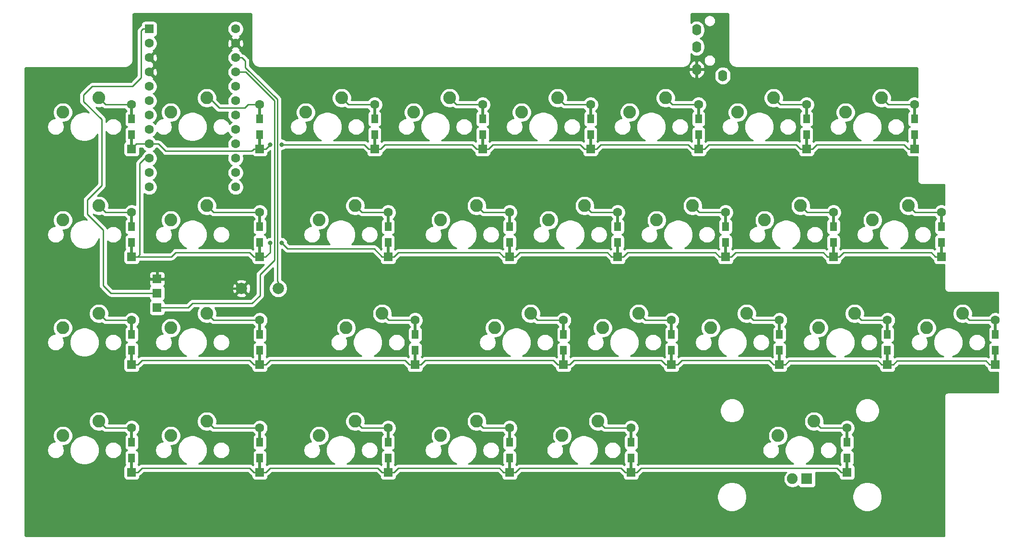
<source format=gbr>
G04 #@! TF.GenerationSoftware,KiCad,Pcbnew,(5.1.4)-1*
G04 #@! TF.CreationDate,2020-11-20T09:34:23-08:00*
G04 #@! TF.ProjectId,_autosave-_autosave-_autosave-_autosave-uwu-55,5f617574-6f73-4617-9665-2d5f6175746f,rev?*
G04 #@! TF.SameCoordinates,Original*
G04 #@! TF.FileFunction,Copper,L2,Bot*
G04 #@! TF.FilePolarity,Positive*
%FSLAX46Y46*%
G04 Gerber Fmt 4.6, Leading zero omitted, Abs format (unit mm)*
G04 Created by KiCad (PCBNEW (5.1.4)-1) date 2020-11-20 09:34:23*
%MOMM*%
%LPD*%
G04 APERTURE LIST*
%ADD10C,1.600000*%
%ADD11R,1.600000X1.600000*%
%ADD12R,0.500000X2.900000*%
%ADD13R,1.200000X1.600000*%
%ADD14O,1.600000X2.000000*%
%ADD15R,1.905000X1.905000*%
%ADD16C,1.905000*%
%ADD17C,2.250000*%
%ADD18C,2.000000*%
%ADD19R,1.524000X1.524000*%
%ADD20C,0.800000*%
%ADD21C,0.254000*%
%ADD22C,0.381000*%
G04 APERTURE END LIST*
D10*
X-14605000Y-49403000D03*
X-14605000Y-51943000D03*
X-14605000Y-54483000D03*
X-14605000Y-57023000D03*
X-14605000Y-59563000D03*
X-14605000Y-62103000D03*
X-14605000Y-64643000D03*
X-14605000Y-67183000D03*
X-14605000Y-69723000D03*
X-14605000Y-72263000D03*
X-14605000Y-74803000D03*
X-14605000Y-77343000D03*
X-29845000Y-77343000D03*
X-29845000Y-74803000D03*
X-29845000Y-72263000D03*
X-29845000Y-69723000D03*
X-29845000Y-67183000D03*
X-29845000Y-64643000D03*
X-29845000Y-62103000D03*
X-29845000Y-59563000D03*
X-29845000Y-57023000D03*
X-29845000Y-54483000D03*
X-29845000Y-51943000D03*
D11*
X-29845000Y-49403000D03*
X119475250Y-108675000D03*
D10*
X119475250Y-100875000D03*
D12*
X119475250Y-107275000D03*
D13*
X119475250Y-106175000D03*
X119475250Y-103375000D03*
D12*
X119475250Y-102275000D03*
D11*
X109950250Y-89625000D03*
D10*
X109950250Y-81825000D03*
D12*
X109950250Y-88225000D03*
D13*
X109950250Y-87125000D03*
X109950250Y-84325000D03*
D12*
X109950250Y-83225000D03*
D11*
X93281500Y-127725000D03*
D10*
X93281500Y-119925000D03*
D12*
X93281500Y-126325000D03*
D13*
X93281500Y-125225000D03*
X93281500Y-122425000D03*
D12*
X93281500Y-121325000D03*
D11*
X100425250Y-108675000D03*
D10*
X100425250Y-100875000D03*
D12*
X100425250Y-107275000D03*
D13*
X100425250Y-106175000D03*
X100425250Y-103375000D03*
D12*
X100425250Y-102275000D03*
D11*
X90900250Y-89625000D03*
D10*
X90900250Y-81825000D03*
D12*
X90900250Y-88225000D03*
D13*
X90900250Y-87125000D03*
X90900250Y-84325000D03*
D12*
X90900250Y-83225000D03*
D11*
X105187750Y-70575000D03*
D10*
X105187750Y-62775000D03*
D12*
X105187750Y-69175000D03*
D13*
X105187750Y-68075000D03*
X105187750Y-65275000D03*
D12*
X105187750Y-64175000D03*
D11*
X81375250Y-108675000D03*
D10*
X81375250Y-100875000D03*
D12*
X81375250Y-107275000D03*
D13*
X81375250Y-106175000D03*
X81375250Y-103375000D03*
D12*
X81375250Y-102275000D03*
D11*
X71850250Y-89625000D03*
D10*
X71850250Y-81825000D03*
D12*
X71850250Y-88225000D03*
D13*
X71850250Y-87125000D03*
X71850250Y-84325000D03*
D12*
X71850250Y-83225000D03*
D11*
X86137750Y-70575000D03*
D10*
X86137750Y-62775000D03*
D12*
X86137750Y-69175000D03*
D13*
X86137750Y-68075000D03*
X86137750Y-65275000D03*
D12*
X86137750Y-64175000D03*
D11*
X55181500Y-127725000D03*
D10*
X55181500Y-119925000D03*
D12*
X55181500Y-126325000D03*
D13*
X55181500Y-125225000D03*
X55181500Y-122425000D03*
D12*
X55181500Y-121325000D03*
D11*
X62325250Y-108675000D03*
D10*
X62325250Y-100875000D03*
D12*
X62325250Y-107275000D03*
D13*
X62325250Y-106175000D03*
X62325250Y-103375000D03*
D12*
X62325250Y-102275000D03*
D11*
X52800250Y-89625000D03*
D10*
X52800250Y-81825000D03*
D12*
X52800250Y-88225000D03*
D13*
X52800250Y-87125000D03*
X52800250Y-84325000D03*
D12*
X52800250Y-83225000D03*
D11*
X67087750Y-70575000D03*
D10*
X67087750Y-62775000D03*
D12*
X67087750Y-69175000D03*
D13*
X67087750Y-68075000D03*
X67087750Y-65275000D03*
D12*
X67087750Y-64175000D03*
D11*
X33750250Y-127725000D03*
D10*
X33750250Y-119925000D03*
D12*
X33750250Y-126325000D03*
D13*
X33750250Y-125225000D03*
X33750250Y-122425000D03*
D12*
X33750250Y-121325000D03*
D11*
X43275250Y-108675000D03*
D10*
X43275250Y-100875000D03*
D12*
X43275250Y-107275000D03*
D13*
X43275250Y-106175000D03*
X43275250Y-103375000D03*
D12*
X43275250Y-102275000D03*
D11*
X33750250Y-89625000D03*
D10*
X33750250Y-81825000D03*
D12*
X33750250Y-88225000D03*
D13*
X33750250Y-87125000D03*
X33750250Y-84325000D03*
D12*
X33750250Y-83225000D03*
D11*
X48037750Y-70575000D03*
D10*
X48037750Y-62775000D03*
D12*
X48037750Y-69175000D03*
D13*
X48037750Y-68075000D03*
X48037750Y-65275000D03*
D12*
X48037750Y-64175000D03*
D11*
X17081500Y-108675000D03*
D10*
X17081500Y-100875000D03*
D12*
X17081500Y-107275000D03*
D13*
X17081500Y-106175000D03*
X17081500Y-103375000D03*
D12*
X17081500Y-102275000D03*
D11*
X28987750Y-70575000D03*
D10*
X28987750Y-62775000D03*
D12*
X28987750Y-69175000D03*
D13*
X28987750Y-68075000D03*
X28987750Y-65275000D03*
D12*
X28987750Y-64175000D03*
D11*
X12319000Y-127725000D03*
D10*
X12319000Y-119925000D03*
D12*
X12319000Y-126325000D03*
D13*
X12319000Y-125225000D03*
X12319000Y-122425000D03*
D12*
X12319000Y-121325000D03*
D11*
X12319000Y-89625000D03*
D10*
X12319000Y-81825000D03*
D12*
X12319000Y-88225000D03*
D13*
X12319000Y-87125000D03*
X12319000Y-84325000D03*
D12*
X12319000Y-83225000D03*
D11*
X9937750Y-70575000D03*
D10*
X9937750Y-62775000D03*
D12*
X9937750Y-69175000D03*
D13*
X9937750Y-68075000D03*
X9937750Y-65275000D03*
D12*
X9937750Y-64175000D03*
D11*
X-10318750Y-127725000D03*
D10*
X-10318750Y-119925000D03*
D12*
X-10318750Y-126325000D03*
D13*
X-10318750Y-125225000D03*
X-10318750Y-122425000D03*
D12*
X-10318750Y-121325000D03*
D11*
X-10318750Y-108675000D03*
D10*
X-10318750Y-100875000D03*
D12*
X-10318750Y-107275000D03*
D13*
X-10318750Y-106175000D03*
X-10318750Y-103375000D03*
D12*
X-10318750Y-102275000D03*
D11*
X-10318750Y-89625000D03*
D10*
X-10318750Y-81825000D03*
D12*
X-10318750Y-88225000D03*
D13*
X-10318750Y-87125000D03*
X-10318750Y-84325000D03*
D12*
X-10318750Y-83225000D03*
D11*
X-10318750Y-70575000D03*
D10*
X-10318750Y-62775000D03*
D12*
X-10318750Y-69175000D03*
D13*
X-10318750Y-68075000D03*
X-10318750Y-65275000D03*
D12*
X-10318750Y-64175000D03*
D11*
X-32924750Y-127725000D03*
D10*
X-32924750Y-119925000D03*
D12*
X-32924750Y-126325000D03*
D13*
X-32924750Y-125225000D03*
X-32924750Y-122425000D03*
D12*
X-32924750Y-121325000D03*
D11*
X-32924750Y-108675000D03*
D10*
X-32924750Y-100875000D03*
D12*
X-32924750Y-107275000D03*
D13*
X-32924750Y-106175000D03*
X-32924750Y-103375000D03*
D12*
X-32924750Y-102275000D03*
D11*
X-32924750Y-89625000D03*
D10*
X-32924750Y-81825000D03*
D12*
X-32924750Y-88225000D03*
D13*
X-32924750Y-87125000D03*
X-32924750Y-84325000D03*
D12*
X-32924750Y-83225000D03*
D11*
X-32924750Y-70575000D03*
D10*
X-32924750Y-62775000D03*
D12*
X-32924750Y-69175000D03*
D13*
X-32924750Y-68075000D03*
X-32924750Y-65275000D03*
D12*
X-32924750Y-64175000D03*
D14*
X71356250Y-57655000D03*
X66756250Y-56555000D03*
X66756250Y-49555000D03*
X66756250Y-52555000D03*
D15*
X86201250Y-128905000D03*
D16*
X83661250Y-128905000D03*
D17*
X81121250Y-121285000D03*
X87471250Y-118745000D03*
X11271250Y-99695000D03*
X4921250Y-102235000D03*
X49371250Y-118745000D03*
X43021250Y-121285000D03*
X6508750Y-118745000D03*
X158750Y-121285000D03*
X6508750Y-80645000D03*
X158750Y-83185000D03*
X27940000Y-80645000D03*
X21590000Y-83185000D03*
X113665000Y-99695000D03*
X107315000Y-102235000D03*
X75565000Y-99695000D03*
X69215000Y-102235000D03*
X27940000Y-118745000D03*
X21590000Y-121285000D03*
X66040000Y-80645000D03*
X59690000Y-83185000D03*
X85090000Y-80645000D03*
X78740000Y-83185000D03*
X104140000Y-80645000D03*
X97790000Y-83185000D03*
X23177500Y-61595000D03*
X16827500Y-64135000D03*
X80327500Y-61595000D03*
X73977500Y-64135000D03*
X46990000Y-80645000D03*
X40640000Y-83185000D03*
X99377500Y-61595000D03*
X93027500Y-64135000D03*
X4127500Y-61595000D03*
X-2222500Y-64135000D03*
X94615000Y-99695000D03*
X88265000Y-102235000D03*
X42227500Y-61595000D03*
X35877500Y-64135000D03*
X56515000Y-99695000D03*
X50165000Y-102235000D03*
X37465000Y-99695000D03*
X31115000Y-102235000D03*
X61277500Y-61595000D03*
X54927500Y-64135000D03*
X-38735000Y-118745000D03*
X-45085000Y-121285000D03*
X-38735000Y-80645000D03*
X-45085000Y-83185000D03*
X-38735000Y-99695000D03*
X-45085000Y-102235000D03*
X-19685000Y-99695000D03*
X-26035000Y-102235000D03*
X-19685000Y-61595000D03*
X-26035000Y-64135000D03*
X-38735000Y-61595000D03*
X-45085000Y-64135000D03*
X-19685000Y-118745000D03*
X-26035000Y-121285000D03*
X-19685000Y-80645000D03*
X-26035000Y-83185000D03*
D18*
X-7068750Y-95250000D03*
X-13568750Y-95250000D03*
D19*
X-28448000Y-93567250D03*
X-28448000Y-96067250D03*
X-28448000Y-98667250D03*
D20*
X-8509000Y-69818250D03*
X-6477000Y-69818250D03*
X-8509000Y-87217250D03*
X-6477000Y-87217250D03*
X-5556250Y-75406250D03*
X-22225000Y-75406250D03*
X63500000Y-92075000D03*
X58737500Y-75406250D03*
X-35718750Y-75406250D03*
X-793750Y-92075000D03*
D21*
X-37555000Y-62775000D02*
X-38735000Y-61595000D01*
X-32924750Y-62775000D02*
X-37555000Y-62775000D01*
X-10318750Y-70575000D02*
X-9265750Y-70575000D01*
X-9265750Y-70575000D02*
X-8509000Y-69818250D01*
X10991750Y-70575000D02*
X11748500Y-69818250D01*
X9937750Y-70575000D02*
X10991750Y-70575000D01*
X27933750Y-70575000D02*
X28987750Y-70575000D01*
X27177000Y-69818250D02*
X27933750Y-70575000D01*
X11748500Y-69818250D02*
X27177000Y-69818250D01*
X30041750Y-70575000D02*
X30798500Y-69818250D01*
X28987750Y-70575000D02*
X30041750Y-70575000D01*
X46983750Y-70575000D02*
X48037750Y-70575000D01*
X46227000Y-69818250D02*
X46983750Y-70575000D01*
X30798500Y-69818250D02*
X46227000Y-69818250D01*
X49091750Y-70575000D02*
X49848500Y-69818250D01*
X48037750Y-70575000D02*
X49091750Y-70575000D01*
X66033750Y-70575000D02*
X67087750Y-70575000D01*
X65277000Y-69818250D02*
X66033750Y-70575000D01*
X49848500Y-69818250D02*
X65277000Y-69818250D01*
X85083750Y-70575000D02*
X86137750Y-70575000D01*
X84327000Y-69818250D02*
X85083750Y-70575000D01*
X68898500Y-69818250D02*
X84327000Y-69818250D01*
X68141750Y-70575000D02*
X68898500Y-69818250D01*
X67087750Y-70575000D02*
X68141750Y-70575000D01*
X87191750Y-70575000D02*
X87948500Y-69818250D01*
X86137750Y-70575000D02*
X87191750Y-70575000D01*
X104133750Y-70575000D02*
X105187750Y-70575000D01*
X103377000Y-69818250D02*
X104133750Y-70575000D01*
X87948500Y-69818250D02*
X103377000Y-69818250D01*
X8883750Y-70575000D02*
X9937750Y-70575000D01*
X8128000Y-69819250D02*
X8883750Y-70575000D01*
X-6477000Y-69818250D02*
X8128000Y-69818250D01*
X8128000Y-69818250D02*
X8128000Y-69819250D01*
X-32072750Y-69723000D02*
X-32924750Y-70575000D01*
X-29845000Y-69723000D02*
X-32072750Y-69723000D01*
X-28194000Y-69723000D02*
X-29845000Y-69723000D01*
X-11372750Y-70575000D02*
X-11647751Y-70850001D01*
X-10318750Y-70575000D02*
X-11372750Y-70575000D01*
X-11647751Y-70850001D02*
X-11668001Y-70850001D01*
X-11668001Y-70850001D02*
X-11811000Y-70993000D01*
X-11811000Y-70993000D02*
X-26924000Y-70993000D01*
X-26924000Y-70993000D02*
X-28194000Y-69723000D01*
X-37555000Y-81825000D02*
X-38735000Y-80645000D01*
X-32924750Y-81825000D02*
X-37555000Y-81825000D01*
X-32924750Y-89625000D02*
X-25902750Y-89625000D01*
X-25902750Y-89625000D02*
X-25146000Y-88868250D01*
X-11372750Y-89625000D02*
X-10318750Y-89625000D01*
X-12129500Y-88868250D02*
X-11372750Y-89625000D01*
X-25146000Y-88868250D02*
X-12129500Y-88868250D01*
X32696250Y-89625000D02*
X33750250Y-89625000D01*
X31972250Y-88901000D02*
X32696250Y-89625000D01*
X14097000Y-88901000D02*
X31972250Y-88901000D01*
X13373000Y-89625000D02*
X14097000Y-88901000D01*
X12319000Y-89625000D02*
X13373000Y-89625000D01*
X34804250Y-89625000D02*
X35560000Y-88869250D01*
X33750250Y-89625000D02*
X34804250Y-89625000D01*
X51746250Y-89625000D02*
X52800250Y-89625000D01*
X50990500Y-88869250D02*
X51746250Y-89625000D01*
X35560000Y-88869250D02*
X50990500Y-88869250D01*
X53854250Y-89625000D02*
X54611000Y-88868250D01*
X52800250Y-89625000D02*
X53854250Y-89625000D01*
X70796250Y-89625000D02*
X71850250Y-89625000D01*
X70039500Y-88868250D02*
X70796250Y-89625000D01*
X54611000Y-88868250D02*
X70039500Y-88868250D01*
X89846250Y-89625000D02*
X90900250Y-89625000D01*
X89089500Y-88868250D02*
X89846250Y-89625000D01*
X73661000Y-88868250D02*
X89089500Y-88868250D01*
X72904250Y-89625000D02*
X73661000Y-88868250D01*
X71850250Y-89625000D02*
X72904250Y-89625000D01*
X108896250Y-89625000D02*
X109950250Y-89625000D01*
X108139500Y-88868250D02*
X108896250Y-89625000D01*
X92711000Y-88868250D02*
X108139500Y-88868250D01*
X91954250Y-89625000D02*
X92711000Y-88868250D01*
X90900250Y-89625000D02*
X91954250Y-89625000D01*
X-8509000Y-88868250D02*
X-8509000Y-87217250D01*
X-9264750Y-89624000D02*
X-8509000Y-88868250D01*
X-10318750Y-89625000D02*
X-9264750Y-89625000D01*
X-9264750Y-89625000D02*
X-9264750Y-89624000D01*
X11265000Y-89625000D02*
X12319000Y-89625000D01*
X9873250Y-88233250D02*
X11265000Y-89625000D01*
X-6477000Y-87217250D02*
X-5461000Y-88233250D01*
X-5461000Y-88233250D02*
X9873250Y-88233250D01*
X-30607000Y-72263000D02*
X-29845000Y-72263000D01*
X-31496000Y-73152000D02*
X-30607000Y-72263000D01*
X-31496000Y-89250250D02*
X-31496000Y-73152000D01*
X-32924750Y-89625000D02*
X-31870750Y-89625000D01*
X-31870750Y-89625000D02*
X-31496000Y-89250250D01*
X-37555000Y-100875000D02*
X-38735000Y-99695000D01*
X-32924750Y-100875000D02*
X-37555000Y-100875000D01*
X-9264750Y-108675000D02*
X-8508000Y-107918250D01*
X-10318750Y-108675000D02*
X-9264750Y-108675000D01*
X16027500Y-108675000D02*
X17081500Y-108675000D01*
X15270750Y-107918250D02*
X16027500Y-108675000D01*
X-8508000Y-107918250D02*
X15270750Y-107918250D01*
X18135500Y-108675000D02*
X18892250Y-107918250D01*
X17081500Y-108675000D02*
X18135500Y-108675000D01*
X42221250Y-108675000D02*
X43275250Y-108675000D01*
X41464500Y-107918250D02*
X42221250Y-108675000D01*
X18892250Y-107918250D02*
X41464500Y-107918250D01*
X44329250Y-108675000D02*
X45086000Y-107918250D01*
X43275250Y-108675000D02*
X44329250Y-108675000D01*
X61271250Y-108675000D02*
X62325250Y-108675000D01*
X60514500Y-107918250D02*
X61271250Y-108675000D01*
X45086000Y-107918250D02*
X60514500Y-107918250D01*
X63379250Y-108675000D02*
X64136000Y-107918250D01*
X62325250Y-108675000D02*
X63379250Y-108675000D01*
X80321250Y-108675000D02*
X81375250Y-108675000D01*
X79564500Y-107918250D02*
X80321250Y-108675000D01*
X64136000Y-107918250D02*
X79564500Y-107918250D01*
X82429250Y-108675000D02*
X83058000Y-108046250D01*
X81375250Y-108675000D02*
X82429250Y-108675000D01*
X99371250Y-108675000D02*
X100425250Y-108675000D01*
X98742500Y-108046250D02*
X99371250Y-108675000D01*
X83058000Y-108046250D02*
X98742500Y-108046250D01*
X101479250Y-108675000D02*
X102108000Y-108046250D01*
X100425250Y-108675000D02*
X101479250Y-108675000D01*
X118421250Y-108675000D02*
X119475250Y-108675000D01*
X117792500Y-108046250D02*
X118421250Y-108675000D01*
X102108000Y-108046250D02*
X117792500Y-108046250D01*
X-11372750Y-108675000D02*
X-10318750Y-108675000D01*
X-12129500Y-107918250D02*
X-11372750Y-108675000D01*
X-31114000Y-107918250D02*
X-12129500Y-107918250D01*
X-31870750Y-108675000D02*
X-31114000Y-107918250D01*
X-32924750Y-108675000D02*
X-31870750Y-108675000D01*
X-37555000Y-119925000D02*
X-32924750Y-119925000D01*
X-38735000Y-118745000D02*
X-37555000Y-119925000D01*
X-31870750Y-127725000D02*
X-31115000Y-126969250D01*
X-32924750Y-127725000D02*
X-31870750Y-127725000D01*
X-11372750Y-127725000D02*
X-10318750Y-127725000D01*
X-12128500Y-126969250D02*
X-11372750Y-127725000D01*
X-31115000Y-126969250D02*
X-12128500Y-126969250D01*
X-9264750Y-127725000D02*
X-8509000Y-126969250D01*
X-10318750Y-127725000D02*
X-9264750Y-127725000D01*
X-8509000Y-126969250D02*
X-7113000Y-126969250D01*
X-7113000Y-126969250D02*
X-7112000Y-126968250D01*
X11265000Y-127725000D02*
X12319000Y-127725000D01*
X10508250Y-126968250D02*
X11265000Y-127725000D01*
X-7112000Y-126968250D02*
X10508250Y-126968250D01*
X13373000Y-127725000D02*
X14097000Y-127001000D01*
X12319000Y-127725000D02*
X13373000Y-127725000D01*
X32696250Y-127725000D02*
X33750250Y-127725000D01*
X31972250Y-127001000D02*
X32696250Y-127725000D01*
X14097000Y-127001000D02*
X31972250Y-127001000D01*
X34804250Y-127725000D02*
X35560000Y-126969250D01*
X33750250Y-127725000D02*
X34804250Y-127725000D01*
X54127500Y-127725000D02*
X55181500Y-127725000D01*
X53371750Y-126969250D02*
X54127500Y-127725000D01*
X35560000Y-126969250D02*
X53371750Y-126969250D01*
X56235500Y-127725000D02*
X56992250Y-126968250D01*
X55181500Y-127725000D02*
X56235500Y-127725000D01*
X92227500Y-127725000D02*
X93281500Y-127725000D01*
X91470750Y-126968250D02*
X92227500Y-127725000D01*
X56992250Y-126968250D02*
X91470750Y-126968250D01*
X-19272250Y-61595000D02*
X-19685000Y-61595000D01*
X-17494250Y-63373000D02*
X-19272250Y-61595000D01*
X-12954000Y-63373000D02*
X-17494250Y-63373000D01*
X-10318750Y-62775000D02*
X-12356000Y-62775000D01*
X-12356000Y-62775000D02*
X-12954000Y-63373000D01*
X-18505000Y-81825000D02*
X-19685000Y-80645000D01*
X-10318750Y-81825000D02*
X-18505000Y-81825000D01*
X-18505000Y-100875000D02*
X-10318750Y-100875000D01*
X-19685000Y-99695000D02*
X-18505000Y-100875000D01*
X-18505000Y-119925000D02*
X-10318750Y-119925000D01*
X-19685000Y-118745000D02*
X-18505000Y-119925000D01*
X5307500Y-62775000D02*
X4127500Y-61595000D01*
X9937750Y-62775000D02*
X5307500Y-62775000D01*
X7688750Y-81825000D02*
X12319000Y-81825000D01*
X6508750Y-80645000D02*
X7688750Y-81825000D01*
X7688750Y-119925000D02*
X6508750Y-118745000D01*
X12319000Y-119925000D02*
X7688750Y-119925000D01*
X24357500Y-62775000D02*
X23177500Y-61595000D01*
X28987750Y-62775000D02*
X24357500Y-62775000D01*
X12451250Y-100875000D02*
X11271250Y-99695000D01*
X17081500Y-100875000D02*
X12451250Y-100875000D01*
X43407500Y-62775000D02*
X42227500Y-61595000D01*
X48037750Y-62775000D02*
X43407500Y-62775000D01*
X29120000Y-81825000D02*
X27940000Y-80645000D01*
X33750250Y-81825000D02*
X29120000Y-81825000D01*
X38645000Y-100875000D02*
X37465000Y-99695000D01*
X43275250Y-100875000D02*
X38645000Y-100875000D01*
X29120000Y-119925000D02*
X27940000Y-118745000D01*
X33750250Y-119925000D02*
X29120000Y-119925000D01*
X62457500Y-62775000D02*
X61277500Y-61595000D01*
X67087750Y-62775000D02*
X62457500Y-62775000D01*
X48170000Y-81825000D02*
X46990000Y-80645000D01*
X52800250Y-81825000D02*
X48170000Y-81825000D01*
X57695000Y-100875000D02*
X56515000Y-99695000D01*
X62325250Y-100875000D02*
X57695000Y-100875000D01*
X50551250Y-119925000D02*
X49371250Y-118745000D01*
X55181500Y-119925000D02*
X50551250Y-119925000D01*
X81507500Y-62775000D02*
X80327500Y-61595000D01*
X86137750Y-62775000D02*
X81507500Y-62775000D01*
X67220000Y-81825000D02*
X66040000Y-80645000D01*
X71850250Y-81825000D02*
X67220000Y-81825000D01*
X76745000Y-100875000D02*
X75565000Y-99695000D01*
X81375250Y-100875000D02*
X76745000Y-100875000D01*
X100557500Y-62775000D02*
X99377500Y-61595000D01*
X105187750Y-62775000D02*
X100557500Y-62775000D01*
X86270000Y-81825000D02*
X85090000Y-80645000D01*
X90900250Y-81825000D02*
X86270000Y-81825000D01*
X95795000Y-100875000D02*
X94615000Y-99695000D01*
X100425250Y-100875000D02*
X95795000Y-100875000D01*
X88651250Y-119925000D02*
X87471250Y-118745000D01*
X93281500Y-119925000D02*
X88651250Y-119925000D01*
X105320000Y-81825000D02*
X104140000Y-80645000D01*
X109950250Y-81825000D02*
X105320000Y-81825000D01*
X114845000Y-100875000D02*
X113665000Y-99695000D01*
X119475250Y-100875000D02*
X114845000Y-100875000D01*
X-32766000Y-59531250D02*
X-31242000Y-58007250D01*
X-41402000Y-61055250D02*
X-39878000Y-59531250D01*
X-30899000Y-49403000D02*
X-29845000Y-49403000D01*
X-41402000Y-62198250D02*
X-41402000Y-61055250D01*
X-38227000Y-65373250D02*
X-41402000Y-62198250D01*
X-38227000Y-77057250D02*
X-38227000Y-65373250D01*
X-28448000Y-96067250D02*
X-36616000Y-96067250D01*
X-36616000Y-96067250D02*
X-37973000Y-94710250D01*
X-31242000Y-49746000D02*
X-30899000Y-49403000D01*
X-31242000Y-58007250D02*
X-31242000Y-49746000D01*
X-37973000Y-94710250D02*
X-37973000Y-84931250D01*
X-37973000Y-84931250D02*
X-40767000Y-82137250D01*
X-40767000Y-82137250D02*
X-40767000Y-79597250D01*
X-39878000Y-59531250D02*
X-32766000Y-59531250D01*
X-40767000Y-79597250D02*
X-38227000Y-77057250D01*
D22*
X-28448000Y-93567250D02*
X-20447000Y-93567250D01*
X-20447000Y-93567250D02*
X-19304000Y-94710250D01*
X-13568750Y-95250000D02*
X-14509750Y-95250000D01*
X-14509750Y-95250000D02*
X-14541500Y-95218250D01*
X-18796000Y-95218250D02*
X-18859500Y-95154750D01*
X-14541500Y-95218250D02*
X-18796000Y-95218250D01*
X-19304000Y-94710250D02*
X-18859500Y-95154750D01*
D21*
X-7068750Y-94118500D02*
X-7068750Y-95250000D01*
X-7239000Y-93948250D02*
X-7068750Y-94118500D01*
X-7239000Y-61824316D02*
X-7239000Y-93948250D01*
X-12865816Y-56197500D02*
X-7239000Y-61824316D01*
X-12865816Y-56197500D02*
X-12865816Y-55079184D01*
X-13462000Y-54483000D02*
X-14605000Y-54483000D01*
X-12865816Y-55079184D02*
X-13462000Y-54483000D01*
X-23007000Y-98667250D02*
X-28448000Y-98667250D01*
X-11684000Y-97885250D02*
X-22225000Y-97885250D01*
X-22225000Y-97885250D02*
X-23007000Y-98667250D01*
X-12795250Y-57023000D02*
X-7747000Y-62071250D01*
X-14605000Y-57023000D02*
X-12795250Y-57023000D01*
X-7747000Y-90265250D02*
X-10287000Y-92805250D01*
X-7747000Y-62071250D02*
X-7747000Y-90265250D01*
X-10287000Y-92805250D02*
X-10287000Y-96488250D01*
X-10287000Y-96488250D02*
X-11684000Y-97885250D01*
G36*
X-11880888Y-46703152D02*
G01*
X-11856487Y-46710519D01*
X-11833985Y-46722483D01*
X-11814236Y-46738591D01*
X-11797991Y-46758227D01*
X-11785867Y-46780651D01*
X-11778332Y-46804992D01*
X-11772500Y-46860476D01*
X-11772499Y-54801169D01*
X-11769731Y-54829271D01*
X-11769765Y-54834109D01*
X-11768865Y-54843280D01*
X-11752672Y-54997346D01*
X-11740646Y-55055932D01*
X-11729435Y-55114703D01*
X-11726771Y-55123524D01*
X-11680962Y-55271508D01*
X-11657787Y-55326640D01*
X-11635374Y-55382114D01*
X-11631048Y-55390251D01*
X-11557368Y-55526520D01*
X-11523933Y-55576088D01*
X-11491162Y-55626169D01*
X-11485337Y-55633310D01*
X-11386591Y-55752673D01*
X-11344157Y-55794812D01*
X-11302294Y-55837561D01*
X-11295193Y-55843435D01*
X-11175145Y-55941344D01*
X-11125318Y-55974449D01*
X-11075962Y-56008244D01*
X-11067856Y-56012627D01*
X-10931075Y-56085354D01*
X-10875773Y-56108148D01*
X-10820790Y-56131714D01*
X-10811987Y-56134439D01*
X-10663686Y-56179214D01*
X-10604983Y-56190837D01*
X-10546494Y-56203270D01*
X-10537329Y-56204233D01*
X-10383156Y-56219350D01*
X-10383152Y-56219350D01*
X-10351169Y-56222500D01*
X64326169Y-56222500D01*
X64354281Y-56219731D01*
X64359109Y-56219765D01*
X64368280Y-56218865D01*
X64522346Y-56202672D01*
X64525069Y-56202113D01*
X65324313Y-56202113D01*
X65476776Y-56428000D01*
X66629250Y-56428000D01*
X66629250Y-55085085D01*
X66883250Y-55085085D01*
X66883250Y-56428000D01*
X68035724Y-56428000D01*
X68188187Y-56202113D01*
X68130846Y-55925694D01*
X68020680Y-55665773D01*
X67861923Y-55432338D01*
X67660675Y-55234361D01*
X67424671Y-55079449D01*
X67162980Y-54973556D01*
X67105289Y-54963096D01*
X66883250Y-55085085D01*
X66629250Y-55085085D01*
X66407211Y-54963096D01*
X66349520Y-54973556D01*
X66087829Y-55079449D01*
X65851825Y-55234361D01*
X65650577Y-55432338D01*
X65491820Y-55665773D01*
X65381654Y-55925694D01*
X65324313Y-56202113D01*
X64525069Y-56202113D01*
X64580932Y-56190646D01*
X64639703Y-56179435D01*
X64648524Y-56176771D01*
X64796508Y-56130962D01*
X64851640Y-56107787D01*
X64907114Y-56085374D01*
X64915251Y-56081048D01*
X65051520Y-56007368D01*
X65101088Y-55973933D01*
X65151169Y-55941162D01*
X65158310Y-55935337D01*
X65277673Y-55836591D01*
X65319812Y-55794157D01*
X65362561Y-55752294D01*
X65368435Y-55745193D01*
X65466344Y-55625145D01*
X65499449Y-55575318D01*
X65533244Y-55525962D01*
X65537627Y-55517856D01*
X65610354Y-55381075D01*
X65633148Y-55325773D01*
X65656714Y-55270790D01*
X65659439Y-55261987D01*
X65704214Y-55113686D01*
X65715837Y-55054983D01*
X65728270Y-54996494D01*
X65729233Y-54987329D01*
X65742398Y-54853061D01*
X68021250Y-54853061D01*
X68021250Y-55056939D01*
X68061024Y-55256898D01*
X68139045Y-55445256D01*
X68252313Y-55614774D01*
X68396476Y-55758937D01*
X68565994Y-55872205D01*
X68754352Y-55950226D01*
X68954311Y-55990000D01*
X69158189Y-55990000D01*
X69358148Y-55950226D01*
X69546506Y-55872205D01*
X69716024Y-55758937D01*
X69860187Y-55614774D01*
X69973455Y-55445256D01*
X70051476Y-55256898D01*
X70091250Y-55056939D01*
X70091250Y-54853061D01*
X70051476Y-54653102D01*
X69973455Y-54464744D01*
X69860187Y-54295226D01*
X69716024Y-54151063D01*
X69546506Y-54037795D01*
X69358148Y-53959774D01*
X69158189Y-53920000D01*
X68954311Y-53920000D01*
X68754352Y-53959774D01*
X68565994Y-54037795D01*
X68396476Y-54151063D01*
X68252313Y-54295226D01*
X68139045Y-54464744D01*
X68061024Y-54653102D01*
X68021250Y-54853061D01*
X65742398Y-54853061D01*
X65744350Y-54833156D01*
X65744350Y-54833152D01*
X65747500Y-54801169D01*
X65747500Y-53783518D01*
X65955150Y-53953932D01*
X66204443Y-54087182D01*
X66474942Y-54169236D01*
X66756250Y-54196943D01*
X67037559Y-54169236D01*
X67308058Y-54087182D01*
X67557351Y-53953932D01*
X67775858Y-53774608D01*
X67955182Y-53556101D01*
X68088432Y-53306807D01*
X68170486Y-53036308D01*
X68191250Y-52825491D01*
X68191250Y-52284508D01*
X68170486Y-52073691D01*
X68088432Y-51803192D01*
X67955182Y-51553899D01*
X67775857Y-51335392D01*
X67557350Y-51156068D01*
X67368266Y-51055000D01*
X67557351Y-50953932D01*
X67775858Y-50774608D01*
X67955182Y-50556101D01*
X68088432Y-50306807D01*
X68170486Y-50036308D01*
X68191250Y-49825491D01*
X68191250Y-49284508D01*
X68170486Y-49073691D01*
X68088432Y-48803192D01*
X67955182Y-48553899D01*
X67775857Y-48335392D01*
X67557350Y-48156068D01*
X67308057Y-48022818D01*
X67037558Y-47940764D01*
X66756250Y-47913057D01*
X66474941Y-47940764D01*
X66204442Y-48022818D01*
X65955149Y-48156068D01*
X65747500Y-48326482D01*
X65747500Y-47853061D01*
X68021250Y-47853061D01*
X68021250Y-48056939D01*
X68061024Y-48256898D01*
X68139045Y-48445256D01*
X68252313Y-48614774D01*
X68396476Y-48758937D01*
X68565994Y-48872205D01*
X68754352Y-48950226D01*
X68954311Y-48990000D01*
X69158189Y-48990000D01*
X69358148Y-48950226D01*
X69546506Y-48872205D01*
X69716024Y-48758937D01*
X69860187Y-48614774D01*
X69973455Y-48445256D01*
X70051476Y-48256898D01*
X70091250Y-48056939D01*
X70091250Y-47853061D01*
X70051476Y-47653102D01*
X69973455Y-47464744D01*
X69860187Y-47295226D01*
X69716024Y-47151063D01*
X69546506Y-47037795D01*
X69358148Y-46959774D01*
X69158189Y-46920000D01*
X68954311Y-46920000D01*
X68754352Y-46959774D01*
X68565994Y-47037795D01*
X68396476Y-47151063D01*
X68252313Y-47295226D01*
X68139045Y-47464744D01*
X68061024Y-47653102D01*
X68021250Y-47853061D01*
X65747500Y-47853061D01*
X65747500Y-46863529D01*
X65753152Y-46805888D01*
X65760519Y-46781487D01*
X65772483Y-46758985D01*
X65788591Y-46739236D01*
X65808227Y-46722991D01*
X65830651Y-46710867D01*
X65854992Y-46703332D01*
X65910476Y-46697500D01*
X72198971Y-46697500D01*
X72256612Y-46703152D01*
X72281013Y-46710519D01*
X72303515Y-46722483D01*
X72323264Y-46738591D01*
X72339509Y-46758227D01*
X72351633Y-46780651D01*
X72359168Y-46804992D01*
X72365000Y-46860476D01*
X72365001Y-54801169D01*
X72367769Y-54829271D01*
X72367735Y-54834109D01*
X72368635Y-54843280D01*
X72384828Y-54997346D01*
X72396854Y-55055932D01*
X72408065Y-55114703D01*
X72410729Y-55123524D01*
X72456538Y-55271508D01*
X72479713Y-55326640D01*
X72502126Y-55382114D01*
X72506452Y-55390251D01*
X72580132Y-55526520D01*
X72613567Y-55576088D01*
X72646338Y-55626169D01*
X72652163Y-55633310D01*
X72750909Y-55752673D01*
X72793343Y-55794812D01*
X72835206Y-55837561D01*
X72842307Y-55843435D01*
X72962355Y-55941344D01*
X73012182Y-55974449D01*
X73061538Y-56008244D01*
X73069644Y-56012627D01*
X73206425Y-56085354D01*
X73261727Y-56108148D01*
X73316710Y-56131714D01*
X73325513Y-56134439D01*
X73473814Y-56179214D01*
X73532517Y-56190837D01*
X73591006Y-56203270D01*
X73600171Y-56204233D01*
X73754344Y-56219350D01*
X73754348Y-56219350D01*
X73786331Y-56222500D01*
X105536471Y-56222500D01*
X105594112Y-56228152D01*
X105618513Y-56235519D01*
X105641015Y-56247483D01*
X105660764Y-56263591D01*
X105677009Y-56283227D01*
X105689133Y-56305651D01*
X105696668Y-56329992D01*
X105702500Y-56385476D01*
X105702501Y-57911322D01*
X105702500Y-57911332D01*
X105702500Y-61434984D01*
X105606324Y-61395147D01*
X105329085Y-61340000D01*
X105046415Y-61340000D01*
X104769176Y-61395147D01*
X104508023Y-61503320D01*
X104272991Y-61660363D01*
X104073113Y-61860241D01*
X103971043Y-62013000D01*
X101088835Y-62013000D01*
X101137500Y-61768345D01*
X101137500Y-61421655D01*
X101069864Y-61081627D01*
X100937192Y-60761327D01*
X100744581Y-60473065D01*
X100499435Y-60227919D01*
X100211173Y-60035308D01*
X99890873Y-59902636D01*
X99550845Y-59835000D01*
X99204155Y-59835000D01*
X98864127Y-59902636D01*
X98543827Y-60035308D01*
X98255565Y-60227919D01*
X98010419Y-60473065D01*
X97817808Y-60761327D01*
X97685136Y-61081627D01*
X97617500Y-61421655D01*
X97617500Y-61768345D01*
X97685136Y-62108373D01*
X97817808Y-62428673D01*
X98010419Y-62716935D01*
X98255565Y-62962081D01*
X98543827Y-63154692D01*
X98864127Y-63287364D01*
X99204155Y-63355000D01*
X99550845Y-63355000D01*
X99890873Y-63287364D01*
X99962545Y-63257676D01*
X99992220Y-63287351D01*
X100016078Y-63316422D01*
X100045148Y-63340279D01*
X100132107Y-63411645D01*
X100202864Y-63449465D01*
X100264485Y-63482402D01*
X100408122Y-63525974D01*
X100520074Y-63537000D01*
X100520076Y-63537000D01*
X100557499Y-63540686D01*
X100594922Y-63537000D01*
X103971043Y-63537000D01*
X104073113Y-63689759D01*
X104272991Y-63889637D01*
X104299678Y-63907469D01*
X104299678Y-63908959D01*
X104233256Y-63944463D01*
X104136565Y-64023815D01*
X104057213Y-64120506D01*
X103998248Y-64230820D01*
X103961938Y-64350518D01*
X103949678Y-64475000D01*
X103949678Y-66075000D01*
X103961938Y-66199482D01*
X103998248Y-66319180D01*
X104057213Y-66429494D01*
X104136565Y-66526185D01*
X104233256Y-66605537D01*
X104343570Y-66664502D01*
X104378177Y-66675000D01*
X104343570Y-66685498D01*
X104233256Y-66744463D01*
X104136565Y-66823815D01*
X104057213Y-66920506D01*
X103998248Y-67030820D01*
X103961938Y-67150518D01*
X103949678Y-67275000D01*
X103949678Y-68875000D01*
X103961938Y-68999482D01*
X103998248Y-69119180D01*
X104057213Y-69229494D01*
X104058447Y-69230998D01*
X104033256Y-69244463D01*
X103949544Y-69313164D01*
X103942284Y-69305903D01*
X103918422Y-69276828D01*
X103802392Y-69181605D01*
X103670015Y-69110848D01*
X103526378Y-69067276D01*
X103414426Y-69056250D01*
X103414423Y-69056250D01*
X103377000Y-69052564D01*
X103339577Y-69056250D01*
X97958301Y-69056250D01*
X98082751Y-69004701D01*
X98513326Y-68717000D01*
X98879500Y-68350826D01*
X99167201Y-67920251D01*
X99365373Y-67441822D01*
X99466400Y-66933924D01*
X99466400Y-66526278D01*
X100407500Y-66526278D01*
X100407500Y-66823722D01*
X100465529Y-67115451D01*
X100579356Y-67390253D01*
X100744607Y-67637569D01*
X100954931Y-67847893D01*
X101202247Y-68013144D01*
X101477049Y-68126971D01*
X101768778Y-68185000D01*
X102066222Y-68185000D01*
X102357951Y-68126971D01*
X102632753Y-68013144D01*
X102880069Y-67847893D01*
X103090393Y-67637569D01*
X103255644Y-67390253D01*
X103369471Y-67115451D01*
X103427500Y-66823722D01*
X103427500Y-66526278D01*
X103369471Y-66234549D01*
X103255644Y-65959747D01*
X103090393Y-65712431D01*
X102880069Y-65502107D01*
X102632753Y-65336856D01*
X102357951Y-65223029D01*
X102066222Y-65165000D01*
X101768778Y-65165000D01*
X101477049Y-65223029D01*
X101202247Y-65336856D01*
X100954931Y-65502107D01*
X100744607Y-65712431D01*
X100579356Y-65959747D01*
X100465529Y-66234549D01*
X100407500Y-66526278D01*
X99466400Y-66526278D01*
X99466400Y-66416076D01*
X99365373Y-65908178D01*
X99167201Y-65429749D01*
X98879500Y-64999174D01*
X98513326Y-64633000D01*
X98082751Y-64345299D01*
X97604322Y-64147127D01*
X97096424Y-64046100D01*
X96578576Y-64046100D01*
X96070678Y-64147127D01*
X95592249Y-64345299D01*
X95161674Y-64633000D01*
X94795500Y-64999174D01*
X94507799Y-65429749D01*
X94309627Y-65908178D01*
X94208600Y-66416076D01*
X94208600Y-66933924D01*
X94309627Y-67441822D01*
X94507799Y-67920251D01*
X94795500Y-68350826D01*
X95161674Y-68717000D01*
X95592249Y-69004701D01*
X95716699Y-69056250D01*
X87985922Y-69056250D01*
X87948499Y-69052564D01*
X87911076Y-69056250D01*
X87911074Y-69056250D01*
X87799122Y-69067276D01*
X87655485Y-69110848D01*
X87523108Y-69181605D01*
X87407078Y-69276828D01*
X87383220Y-69305899D01*
X87375956Y-69313163D01*
X87292244Y-69244463D01*
X87267053Y-69230998D01*
X87268287Y-69229494D01*
X87327252Y-69119180D01*
X87363562Y-68999482D01*
X87375822Y-68875000D01*
X87375822Y-67275000D01*
X87363562Y-67150518D01*
X87327252Y-67030820D01*
X87268287Y-66920506D01*
X87188935Y-66823815D01*
X87092244Y-66744463D01*
X86981930Y-66685498D01*
X86947323Y-66675000D01*
X86981930Y-66664502D01*
X87092244Y-66605537D01*
X87188821Y-66526278D01*
X90247500Y-66526278D01*
X90247500Y-66823722D01*
X90305529Y-67115451D01*
X90419356Y-67390253D01*
X90584607Y-67637569D01*
X90794931Y-67847893D01*
X91042247Y-68013144D01*
X91317049Y-68126971D01*
X91608778Y-68185000D01*
X91906222Y-68185000D01*
X92197951Y-68126971D01*
X92472753Y-68013144D01*
X92720069Y-67847893D01*
X92930393Y-67637569D01*
X93095644Y-67390253D01*
X93209471Y-67115451D01*
X93267500Y-66823722D01*
X93267500Y-66526278D01*
X93209471Y-66234549D01*
X93095644Y-65959747D01*
X93052382Y-65895000D01*
X93200845Y-65895000D01*
X93540873Y-65827364D01*
X93861173Y-65694692D01*
X94149435Y-65502081D01*
X94394581Y-65256935D01*
X94587192Y-64968673D01*
X94719864Y-64648373D01*
X94787500Y-64308345D01*
X94787500Y-63961655D01*
X94719864Y-63621627D01*
X94587192Y-63301327D01*
X94394581Y-63013065D01*
X94149435Y-62767919D01*
X93861173Y-62575308D01*
X93540873Y-62442636D01*
X93200845Y-62375000D01*
X92854155Y-62375000D01*
X92514127Y-62442636D01*
X92193827Y-62575308D01*
X91905565Y-62767919D01*
X91660419Y-63013065D01*
X91467808Y-63301327D01*
X91335136Y-63621627D01*
X91267500Y-63961655D01*
X91267500Y-64308345D01*
X91335136Y-64648373D01*
X91467808Y-64968673D01*
X91600138Y-65166719D01*
X91317049Y-65223029D01*
X91042247Y-65336856D01*
X90794931Y-65502107D01*
X90584607Y-65712431D01*
X90419356Y-65959747D01*
X90305529Y-66234549D01*
X90247500Y-66526278D01*
X87188821Y-66526278D01*
X87188935Y-66526185D01*
X87268287Y-66429494D01*
X87327252Y-66319180D01*
X87363562Y-66199482D01*
X87375822Y-66075000D01*
X87375822Y-64475000D01*
X87363562Y-64350518D01*
X87327252Y-64230820D01*
X87268287Y-64120506D01*
X87188935Y-64023815D01*
X87092244Y-63944463D01*
X87025822Y-63908959D01*
X87025822Y-63907469D01*
X87052509Y-63889637D01*
X87252387Y-63689759D01*
X87409430Y-63454727D01*
X87517603Y-63193574D01*
X87572750Y-62916335D01*
X87572750Y-62633665D01*
X87517603Y-62356426D01*
X87409430Y-62095273D01*
X87252387Y-61860241D01*
X87052509Y-61660363D01*
X86817477Y-61503320D01*
X86556324Y-61395147D01*
X86279085Y-61340000D01*
X85996415Y-61340000D01*
X85719176Y-61395147D01*
X85458023Y-61503320D01*
X85222991Y-61660363D01*
X85023113Y-61860241D01*
X84921043Y-62013000D01*
X82038835Y-62013000D01*
X82087500Y-61768345D01*
X82087500Y-61421655D01*
X82019864Y-61081627D01*
X81887192Y-60761327D01*
X81694581Y-60473065D01*
X81449435Y-60227919D01*
X81161173Y-60035308D01*
X80840873Y-59902636D01*
X80500845Y-59835000D01*
X80154155Y-59835000D01*
X79814127Y-59902636D01*
X79493827Y-60035308D01*
X79205565Y-60227919D01*
X78960419Y-60473065D01*
X78767808Y-60761327D01*
X78635136Y-61081627D01*
X78567500Y-61421655D01*
X78567500Y-61768345D01*
X78635136Y-62108373D01*
X78767808Y-62428673D01*
X78960419Y-62716935D01*
X79205565Y-62962081D01*
X79493827Y-63154692D01*
X79814127Y-63287364D01*
X80154155Y-63355000D01*
X80500845Y-63355000D01*
X80840873Y-63287364D01*
X80912545Y-63257676D01*
X80942220Y-63287351D01*
X80966078Y-63316422D01*
X80995148Y-63340279D01*
X81082107Y-63411645D01*
X81152864Y-63449465D01*
X81214485Y-63482402D01*
X81358122Y-63525974D01*
X81470074Y-63537000D01*
X81470076Y-63537000D01*
X81507499Y-63540686D01*
X81544922Y-63537000D01*
X84921043Y-63537000D01*
X85023113Y-63689759D01*
X85222991Y-63889637D01*
X85249678Y-63907469D01*
X85249678Y-63908959D01*
X85183256Y-63944463D01*
X85086565Y-64023815D01*
X85007213Y-64120506D01*
X84948248Y-64230820D01*
X84911938Y-64350518D01*
X84899678Y-64475000D01*
X84899678Y-66075000D01*
X84911938Y-66199482D01*
X84948248Y-66319180D01*
X85007213Y-66429494D01*
X85086565Y-66526185D01*
X85183256Y-66605537D01*
X85293570Y-66664502D01*
X85328177Y-66675000D01*
X85293570Y-66685498D01*
X85183256Y-66744463D01*
X85086565Y-66823815D01*
X85007213Y-66920506D01*
X84948248Y-67030820D01*
X84911938Y-67150518D01*
X84899678Y-67275000D01*
X84899678Y-68875000D01*
X84911938Y-68999482D01*
X84948248Y-69119180D01*
X85007213Y-69229494D01*
X85008447Y-69230998D01*
X84983256Y-69244463D01*
X84899544Y-69313164D01*
X84892284Y-69305903D01*
X84868422Y-69276828D01*
X84752392Y-69181605D01*
X84620015Y-69110848D01*
X84476378Y-69067276D01*
X84364426Y-69056250D01*
X84364423Y-69056250D01*
X84327000Y-69052564D01*
X84289577Y-69056250D01*
X78908301Y-69056250D01*
X79032751Y-69004701D01*
X79463326Y-68717000D01*
X79829500Y-68350826D01*
X80117201Y-67920251D01*
X80315373Y-67441822D01*
X80416400Y-66933924D01*
X80416400Y-66526278D01*
X81357500Y-66526278D01*
X81357500Y-66823722D01*
X81415529Y-67115451D01*
X81529356Y-67390253D01*
X81694607Y-67637569D01*
X81904931Y-67847893D01*
X82152247Y-68013144D01*
X82427049Y-68126971D01*
X82718778Y-68185000D01*
X83016222Y-68185000D01*
X83307951Y-68126971D01*
X83582753Y-68013144D01*
X83830069Y-67847893D01*
X84040393Y-67637569D01*
X84205644Y-67390253D01*
X84319471Y-67115451D01*
X84377500Y-66823722D01*
X84377500Y-66526278D01*
X84319471Y-66234549D01*
X84205644Y-65959747D01*
X84040393Y-65712431D01*
X83830069Y-65502107D01*
X83582753Y-65336856D01*
X83307951Y-65223029D01*
X83016222Y-65165000D01*
X82718778Y-65165000D01*
X82427049Y-65223029D01*
X82152247Y-65336856D01*
X81904931Y-65502107D01*
X81694607Y-65712431D01*
X81529356Y-65959747D01*
X81415529Y-66234549D01*
X81357500Y-66526278D01*
X80416400Y-66526278D01*
X80416400Y-66416076D01*
X80315373Y-65908178D01*
X80117201Y-65429749D01*
X79829500Y-64999174D01*
X79463326Y-64633000D01*
X79032751Y-64345299D01*
X78554322Y-64147127D01*
X78046424Y-64046100D01*
X77528576Y-64046100D01*
X77020678Y-64147127D01*
X76542249Y-64345299D01*
X76111674Y-64633000D01*
X75745500Y-64999174D01*
X75457799Y-65429749D01*
X75259627Y-65908178D01*
X75158600Y-66416076D01*
X75158600Y-66933924D01*
X75259627Y-67441822D01*
X75457799Y-67920251D01*
X75745500Y-68350826D01*
X76111674Y-68717000D01*
X76542249Y-69004701D01*
X76666699Y-69056250D01*
X68935922Y-69056250D01*
X68898499Y-69052564D01*
X68861076Y-69056250D01*
X68861074Y-69056250D01*
X68749122Y-69067276D01*
X68605485Y-69110848D01*
X68473108Y-69181605D01*
X68357078Y-69276828D01*
X68333220Y-69305899D01*
X68325956Y-69313163D01*
X68242244Y-69244463D01*
X68217053Y-69230998D01*
X68218287Y-69229494D01*
X68277252Y-69119180D01*
X68313562Y-68999482D01*
X68325822Y-68875000D01*
X68325822Y-67275000D01*
X68313562Y-67150518D01*
X68277252Y-67030820D01*
X68218287Y-66920506D01*
X68138935Y-66823815D01*
X68042244Y-66744463D01*
X67931930Y-66685498D01*
X67897323Y-66675000D01*
X67931930Y-66664502D01*
X68042244Y-66605537D01*
X68138821Y-66526278D01*
X71197500Y-66526278D01*
X71197500Y-66823722D01*
X71255529Y-67115451D01*
X71369356Y-67390253D01*
X71534607Y-67637569D01*
X71744931Y-67847893D01*
X71992247Y-68013144D01*
X72267049Y-68126971D01*
X72558778Y-68185000D01*
X72856222Y-68185000D01*
X73147951Y-68126971D01*
X73422753Y-68013144D01*
X73670069Y-67847893D01*
X73880393Y-67637569D01*
X74045644Y-67390253D01*
X74159471Y-67115451D01*
X74217500Y-66823722D01*
X74217500Y-66526278D01*
X74159471Y-66234549D01*
X74045644Y-65959747D01*
X74002382Y-65895000D01*
X74150845Y-65895000D01*
X74490873Y-65827364D01*
X74811173Y-65694692D01*
X75099435Y-65502081D01*
X75344581Y-65256935D01*
X75537192Y-64968673D01*
X75669864Y-64648373D01*
X75737500Y-64308345D01*
X75737500Y-63961655D01*
X75669864Y-63621627D01*
X75537192Y-63301327D01*
X75344581Y-63013065D01*
X75099435Y-62767919D01*
X74811173Y-62575308D01*
X74490873Y-62442636D01*
X74150845Y-62375000D01*
X73804155Y-62375000D01*
X73464127Y-62442636D01*
X73143827Y-62575308D01*
X72855565Y-62767919D01*
X72610419Y-63013065D01*
X72417808Y-63301327D01*
X72285136Y-63621627D01*
X72217500Y-63961655D01*
X72217500Y-64308345D01*
X72285136Y-64648373D01*
X72417808Y-64968673D01*
X72550138Y-65166719D01*
X72267049Y-65223029D01*
X71992247Y-65336856D01*
X71744931Y-65502107D01*
X71534607Y-65712431D01*
X71369356Y-65959747D01*
X71255529Y-66234549D01*
X71197500Y-66526278D01*
X68138821Y-66526278D01*
X68138935Y-66526185D01*
X68218287Y-66429494D01*
X68277252Y-66319180D01*
X68313562Y-66199482D01*
X68325822Y-66075000D01*
X68325822Y-64475000D01*
X68313562Y-64350518D01*
X68277252Y-64230820D01*
X68218287Y-64120506D01*
X68138935Y-64023815D01*
X68042244Y-63944463D01*
X67975822Y-63908959D01*
X67975822Y-63907469D01*
X68002509Y-63889637D01*
X68202387Y-63689759D01*
X68359430Y-63454727D01*
X68467603Y-63193574D01*
X68522750Y-62916335D01*
X68522750Y-62633665D01*
X68467603Y-62356426D01*
X68359430Y-62095273D01*
X68202387Y-61860241D01*
X68002509Y-61660363D01*
X67767477Y-61503320D01*
X67506324Y-61395147D01*
X67229085Y-61340000D01*
X66946415Y-61340000D01*
X66669176Y-61395147D01*
X66408023Y-61503320D01*
X66172991Y-61660363D01*
X65973113Y-61860241D01*
X65871043Y-62013000D01*
X62988835Y-62013000D01*
X63037500Y-61768345D01*
X63037500Y-61421655D01*
X62969864Y-61081627D01*
X62837192Y-60761327D01*
X62644581Y-60473065D01*
X62399435Y-60227919D01*
X62111173Y-60035308D01*
X61790873Y-59902636D01*
X61450845Y-59835000D01*
X61104155Y-59835000D01*
X60764127Y-59902636D01*
X60443827Y-60035308D01*
X60155565Y-60227919D01*
X59910419Y-60473065D01*
X59717808Y-60761327D01*
X59585136Y-61081627D01*
X59517500Y-61421655D01*
X59517500Y-61768345D01*
X59585136Y-62108373D01*
X59717808Y-62428673D01*
X59910419Y-62716935D01*
X60155565Y-62962081D01*
X60443827Y-63154692D01*
X60764127Y-63287364D01*
X61104155Y-63355000D01*
X61450845Y-63355000D01*
X61790873Y-63287364D01*
X61862545Y-63257676D01*
X61892220Y-63287351D01*
X61916078Y-63316422D01*
X61945148Y-63340279D01*
X62032107Y-63411645D01*
X62102864Y-63449465D01*
X62164485Y-63482402D01*
X62308122Y-63525974D01*
X62420074Y-63537000D01*
X62420076Y-63537000D01*
X62457499Y-63540686D01*
X62494922Y-63537000D01*
X65871043Y-63537000D01*
X65973113Y-63689759D01*
X66172991Y-63889637D01*
X66199678Y-63907469D01*
X66199678Y-63908959D01*
X66133256Y-63944463D01*
X66036565Y-64023815D01*
X65957213Y-64120506D01*
X65898248Y-64230820D01*
X65861938Y-64350518D01*
X65849678Y-64475000D01*
X65849678Y-66075000D01*
X65861938Y-66199482D01*
X65898248Y-66319180D01*
X65957213Y-66429494D01*
X66036565Y-66526185D01*
X66133256Y-66605537D01*
X66243570Y-66664502D01*
X66278177Y-66675000D01*
X66243570Y-66685498D01*
X66133256Y-66744463D01*
X66036565Y-66823815D01*
X65957213Y-66920506D01*
X65898248Y-67030820D01*
X65861938Y-67150518D01*
X65849678Y-67275000D01*
X65849678Y-68875000D01*
X65861938Y-68999482D01*
X65898248Y-69119180D01*
X65957213Y-69229494D01*
X65958447Y-69230998D01*
X65933256Y-69244463D01*
X65849544Y-69313164D01*
X65842284Y-69305903D01*
X65818422Y-69276828D01*
X65702392Y-69181605D01*
X65570015Y-69110848D01*
X65426378Y-69067276D01*
X65314426Y-69056250D01*
X65314423Y-69056250D01*
X65277000Y-69052564D01*
X65239577Y-69056250D01*
X59858301Y-69056250D01*
X59982751Y-69004701D01*
X60413326Y-68717000D01*
X60779500Y-68350826D01*
X61067201Y-67920251D01*
X61265373Y-67441822D01*
X61366400Y-66933924D01*
X61366400Y-66526278D01*
X62307500Y-66526278D01*
X62307500Y-66823722D01*
X62365529Y-67115451D01*
X62479356Y-67390253D01*
X62644607Y-67637569D01*
X62854931Y-67847893D01*
X63102247Y-68013144D01*
X63377049Y-68126971D01*
X63668778Y-68185000D01*
X63966222Y-68185000D01*
X64257951Y-68126971D01*
X64532753Y-68013144D01*
X64780069Y-67847893D01*
X64990393Y-67637569D01*
X65155644Y-67390253D01*
X65269471Y-67115451D01*
X65327500Y-66823722D01*
X65327500Y-66526278D01*
X65269471Y-66234549D01*
X65155644Y-65959747D01*
X64990393Y-65712431D01*
X64780069Y-65502107D01*
X64532753Y-65336856D01*
X64257951Y-65223029D01*
X63966222Y-65165000D01*
X63668778Y-65165000D01*
X63377049Y-65223029D01*
X63102247Y-65336856D01*
X62854931Y-65502107D01*
X62644607Y-65712431D01*
X62479356Y-65959747D01*
X62365529Y-66234549D01*
X62307500Y-66526278D01*
X61366400Y-66526278D01*
X61366400Y-66416076D01*
X61265373Y-65908178D01*
X61067201Y-65429749D01*
X60779500Y-64999174D01*
X60413326Y-64633000D01*
X59982751Y-64345299D01*
X59504322Y-64147127D01*
X58996424Y-64046100D01*
X58478576Y-64046100D01*
X57970678Y-64147127D01*
X57492249Y-64345299D01*
X57061674Y-64633000D01*
X56695500Y-64999174D01*
X56407799Y-65429749D01*
X56209627Y-65908178D01*
X56108600Y-66416076D01*
X56108600Y-66933924D01*
X56209627Y-67441822D01*
X56407799Y-67920251D01*
X56695500Y-68350826D01*
X57061674Y-68717000D01*
X57492249Y-69004701D01*
X57616699Y-69056250D01*
X49885922Y-69056250D01*
X49848499Y-69052564D01*
X49811076Y-69056250D01*
X49811074Y-69056250D01*
X49699122Y-69067276D01*
X49555485Y-69110848D01*
X49423108Y-69181605D01*
X49307078Y-69276828D01*
X49283220Y-69305899D01*
X49275956Y-69313163D01*
X49192244Y-69244463D01*
X49167053Y-69230998D01*
X49168287Y-69229494D01*
X49227252Y-69119180D01*
X49263562Y-68999482D01*
X49275822Y-68875000D01*
X49275822Y-67275000D01*
X49263562Y-67150518D01*
X49227252Y-67030820D01*
X49168287Y-66920506D01*
X49088935Y-66823815D01*
X48992244Y-66744463D01*
X48881930Y-66685498D01*
X48847323Y-66675000D01*
X48881930Y-66664502D01*
X48992244Y-66605537D01*
X49088821Y-66526278D01*
X52147500Y-66526278D01*
X52147500Y-66823722D01*
X52205529Y-67115451D01*
X52319356Y-67390253D01*
X52484607Y-67637569D01*
X52694931Y-67847893D01*
X52942247Y-68013144D01*
X53217049Y-68126971D01*
X53508778Y-68185000D01*
X53806222Y-68185000D01*
X54097951Y-68126971D01*
X54372753Y-68013144D01*
X54620069Y-67847893D01*
X54830393Y-67637569D01*
X54995644Y-67390253D01*
X55109471Y-67115451D01*
X55167500Y-66823722D01*
X55167500Y-66526278D01*
X55109471Y-66234549D01*
X54995644Y-65959747D01*
X54952382Y-65895000D01*
X55100845Y-65895000D01*
X55440873Y-65827364D01*
X55761173Y-65694692D01*
X56049435Y-65502081D01*
X56294581Y-65256935D01*
X56487192Y-64968673D01*
X56619864Y-64648373D01*
X56687500Y-64308345D01*
X56687500Y-63961655D01*
X56619864Y-63621627D01*
X56487192Y-63301327D01*
X56294581Y-63013065D01*
X56049435Y-62767919D01*
X55761173Y-62575308D01*
X55440873Y-62442636D01*
X55100845Y-62375000D01*
X54754155Y-62375000D01*
X54414127Y-62442636D01*
X54093827Y-62575308D01*
X53805565Y-62767919D01*
X53560419Y-63013065D01*
X53367808Y-63301327D01*
X53235136Y-63621627D01*
X53167500Y-63961655D01*
X53167500Y-64308345D01*
X53235136Y-64648373D01*
X53367808Y-64968673D01*
X53500138Y-65166719D01*
X53217049Y-65223029D01*
X52942247Y-65336856D01*
X52694931Y-65502107D01*
X52484607Y-65712431D01*
X52319356Y-65959747D01*
X52205529Y-66234549D01*
X52147500Y-66526278D01*
X49088821Y-66526278D01*
X49088935Y-66526185D01*
X49168287Y-66429494D01*
X49227252Y-66319180D01*
X49263562Y-66199482D01*
X49275822Y-66075000D01*
X49275822Y-64475000D01*
X49263562Y-64350518D01*
X49227252Y-64230820D01*
X49168287Y-64120506D01*
X49088935Y-64023815D01*
X48992244Y-63944463D01*
X48925822Y-63908959D01*
X48925822Y-63907469D01*
X48952509Y-63889637D01*
X49152387Y-63689759D01*
X49309430Y-63454727D01*
X49417603Y-63193574D01*
X49472750Y-62916335D01*
X49472750Y-62633665D01*
X49417603Y-62356426D01*
X49309430Y-62095273D01*
X49152387Y-61860241D01*
X48952509Y-61660363D01*
X48717477Y-61503320D01*
X48456324Y-61395147D01*
X48179085Y-61340000D01*
X47896415Y-61340000D01*
X47619176Y-61395147D01*
X47358023Y-61503320D01*
X47122991Y-61660363D01*
X46923113Y-61860241D01*
X46821043Y-62013000D01*
X43938835Y-62013000D01*
X43987500Y-61768345D01*
X43987500Y-61421655D01*
X43919864Y-61081627D01*
X43787192Y-60761327D01*
X43594581Y-60473065D01*
X43349435Y-60227919D01*
X43061173Y-60035308D01*
X42740873Y-59902636D01*
X42400845Y-59835000D01*
X42054155Y-59835000D01*
X41714127Y-59902636D01*
X41393827Y-60035308D01*
X41105565Y-60227919D01*
X40860419Y-60473065D01*
X40667808Y-60761327D01*
X40535136Y-61081627D01*
X40467500Y-61421655D01*
X40467500Y-61768345D01*
X40535136Y-62108373D01*
X40667808Y-62428673D01*
X40860419Y-62716935D01*
X41105565Y-62962081D01*
X41393827Y-63154692D01*
X41714127Y-63287364D01*
X42054155Y-63355000D01*
X42400845Y-63355000D01*
X42740873Y-63287364D01*
X42812545Y-63257676D01*
X42842220Y-63287351D01*
X42866078Y-63316422D01*
X42895148Y-63340279D01*
X42982107Y-63411645D01*
X43052864Y-63449465D01*
X43114485Y-63482402D01*
X43258122Y-63525974D01*
X43370074Y-63537000D01*
X43370076Y-63537000D01*
X43407499Y-63540686D01*
X43444922Y-63537000D01*
X46821043Y-63537000D01*
X46923113Y-63689759D01*
X47122991Y-63889637D01*
X47149678Y-63907469D01*
X47149678Y-63908959D01*
X47083256Y-63944463D01*
X46986565Y-64023815D01*
X46907213Y-64120506D01*
X46848248Y-64230820D01*
X46811938Y-64350518D01*
X46799678Y-64475000D01*
X46799678Y-66075000D01*
X46811938Y-66199482D01*
X46848248Y-66319180D01*
X46907213Y-66429494D01*
X46986565Y-66526185D01*
X47083256Y-66605537D01*
X47193570Y-66664502D01*
X47228177Y-66675000D01*
X47193570Y-66685498D01*
X47083256Y-66744463D01*
X46986565Y-66823815D01*
X46907213Y-66920506D01*
X46848248Y-67030820D01*
X46811938Y-67150518D01*
X46799678Y-67275000D01*
X46799678Y-68875000D01*
X46811938Y-68999482D01*
X46848248Y-69119180D01*
X46907213Y-69229494D01*
X46908447Y-69230998D01*
X46883256Y-69244463D01*
X46799544Y-69313164D01*
X46792284Y-69305903D01*
X46768422Y-69276828D01*
X46652392Y-69181605D01*
X46520015Y-69110848D01*
X46376378Y-69067276D01*
X46264426Y-69056250D01*
X46264423Y-69056250D01*
X46227000Y-69052564D01*
X46189577Y-69056250D01*
X40808301Y-69056250D01*
X40932751Y-69004701D01*
X41363326Y-68717000D01*
X41729500Y-68350826D01*
X42017201Y-67920251D01*
X42215373Y-67441822D01*
X42316400Y-66933924D01*
X42316400Y-66526278D01*
X43257500Y-66526278D01*
X43257500Y-66823722D01*
X43315529Y-67115451D01*
X43429356Y-67390253D01*
X43594607Y-67637569D01*
X43804931Y-67847893D01*
X44052247Y-68013144D01*
X44327049Y-68126971D01*
X44618778Y-68185000D01*
X44916222Y-68185000D01*
X45207951Y-68126971D01*
X45482753Y-68013144D01*
X45730069Y-67847893D01*
X45940393Y-67637569D01*
X46105644Y-67390253D01*
X46219471Y-67115451D01*
X46277500Y-66823722D01*
X46277500Y-66526278D01*
X46219471Y-66234549D01*
X46105644Y-65959747D01*
X45940393Y-65712431D01*
X45730069Y-65502107D01*
X45482753Y-65336856D01*
X45207951Y-65223029D01*
X44916222Y-65165000D01*
X44618778Y-65165000D01*
X44327049Y-65223029D01*
X44052247Y-65336856D01*
X43804931Y-65502107D01*
X43594607Y-65712431D01*
X43429356Y-65959747D01*
X43315529Y-66234549D01*
X43257500Y-66526278D01*
X42316400Y-66526278D01*
X42316400Y-66416076D01*
X42215373Y-65908178D01*
X42017201Y-65429749D01*
X41729500Y-64999174D01*
X41363326Y-64633000D01*
X40932751Y-64345299D01*
X40454322Y-64147127D01*
X39946424Y-64046100D01*
X39428576Y-64046100D01*
X38920678Y-64147127D01*
X38442249Y-64345299D01*
X38011674Y-64633000D01*
X37645500Y-64999174D01*
X37357799Y-65429749D01*
X37159627Y-65908178D01*
X37058600Y-66416076D01*
X37058600Y-66933924D01*
X37159627Y-67441822D01*
X37357799Y-67920251D01*
X37645500Y-68350826D01*
X38011674Y-68717000D01*
X38442249Y-69004701D01*
X38566699Y-69056250D01*
X30835922Y-69056250D01*
X30798499Y-69052564D01*
X30761076Y-69056250D01*
X30761074Y-69056250D01*
X30649122Y-69067276D01*
X30505485Y-69110848D01*
X30373108Y-69181605D01*
X30257078Y-69276828D01*
X30233220Y-69305899D01*
X30225956Y-69313163D01*
X30142244Y-69244463D01*
X30117053Y-69230998D01*
X30118287Y-69229494D01*
X30177252Y-69119180D01*
X30213562Y-68999482D01*
X30225822Y-68875000D01*
X30225822Y-67275000D01*
X30213562Y-67150518D01*
X30177252Y-67030820D01*
X30118287Y-66920506D01*
X30038935Y-66823815D01*
X29942244Y-66744463D01*
X29831930Y-66685498D01*
X29797323Y-66675000D01*
X29831930Y-66664502D01*
X29942244Y-66605537D01*
X30038821Y-66526278D01*
X33097500Y-66526278D01*
X33097500Y-66823722D01*
X33155529Y-67115451D01*
X33269356Y-67390253D01*
X33434607Y-67637569D01*
X33644931Y-67847893D01*
X33892247Y-68013144D01*
X34167049Y-68126971D01*
X34458778Y-68185000D01*
X34756222Y-68185000D01*
X35047951Y-68126971D01*
X35322753Y-68013144D01*
X35570069Y-67847893D01*
X35780393Y-67637569D01*
X35945644Y-67390253D01*
X36059471Y-67115451D01*
X36117500Y-66823722D01*
X36117500Y-66526278D01*
X36059471Y-66234549D01*
X35945644Y-65959747D01*
X35902382Y-65895000D01*
X36050845Y-65895000D01*
X36390873Y-65827364D01*
X36711173Y-65694692D01*
X36999435Y-65502081D01*
X37244581Y-65256935D01*
X37437192Y-64968673D01*
X37569864Y-64648373D01*
X37637500Y-64308345D01*
X37637500Y-63961655D01*
X37569864Y-63621627D01*
X37437192Y-63301327D01*
X37244581Y-63013065D01*
X36999435Y-62767919D01*
X36711173Y-62575308D01*
X36390873Y-62442636D01*
X36050845Y-62375000D01*
X35704155Y-62375000D01*
X35364127Y-62442636D01*
X35043827Y-62575308D01*
X34755565Y-62767919D01*
X34510419Y-63013065D01*
X34317808Y-63301327D01*
X34185136Y-63621627D01*
X34117500Y-63961655D01*
X34117500Y-64308345D01*
X34185136Y-64648373D01*
X34317808Y-64968673D01*
X34450138Y-65166719D01*
X34167049Y-65223029D01*
X33892247Y-65336856D01*
X33644931Y-65502107D01*
X33434607Y-65712431D01*
X33269356Y-65959747D01*
X33155529Y-66234549D01*
X33097500Y-66526278D01*
X30038821Y-66526278D01*
X30038935Y-66526185D01*
X30118287Y-66429494D01*
X30177252Y-66319180D01*
X30213562Y-66199482D01*
X30225822Y-66075000D01*
X30225822Y-64475000D01*
X30213562Y-64350518D01*
X30177252Y-64230820D01*
X30118287Y-64120506D01*
X30038935Y-64023815D01*
X29942244Y-63944463D01*
X29875822Y-63908959D01*
X29875822Y-63907469D01*
X29902509Y-63889637D01*
X30102387Y-63689759D01*
X30259430Y-63454727D01*
X30367603Y-63193574D01*
X30422750Y-62916335D01*
X30422750Y-62633665D01*
X30367603Y-62356426D01*
X30259430Y-62095273D01*
X30102387Y-61860241D01*
X29902509Y-61660363D01*
X29667477Y-61503320D01*
X29406324Y-61395147D01*
X29129085Y-61340000D01*
X28846415Y-61340000D01*
X28569176Y-61395147D01*
X28308023Y-61503320D01*
X28072991Y-61660363D01*
X27873113Y-61860241D01*
X27771043Y-62013000D01*
X24888835Y-62013000D01*
X24937500Y-61768345D01*
X24937500Y-61421655D01*
X24869864Y-61081627D01*
X24737192Y-60761327D01*
X24544581Y-60473065D01*
X24299435Y-60227919D01*
X24011173Y-60035308D01*
X23690873Y-59902636D01*
X23350845Y-59835000D01*
X23004155Y-59835000D01*
X22664127Y-59902636D01*
X22343827Y-60035308D01*
X22055565Y-60227919D01*
X21810419Y-60473065D01*
X21617808Y-60761327D01*
X21485136Y-61081627D01*
X21417500Y-61421655D01*
X21417500Y-61768345D01*
X21485136Y-62108373D01*
X21617808Y-62428673D01*
X21810419Y-62716935D01*
X22055565Y-62962081D01*
X22343827Y-63154692D01*
X22664127Y-63287364D01*
X23004155Y-63355000D01*
X23350845Y-63355000D01*
X23690873Y-63287364D01*
X23762545Y-63257676D01*
X23792220Y-63287351D01*
X23816078Y-63316422D01*
X23845148Y-63340279D01*
X23932107Y-63411645D01*
X24002864Y-63449465D01*
X24064485Y-63482402D01*
X24208122Y-63525974D01*
X24320074Y-63537000D01*
X24320076Y-63537000D01*
X24357499Y-63540686D01*
X24394922Y-63537000D01*
X27771043Y-63537000D01*
X27873113Y-63689759D01*
X28072991Y-63889637D01*
X28099678Y-63907469D01*
X28099678Y-63908959D01*
X28033256Y-63944463D01*
X27936565Y-64023815D01*
X27857213Y-64120506D01*
X27798248Y-64230820D01*
X27761938Y-64350518D01*
X27749678Y-64475000D01*
X27749678Y-66075000D01*
X27761938Y-66199482D01*
X27798248Y-66319180D01*
X27857213Y-66429494D01*
X27936565Y-66526185D01*
X28033256Y-66605537D01*
X28143570Y-66664502D01*
X28178177Y-66675000D01*
X28143570Y-66685498D01*
X28033256Y-66744463D01*
X27936565Y-66823815D01*
X27857213Y-66920506D01*
X27798248Y-67030820D01*
X27761938Y-67150518D01*
X27749678Y-67275000D01*
X27749678Y-68875000D01*
X27761938Y-68999482D01*
X27798248Y-69119180D01*
X27857213Y-69229494D01*
X27858447Y-69230998D01*
X27833256Y-69244463D01*
X27749544Y-69313164D01*
X27742284Y-69305903D01*
X27718422Y-69276828D01*
X27602392Y-69181605D01*
X27470015Y-69110848D01*
X27326378Y-69067276D01*
X27214426Y-69056250D01*
X27214423Y-69056250D01*
X27177000Y-69052564D01*
X27139577Y-69056250D01*
X21758301Y-69056250D01*
X21882751Y-69004701D01*
X22313326Y-68717000D01*
X22679500Y-68350826D01*
X22967201Y-67920251D01*
X23165373Y-67441822D01*
X23266400Y-66933924D01*
X23266400Y-66526278D01*
X24207500Y-66526278D01*
X24207500Y-66823722D01*
X24265529Y-67115451D01*
X24379356Y-67390253D01*
X24544607Y-67637569D01*
X24754931Y-67847893D01*
X25002247Y-68013144D01*
X25277049Y-68126971D01*
X25568778Y-68185000D01*
X25866222Y-68185000D01*
X26157951Y-68126971D01*
X26432753Y-68013144D01*
X26680069Y-67847893D01*
X26890393Y-67637569D01*
X27055644Y-67390253D01*
X27169471Y-67115451D01*
X27227500Y-66823722D01*
X27227500Y-66526278D01*
X27169471Y-66234549D01*
X27055644Y-65959747D01*
X26890393Y-65712431D01*
X26680069Y-65502107D01*
X26432753Y-65336856D01*
X26157951Y-65223029D01*
X25866222Y-65165000D01*
X25568778Y-65165000D01*
X25277049Y-65223029D01*
X25002247Y-65336856D01*
X24754931Y-65502107D01*
X24544607Y-65712431D01*
X24379356Y-65959747D01*
X24265529Y-66234549D01*
X24207500Y-66526278D01*
X23266400Y-66526278D01*
X23266400Y-66416076D01*
X23165373Y-65908178D01*
X22967201Y-65429749D01*
X22679500Y-64999174D01*
X22313326Y-64633000D01*
X21882751Y-64345299D01*
X21404322Y-64147127D01*
X20896424Y-64046100D01*
X20378576Y-64046100D01*
X19870678Y-64147127D01*
X19392249Y-64345299D01*
X18961674Y-64633000D01*
X18595500Y-64999174D01*
X18307799Y-65429749D01*
X18109627Y-65908178D01*
X18008600Y-66416076D01*
X18008600Y-66933924D01*
X18109627Y-67441822D01*
X18307799Y-67920251D01*
X18595500Y-68350826D01*
X18961674Y-68717000D01*
X19392249Y-69004701D01*
X19516699Y-69056250D01*
X11785922Y-69056250D01*
X11748499Y-69052564D01*
X11711076Y-69056250D01*
X11711074Y-69056250D01*
X11599122Y-69067276D01*
X11455485Y-69110848D01*
X11323108Y-69181605D01*
X11207078Y-69276828D01*
X11183220Y-69305899D01*
X11175956Y-69313163D01*
X11092244Y-69244463D01*
X11067053Y-69230998D01*
X11068287Y-69229494D01*
X11127252Y-69119180D01*
X11163562Y-68999482D01*
X11175822Y-68875000D01*
X11175822Y-67275000D01*
X11163562Y-67150518D01*
X11127252Y-67030820D01*
X11068287Y-66920506D01*
X10988935Y-66823815D01*
X10892244Y-66744463D01*
X10781930Y-66685498D01*
X10747323Y-66675000D01*
X10781930Y-66664502D01*
X10892244Y-66605537D01*
X10988821Y-66526278D01*
X14047500Y-66526278D01*
X14047500Y-66823722D01*
X14105529Y-67115451D01*
X14219356Y-67390253D01*
X14384607Y-67637569D01*
X14594931Y-67847893D01*
X14842247Y-68013144D01*
X15117049Y-68126971D01*
X15408778Y-68185000D01*
X15706222Y-68185000D01*
X15997951Y-68126971D01*
X16272753Y-68013144D01*
X16520069Y-67847893D01*
X16730393Y-67637569D01*
X16895644Y-67390253D01*
X17009471Y-67115451D01*
X17067500Y-66823722D01*
X17067500Y-66526278D01*
X17009471Y-66234549D01*
X16895644Y-65959747D01*
X16852382Y-65895000D01*
X17000845Y-65895000D01*
X17340873Y-65827364D01*
X17661173Y-65694692D01*
X17949435Y-65502081D01*
X18194581Y-65256935D01*
X18387192Y-64968673D01*
X18519864Y-64648373D01*
X18587500Y-64308345D01*
X18587500Y-63961655D01*
X18519864Y-63621627D01*
X18387192Y-63301327D01*
X18194581Y-63013065D01*
X17949435Y-62767919D01*
X17661173Y-62575308D01*
X17340873Y-62442636D01*
X17000845Y-62375000D01*
X16654155Y-62375000D01*
X16314127Y-62442636D01*
X15993827Y-62575308D01*
X15705565Y-62767919D01*
X15460419Y-63013065D01*
X15267808Y-63301327D01*
X15135136Y-63621627D01*
X15067500Y-63961655D01*
X15067500Y-64308345D01*
X15135136Y-64648373D01*
X15267808Y-64968673D01*
X15400138Y-65166719D01*
X15117049Y-65223029D01*
X14842247Y-65336856D01*
X14594931Y-65502107D01*
X14384607Y-65712431D01*
X14219356Y-65959747D01*
X14105529Y-66234549D01*
X14047500Y-66526278D01*
X10988821Y-66526278D01*
X10988935Y-66526185D01*
X11068287Y-66429494D01*
X11127252Y-66319180D01*
X11163562Y-66199482D01*
X11175822Y-66075000D01*
X11175822Y-64475000D01*
X11163562Y-64350518D01*
X11127252Y-64230820D01*
X11068287Y-64120506D01*
X10988935Y-64023815D01*
X10892244Y-63944463D01*
X10825822Y-63908959D01*
X10825822Y-63907469D01*
X10852509Y-63889637D01*
X11052387Y-63689759D01*
X11209430Y-63454727D01*
X11317603Y-63193574D01*
X11372750Y-62916335D01*
X11372750Y-62633665D01*
X11317603Y-62356426D01*
X11209430Y-62095273D01*
X11052387Y-61860241D01*
X10852509Y-61660363D01*
X10617477Y-61503320D01*
X10356324Y-61395147D01*
X10079085Y-61340000D01*
X9796415Y-61340000D01*
X9519176Y-61395147D01*
X9258023Y-61503320D01*
X9022991Y-61660363D01*
X8823113Y-61860241D01*
X8721043Y-62013000D01*
X5838835Y-62013000D01*
X5887500Y-61768345D01*
X5887500Y-61421655D01*
X5819864Y-61081627D01*
X5687192Y-60761327D01*
X5494581Y-60473065D01*
X5249435Y-60227919D01*
X4961173Y-60035308D01*
X4640873Y-59902636D01*
X4300845Y-59835000D01*
X3954155Y-59835000D01*
X3614127Y-59902636D01*
X3293827Y-60035308D01*
X3005565Y-60227919D01*
X2760419Y-60473065D01*
X2567808Y-60761327D01*
X2435136Y-61081627D01*
X2367500Y-61421655D01*
X2367500Y-61768345D01*
X2435136Y-62108373D01*
X2567808Y-62428673D01*
X2760419Y-62716935D01*
X3005565Y-62962081D01*
X3293827Y-63154692D01*
X3614127Y-63287364D01*
X3954155Y-63355000D01*
X4300845Y-63355000D01*
X4640873Y-63287364D01*
X4712545Y-63257676D01*
X4742220Y-63287351D01*
X4766078Y-63316422D01*
X4795148Y-63340279D01*
X4882107Y-63411645D01*
X4952864Y-63449465D01*
X5014485Y-63482402D01*
X5158122Y-63525974D01*
X5270074Y-63537000D01*
X5270076Y-63537000D01*
X5307499Y-63540686D01*
X5344922Y-63537000D01*
X8721043Y-63537000D01*
X8823113Y-63689759D01*
X9022991Y-63889637D01*
X9049678Y-63907469D01*
X9049678Y-63908959D01*
X8983256Y-63944463D01*
X8886565Y-64023815D01*
X8807213Y-64120506D01*
X8748248Y-64230820D01*
X8711938Y-64350518D01*
X8699678Y-64475000D01*
X8699678Y-66075000D01*
X8711938Y-66199482D01*
X8748248Y-66319180D01*
X8807213Y-66429494D01*
X8886565Y-66526185D01*
X8983256Y-66605537D01*
X9093570Y-66664502D01*
X9128177Y-66675000D01*
X9093570Y-66685498D01*
X8983256Y-66744463D01*
X8886565Y-66823815D01*
X8807213Y-66920506D01*
X8748248Y-67030820D01*
X8711938Y-67150518D01*
X8699678Y-67275000D01*
X8699678Y-68875000D01*
X8711938Y-68999482D01*
X8748248Y-69119180D01*
X8807213Y-69229494D01*
X8808447Y-69230998D01*
X8783256Y-69244463D01*
X8699544Y-69313164D01*
X8697860Y-69311480D01*
X8669422Y-69276828D01*
X8553392Y-69181605D01*
X8421015Y-69110848D01*
X8277378Y-69067276D01*
X8165426Y-69056250D01*
X8165425Y-69056250D01*
X8128000Y-69052564D01*
X8090574Y-69056250D01*
X2708301Y-69056250D01*
X2832751Y-69004701D01*
X3263326Y-68717000D01*
X3629500Y-68350826D01*
X3917201Y-67920251D01*
X4115373Y-67441822D01*
X4216400Y-66933924D01*
X4216400Y-66526278D01*
X5157500Y-66526278D01*
X5157500Y-66823722D01*
X5215529Y-67115451D01*
X5329356Y-67390253D01*
X5494607Y-67637569D01*
X5704931Y-67847893D01*
X5952247Y-68013144D01*
X6227049Y-68126971D01*
X6518778Y-68185000D01*
X6816222Y-68185000D01*
X7107951Y-68126971D01*
X7382753Y-68013144D01*
X7630069Y-67847893D01*
X7840393Y-67637569D01*
X8005644Y-67390253D01*
X8119471Y-67115451D01*
X8177500Y-66823722D01*
X8177500Y-66526278D01*
X8119471Y-66234549D01*
X8005644Y-65959747D01*
X7840393Y-65712431D01*
X7630069Y-65502107D01*
X7382753Y-65336856D01*
X7107951Y-65223029D01*
X6816222Y-65165000D01*
X6518778Y-65165000D01*
X6227049Y-65223029D01*
X5952247Y-65336856D01*
X5704931Y-65502107D01*
X5494607Y-65712431D01*
X5329356Y-65959747D01*
X5215529Y-66234549D01*
X5157500Y-66526278D01*
X4216400Y-66526278D01*
X4216400Y-66416076D01*
X4115373Y-65908178D01*
X3917201Y-65429749D01*
X3629500Y-64999174D01*
X3263326Y-64633000D01*
X2832751Y-64345299D01*
X2354322Y-64147127D01*
X1846424Y-64046100D01*
X1328576Y-64046100D01*
X820678Y-64147127D01*
X342249Y-64345299D01*
X-88326Y-64633000D01*
X-454500Y-64999174D01*
X-742201Y-65429749D01*
X-940373Y-65908178D01*
X-1041400Y-66416076D01*
X-1041400Y-66933924D01*
X-940373Y-67441822D01*
X-742201Y-67920251D01*
X-454500Y-68350826D01*
X-88326Y-68717000D01*
X342249Y-69004701D01*
X466699Y-69056250D01*
X-5775289Y-69056250D01*
X-5817226Y-69014313D01*
X-5986744Y-68901045D01*
X-6175102Y-68823024D01*
X-6375061Y-68783250D01*
X-6477000Y-68783250D01*
X-6477000Y-66526278D01*
X-5002500Y-66526278D01*
X-5002500Y-66823722D01*
X-4944471Y-67115451D01*
X-4830644Y-67390253D01*
X-4665393Y-67637569D01*
X-4455069Y-67847893D01*
X-4207753Y-68013144D01*
X-3932951Y-68126971D01*
X-3641222Y-68185000D01*
X-3343778Y-68185000D01*
X-3052049Y-68126971D01*
X-2777247Y-68013144D01*
X-2529931Y-67847893D01*
X-2319607Y-67637569D01*
X-2154356Y-67390253D01*
X-2040529Y-67115451D01*
X-1982500Y-66823722D01*
X-1982500Y-66526278D01*
X-2040529Y-66234549D01*
X-2154356Y-65959747D01*
X-2197618Y-65895000D01*
X-2049155Y-65895000D01*
X-1709127Y-65827364D01*
X-1388827Y-65694692D01*
X-1100565Y-65502081D01*
X-855419Y-65256935D01*
X-662808Y-64968673D01*
X-530136Y-64648373D01*
X-462500Y-64308345D01*
X-462500Y-63961655D01*
X-530136Y-63621627D01*
X-662808Y-63301327D01*
X-855419Y-63013065D01*
X-1100565Y-62767919D01*
X-1388827Y-62575308D01*
X-1709127Y-62442636D01*
X-2049155Y-62375000D01*
X-2395845Y-62375000D01*
X-2735873Y-62442636D01*
X-3056173Y-62575308D01*
X-3344435Y-62767919D01*
X-3589581Y-63013065D01*
X-3782192Y-63301327D01*
X-3914864Y-63621627D01*
X-3982500Y-63961655D01*
X-3982500Y-64308345D01*
X-3914864Y-64648373D01*
X-3782192Y-64968673D01*
X-3649862Y-65166719D01*
X-3932951Y-65223029D01*
X-4207753Y-65336856D01*
X-4455069Y-65502107D01*
X-4665393Y-65712431D01*
X-4830644Y-65959747D01*
X-4944471Y-66234549D01*
X-5002500Y-66526278D01*
X-6477000Y-66526278D01*
X-6477000Y-61861739D01*
X-6473314Y-61824316D01*
X-6477000Y-61786890D01*
X-6488026Y-61674938D01*
X-6531598Y-61531301D01*
X-6602354Y-61398925D01*
X-6602355Y-61398923D01*
X-6643930Y-61348265D01*
X-6697578Y-61282894D01*
X-6726653Y-61259033D01*
X-11077799Y-56907887D01*
X65324313Y-56907887D01*
X65381654Y-57184306D01*
X65491820Y-57444227D01*
X65650577Y-57677662D01*
X65851825Y-57875639D01*
X66087829Y-58030551D01*
X66349520Y-58136444D01*
X66407211Y-58146904D01*
X66629250Y-58024915D01*
X66629250Y-56682000D01*
X66883250Y-56682000D01*
X66883250Y-58024915D01*
X67105289Y-58146904D01*
X67162980Y-58136444D01*
X67424671Y-58030551D01*
X67660675Y-57875639D01*
X67861923Y-57677662D01*
X68020680Y-57444227D01*
X68045991Y-57384509D01*
X69921250Y-57384509D01*
X69921250Y-57925492D01*
X69942014Y-58136309D01*
X70024068Y-58406808D01*
X70157318Y-58656101D01*
X70336643Y-58874608D01*
X70555150Y-59053932D01*
X70804443Y-59187182D01*
X71074942Y-59269236D01*
X71356250Y-59296943D01*
X71637559Y-59269236D01*
X71908058Y-59187182D01*
X72157351Y-59053932D01*
X72375858Y-58874608D01*
X72555182Y-58656101D01*
X72688432Y-58406807D01*
X72770486Y-58136308D01*
X72791250Y-57925491D01*
X72791250Y-57384508D01*
X72770486Y-57173691D01*
X72688432Y-56903192D01*
X72555182Y-56653899D01*
X72375857Y-56435392D01*
X72157350Y-56256068D01*
X71908057Y-56122818D01*
X71637558Y-56040764D01*
X71356250Y-56013057D01*
X71074941Y-56040764D01*
X70804442Y-56122818D01*
X70555149Y-56256068D01*
X70336642Y-56435393D01*
X70157318Y-56653900D01*
X70024068Y-56903193D01*
X69942014Y-57173692D01*
X69921250Y-57384509D01*
X68045991Y-57384509D01*
X68130846Y-57184306D01*
X68188187Y-56907887D01*
X68035724Y-56682000D01*
X66883250Y-56682000D01*
X66629250Y-56682000D01*
X65476776Y-56682000D01*
X65324313Y-56907887D01*
X-11077799Y-56907887D01*
X-12103816Y-55881870D01*
X-12103816Y-55116599D01*
X-12100131Y-55079183D01*
X-12103816Y-55041767D01*
X-12103816Y-55041758D01*
X-12114842Y-54929806D01*
X-12158414Y-54786169D01*
X-12229171Y-54653792D01*
X-12324394Y-54537762D01*
X-12353465Y-54513904D01*
X-12896717Y-53970653D01*
X-12920578Y-53941578D01*
X-13036608Y-53846355D01*
X-13168985Y-53775598D01*
X-13312622Y-53732026D01*
X-13385737Y-53724825D01*
X-13490363Y-53568241D01*
X-13690241Y-53368363D01*
X-13924128Y-53212085D01*
X-13863486Y-53179671D01*
X-13791903Y-52935702D01*
X-14605000Y-52122605D01*
X-15418097Y-52935702D01*
X-15346514Y-53179671D01*
X-15282008Y-53210194D01*
X-15284727Y-53211320D01*
X-15519759Y-53368363D01*
X-15719637Y-53568241D01*
X-15876680Y-53803273D01*
X-15984853Y-54064426D01*
X-16040000Y-54341665D01*
X-16040000Y-54624335D01*
X-15984853Y-54901574D01*
X-15876680Y-55162727D01*
X-15719637Y-55397759D01*
X-15519759Y-55597637D01*
X-15287241Y-55753000D01*
X-15519759Y-55908363D01*
X-15719637Y-56108241D01*
X-15876680Y-56343273D01*
X-15984853Y-56604426D01*
X-16040000Y-56881665D01*
X-16040000Y-57164335D01*
X-15984853Y-57441574D01*
X-15876680Y-57702727D01*
X-15719637Y-57937759D01*
X-15519759Y-58137637D01*
X-15287241Y-58293000D01*
X-15519759Y-58448363D01*
X-15719637Y-58648241D01*
X-15876680Y-58883273D01*
X-15984853Y-59144426D01*
X-16040000Y-59421665D01*
X-16040000Y-59704335D01*
X-15984853Y-59981574D01*
X-15876680Y-60242727D01*
X-15719637Y-60477759D01*
X-15519759Y-60677637D01*
X-15287241Y-60833000D01*
X-15519759Y-60988363D01*
X-15719637Y-61188241D01*
X-15876680Y-61423273D01*
X-15984853Y-61684426D01*
X-16040000Y-61961665D01*
X-16040000Y-62244335D01*
X-15984853Y-62521574D01*
X-15947812Y-62611000D01*
X-17178620Y-62611000D01*
X-17940973Y-61848647D01*
X-17925000Y-61768345D01*
X-17925000Y-61421655D01*
X-17992636Y-61081627D01*
X-18125308Y-60761327D01*
X-18317919Y-60473065D01*
X-18563065Y-60227919D01*
X-18851327Y-60035308D01*
X-19171627Y-59902636D01*
X-19511655Y-59835000D01*
X-19858345Y-59835000D01*
X-20198373Y-59902636D01*
X-20518673Y-60035308D01*
X-20806935Y-60227919D01*
X-21052081Y-60473065D01*
X-21244692Y-60761327D01*
X-21377364Y-61081627D01*
X-21445000Y-61421655D01*
X-21445000Y-61768345D01*
X-21377364Y-62108373D01*
X-21244692Y-62428673D01*
X-21052081Y-62716935D01*
X-20806935Y-62962081D01*
X-20518673Y-63154692D01*
X-20198373Y-63287364D01*
X-19858345Y-63355000D01*
X-19511655Y-63355000D01*
X-19171627Y-63287364D01*
X-18851327Y-63154692D01*
X-18814677Y-63130203D01*
X-18059534Y-63885346D01*
X-18035672Y-63914422D01*
X-17962031Y-63974857D01*
X-17919643Y-64009645D01*
X-17893132Y-64023815D01*
X-17787265Y-64080402D01*
X-17643628Y-64123974D01*
X-17531676Y-64135000D01*
X-17531673Y-64135000D01*
X-17494250Y-64138686D01*
X-17456827Y-64135000D01*
X-15947812Y-64135000D01*
X-15984853Y-64224426D01*
X-16040000Y-64501665D01*
X-16040000Y-64784335D01*
X-15984853Y-65061574D01*
X-15876680Y-65322727D01*
X-15719637Y-65557759D01*
X-15519759Y-65757637D01*
X-15287241Y-65913000D01*
X-15519759Y-66068363D01*
X-15691854Y-66240458D01*
X-15693029Y-66234549D01*
X-15806856Y-65959747D01*
X-15972107Y-65712431D01*
X-16182431Y-65502107D01*
X-16429747Y-65336856D01*
X-16704549Y-65223029D01*
X-16996278Y-65165000D01*
X-17293722Y-65165000D01*
X-17585451Y-65223029D01*
X-17860253Y-65336856D01*
X-18107569Y-65502107D01*
X-18317893Y-65712431D01*
X-18483144Y-65959747D01*
X-18596971Y-66234549D01*
X-18655000Y-66526278D01*
X-18655000Y-66823722D01*
X-18596971Y-67115451D01*
X-18483144Y-67390253D01*
X-18317893Y-67637569D01*
X-18107569Y-67847893D01*
X-17860253Y-68013144D01*
X-17585451Y-68126971D01*
X-17293722Y-68185000D01*
X-16996278Y-68185000D01*
X-16704549Y-68126971D01*
X-16429747Y-68013144D01*
X-16182431Y-67847893D01*
X-15972107Y-67637569D01*
X-15970771Y-67635570D01*
X-15876680Y-67862727D01*
X-15719637Y-68097759D01*
X-15519759Y-68297637D01*
X-15287241Y-68453000D01*
X-15519759Y-68608363D01*
X-15719637Y-68808241D01*
X-15876680Y-69043273D01*
X-15984853Y-69304426D01*
X-16040000Y-69581665D01*
X-16040000Y-69864335D01*
X-15984853Y-70141574D01*
X-15947812Y-70231000D01*
X-26608369Y-70231000D01*
X-27628716Y-69210654D01*
X-27652578Y-69181578D01*
X-27768608Y-69086355D01*
X-27900985Y-69015598D01*
X-28044622Y-68972026D01*
X-28156574Y-68961000D01*
X-28156577Y-68961000D01*
X-28194000Y-68957314D01*
X-28231423Y-68961000D01*
X-28628293Y-68961000D01*
X-28730363Y-68808241D01*
X-28930241Y-68608363D01*
X-29162759Y-68453000D01*
X-28930241Y-68297637D01*
X-28730363Y-68097759D01*
X-28573320Y-67862727D01*
X-28479229Y-67635570D01*
X-28477893Y-67637569D01*
X-28267569Y-67847893D01*
X-28020253Y-68013144D01*
X-27745451Y-68126971D01*
X-27453722Y-68185000D01*
X-27156278Y-68185000D01*
X-26864549Y-68126971D01*
X-26589747Y-68013144D01*
X-26342431Y-67847893D01*
X-26132107Y-67637569D01*
X-25966856Y-67390253D01*
X-25853029Y-67115451D01*
X-25795000Y-66823722D01*
X-25795000Y-66526278D01*
X-25816920Y-66416076D01*
X-24853900Y-66416076D01*
X-24853900Y-66933924D01*
X-24752873Y-67441822D01*
X-24554701Y-67920251D01*
X-24267000Y-68350826D01*
X-23900826Y-68717000D01*
X-23470251Y-69004701D01*
X-22991822Y-69202873D01*
X-22483924Y-69303900D01*
X-21966076Y-69303900D01*
X-21458178Y-69202873D01*
X-20979749Y-69004701D01*
X-20549174Y-68717000D01*
X-20183000Y-68350826D01*
X-19895299Y-67920251D01*
X-19697127Y-67441822D01*
X-19596100Y-66933924D01*
X-19596100Y-66416076D01*
X-19697127Y-65908178D01*
X-19895299Y-65429749D01*
X-20183000Y-64999174D01*
X-20549174Y-64633000D01*
X-20979749Y-64345299D01*
X-21458178Y-64147127D01*
X-21966076Y-64046100D01*
X-22483924Y-64046100D01*
X-22991822Y-64147127D01*
X-23470251Y-64345299D01*
X-23900826Y-64633000D01*
X-24267000Y-64999174D01*
X-24554701Y-65429749D01*
X-24752873Y-65908178D01*
X-24853900Y-66416076D01*
X-25816920Y-66416076D01*
X-25853029Y-66234549D01*
X-25966856Y-65959747D01*
X-26010118Y-65895000D01*
X-25861655Y-65895000D01*
X-25521627Y-65827364D01*
X-25201327Y-65694692D01*
X-24913065Y-65502081D01*
X-24667919Y-65256935D01*
X-24475308Y-64968673D01*
X-24342636Y-64648373D01*
X-24275000Y-64308345D01*
X-24275000Y-63961655D01*
X-24342636Y-63621627D01*
X-24475308Y-63301327D01*
X-24667919Y-63013065D01*
X-24913065Y-62767919D01*
X-25201327Y-62575308D01*
X-25521627Y-62442636D01*
X-25861655Y-62375000D01*
X-26208345Y-62375000D01*
X-26548373Y-62442636D01*
X-26868673Y-62575308D01*
X-27156935Y-62767919D01*
X-27402081Y-63013065D01*
X-27594692Y-63301327D01*
X-27727364Y-63621627D01*
X-27795000Y-63961655D01*
X-27795000Y-64308345D01*
X-27727364Y-64648373D01*
X-27594692Y-64968673D01*
X-27462362Y-65166719D01*
X-27745451Y-65223029D01*
X-28020253Y-65336856D01*
X-28267569Y-65502107D01*
X-28477893Y-65712431D01*
X-28643144Y-65959747D01*
X-28756971Y-66234549D01*
X-28758146Y-66240458D01*
X-28930241Y-66068363D01*
X-29162759Y-65913000D01*
X-28930241Y-65757637D01*
X-28730363Y-65557759D01*
X-28573320Y-65322727D01*
X-28465147Y-65061574D01*
X-28410000Y-64784335D01*
X-28410000Y-64501665D01*
X-28465147Y-64224426D01*
X-28573320Y-63963273D01*
X-28730363Y-63728241D01*
X-28930241Y-63528363D01*
X-29162759Y-63373000D01*
X-28930241Y-63217637D01*
X-28730363Y-63017759D01*
X-28573320Y-62782727D01*
X-28465147Y-62521574D01*
X-28410000Y-62244335D01*
X-28410000Y-61961665D01*
X-28465147Y-61684426D01*
X-28573320Y-61423273D01*
X-28730363Y-61188241D01*
X-28930241Y-60988363D01*
X-29162759Y-60833000D01*
X-28930241Y-60677637D01*
X-28730363Y-60477759D01*
X-28573320Y-60242727D01*
X-28465147Y-59981574D01*
X-28410000Y-59704335D01*
X-28410000Y-59421665D01*
X-28465147Y-59144426D01*
X-28573320Y-58883273D01*
X-28730363Y-58648241D01*
X-28930241Y-58448363D01*
X-29164128Y-58292085D01*
X-29103486Y-58259671D01*
X-29031903Y-58015702D01*
X-29845000Y-57202605D01*
X-29859143Y-57216748D01*
X-30038748Y-57037143D01*
X-30024605Y-57023000D01*
X-29665395Y-57023000D01*
X-28852298Y-57836097D01*
X-28608329Y-57764514D01*
X-28487429Y-57509004D01*
X-28418700Y-57234816D01*
X-28404783Y-56952488D01*
X-28446213Y-56672870D01*
X-28541397Y-56406708D01*
X-28608329Y-56281486D01*
X-28852298Y-56209903D01*
X-29665395Y-57023000D01*
X-30024605Y-57023000D01*
X-30038748Y-57008858D01*
X-29859143Y-56829253D01*
X-29845000Y-56843395D01*
X-29031903Y-56030298D01*
X-29103486Y-55786329D01*
X-29169636Y-55755029D01*
X-29103486Y-55719671D01*
X-29031903Y-55475702D01*
X-29845000Y-54662605D01*
X-29859143Y-54676748D01*
X-30038748Y-54497143D01*
X-30024605Y-54483000D01*
X-29665395Y-54483000D01*
X-28852298Y-55296097D01*
X-28608329Y-55224514D01*
X-28487429Y-54969004D01*
X-28418700Y-54694816D01*
X-28404783Y-54412488D01*
X-28446213Y-54132870D01*
X-28541397Y-53866708D01*
X-28608329Y-53741486D01*
X-28852298Y-53669903D01*
X-29665395Y-54483000D01*
X-30024605Y-54483000D01*
X-30038748Y-54468858D01*
X-29859143Y-54289253D01*
X-29845000Y-54303395D01*
X-29031903Y-53490298D01*
X-29103486Y-53246329D01*
X-29167992Y-53215806D01*
X-29165273Y-53214680D01*
X-28930241Y-53057637D01*
X-28730363Y-52857759D01*
X-28573320Y-52622727D01*
X-28465147Y-52361574D01*
X-28410000Y-52084335D01*
X-28410000Y-52013512D01*
X-16045217Y-52013512D01*
X-16003787Y-52293130D01*
X-15908603Y-52559292D01*
X-15841671Y-52684514D01*
X-15597702Y-52756097D01*
X-14784605Y-51943000D01*
X-14425395Y-51943000D01*
X-13612298Y-52756097D01*
X-13368329Y-52684514D01*
X-13247429Y-52429004D01*
X-13178700Y-52154816D01*
X-13164783Y-51872488D01*
X-13206213Y-51592870D01*
X-13301397Y-51326708D01*
X-13368329Y-51201486D01*
X-13612298Y-51129903D01*
X-14425395Y-51943000D01*
X-14784605Y-51943000D01*
X-15597702Y-51129903D01*
X-15841671Y-51201486D01*
X-15962571Y-51456996D01*
X-16031300Y-51731184D01*
X-16045217Y-52013512D01*
X-28410000Y-52013512D01*
X-28410000Y-51801665D01*
X-28465147Y-51524426D01*
X-28573320Y-51263273D01*
X-28730363Y-51028241D01*
X-28928961Y-50829643D01*
X-28920518Y-50828812D01*
X-28800820Y-50792502D01*
X-28690506Y-50733537D01*
X-28593815Y-50654185D01*
X-28514463Y-50557494D01*
X-28455498Y-50447180D01*
X-28419188Y-50327482D01*
X-28406928Y-50203000D01*
X-28406928Y-49261665D01*
X-16040000Y-49261665D01*
X-16040000Y-49544335D01*
X-15984853Y-49821574D01*
X-15876680Y-50082727D01*
X-15719637Y-50317759D01*
X-15519759Y-50517637D01*
X-15285872Y-50673915D01*
X-15346514Y-50706329D01*
X-15418097Y-50950298D01*
X-14605000Y-51763395D01*
X-13791903Y-50950298D01*
X-13863486Y-50706329D01*
X-13927992Y-50675806D01*
X-13925273Y-50674680D01*
X-13690241Y-50517637D01*
X-13490363Y-50317759D01*
X-13333320Y-50082727D01*
X-13225147Y-49821574D01*
X-13170000Y-49544335D01*
X-13170000Y-49261665D01*
X-13225147Y-48984426D01*
X-13333320Y-48723273D01*
X-13490363Y-48488241D01*
X-13690241Y-48288363D01*
X-13925273Y-48131320D01*
X-14186426Y-48023147D01*
X-14463665Y-47968000D01*
X-14746335Y-47968000D01*
X-15023574Y-48023147D01*
X-15284727Y-48131320D01*
X-15519759Y-48288363D01*
X-15719637Y-48488241D01*
X-15876680Y-48723273D01*
X-15984853Y-48984426D01*
X-16040000Y-49261665D01*
X-28406928Y-49261665D01*
X-28406928Y-48603000D01*
X-28419188Y-48478518D01*
X-28455498Y-48358820D01*
X-28514463Y-48248506D01*
X-28593815Y-48151815D01*
X-28690506Y-48072463D01*
X-28800820Y-48013498D01*
X-28920518Y-47977188D01*
X-29045000Y-47964928D01*
X-30645000Y-47964928D01*
X-30769482Y-47977188D01*
X-30889180Y-48013498D01*
X-30999494Y-48072463D01*
X-31096185Y-48151815D01*
X-31175537Y-48248506D01*
X-31234502Y-48358820D01*
X-31270812Y-48478518D01*
X-31283072Y-48603000D01*
X-31283072Y-48744269D01*
X-31324392Y-48766355D01*
X-31440422Y-48861578D01*
X-31464284Y-48890654D01*
X-31754351Y-49180721D01*
X-31783421Y-49204578D01*
X-31807278Y-49233648D01*
X-31807279Y-49233649D01*
X-31878645Y-49320608D01*
X-31949401Y-49452985D01*
X-31992973Y-49596622D01*
X-32007686Y-49746000D01*
X-32003999Y-49783433D01*
X-32004000Y-57691619D01*
X-33081630Y-58769250D01*
X-39840578Y-58769250D01*
X-39878001Y-58765564D01*
X-39915424Y-58769250D01*
X-39915426Y-58769250D01*
X-40027378Y-58780276D01*
X-40171015Y-58823848D01*
X-40303392Y-58894605D01*
X-40419422Y-58989828D01*
X-40443279Y-59018898D01*
X-41914351Y-60489971D01*
X-41943421Y-60513828D01*
X-41967278Y-60542898D01*
X-41967279Y-60542899D01*
X-42038645Y-60629858D01*
X-42109401Y-60762235D01*
X-42152973Y-60905872D01*
X-42167686Y-61055250D01*
X-42163999Y-61092683D01*
X-42164000Y-62160826D01*
X-42167686Y-62198250D01*
X-42164000Y-62235673D01*
X-42164000Y-62235675D01*
X-42152974Y-62347627D01*
X-42109402Y-62491264D01*
X-42109401Y-62491265D01*
X-42038645Y-62623642D01*
X-42004212Y-62665598D01*
X-41943422Y-62739672D01*
X-41914346Y-62763534D01*
X-40536359Y-64141521D01*
X-41016076Y-64046100D01*
X-41533924Y-64046100D01*
X-42041822Y-64147127D01*
X-42520251Y-64345299D01*
X-42950826Y-64633000D01*
X-43317000Y-64999174D01*
X-43604701Y-65429749D01*
X-43802873Y-65908178D01*
X-43903900Y-66416076D01*
X-43903900Y-66933924D01*
X-43802873Y-67441822D01*
X-43604701Y-67920251D01*
X-43317000Y-68350826D01*
X-42950826Y-68717000D01*
X-42520251Y-69004701D01*
X-42041822Y-69202873D01*
X-41533924Y-69303900D01*
X-41016076Y-69303900D01*
X-40508178Y-69202873D01*
X-40029749Y-69004701D01*
X-39599174Y-68717000D01*
X-39233000Y-68350826D01*
X-38988999Y-67985653D01*
X-38989000Y-76741619D01*
X-41279351Y-79031971D01*
X-41308421Y-79055828D01*
X-41332278Y-79084898D01*
X-41332279Y-79084899D01*
X-41403645Y-79171858D01*
X-41474401Y-79304235D01*
X-41517973Y-79447872D01*
X-41532686Y-79597250D01*
X-41528999Y-79634683D01*
X-41529000Y-82099827D01*
X-41532686Y-82137250D01*
X-41529000Y-82174673D01*
X-41529000Y-82174675D01*
X-41517974Y-82286627D01*
X-41474402Y-82430264D01*
X-41441465Y-82491885D01*
X-41403645Y-82562642D01*
X-41364017Y-82610928D01*
X-41308422Y-82678672D01*
X-41279346Y-82702534D01*
X-40853427Y-83128453D01*
X-41016076Y-83096100D01*
X-41533924Y-83096100D01*
X-42041822Y-83197127D01*
X-42520251Y-83395299D01*
X-42950826Y-83683000D01*
X-43317000Y-84049174D01*
X-43604701Y-84479749D01*
X-43802873Y-84958178D01*
X-43903900Y-85466076D01*
X-43903900Y-85983924D01*
X-43802873Y-86491822D01*
X-43604701Y-86970251D01*
X-43317000Y-87400826D01*
X-42950826Y-87767000D01*
X-42520251Y-88054701D01*
X-42041822Y-88252873D01*
X-41533924Y-88353900D01*
X-41016076Y-88353900D01*
X-40508178Y-88252873D01*
X-40029749Y-88054701D01*
X-39599174Y-87767000D01*
X-39233000Y-87400826D01*
X-38945299Y-86970251D01*
X-38747127Y-86491822D01*
X-38734999Y-86430851D01*
X-38735000Y-94672827D01*
X-38738686Y-94710250D01*
X-38735000Y-94747673D01*
X-38735000Y-94747675D01*
X-38723974Y-94859627D01*
X-38680402Y-95003264D01*
X-38672982Y-95017145D01*
X-38609645Y-95135642D01*
X-38584224Y-95166617D01*
X-38514422Y-95251672D01*
X-38485346Y-95275534D01*
X-37181279Y-96579602D01*
X-37157422Y-96608672D01*
X-37128352Y-96632529D01*
X-37041393Y-96703895D01*
X-36970636Y-96741715D01*
X-36909015Y-96774652D01*
X-36765378Y-96818224D01*
X-36653426Y-96829250D01*
X-36653423Y-96829250D01*
X-36616000Y-96832936D01*
X-36578577Y-96829250D01*
X-29848072Y-96829250D01*
X-29835812Y-96953732D01*
X-29799502Y-97073430D01*
X-29740537Y-97183744D01*
X-29661185Y-97280435D01*
X-29564494Y-97359787D01*
X-29550532Y-97367250D01*
X-29564494Y-97374713D01*
X-29661185Y-97454065D01*
X-29740537Y-97550756D01*
X-29799502Y-97661070D01*
X-29835812Y-97780768D01*
X-29848072Y-97905250D01*
X-29848072Y-99429250D01*
X-29835812Y-99553732D01*
X-29799502Y-99673430D01*
X-29740537Y-99783744D01*
X-29661185Y-99880435D01*
X-29564494Y-99959787D01*
X-29454180Y-100018752D01*
X-29334482Y-100055062D01*
X-29210000Y-100067322D01*
X-27686000Y-100067322D01*
X-27561518Y-100055062D01*
X-27441820Y-100018752D01*
X-27331506Y-99959787D01*
X-27234815Y-99880435D01*
X-27155463Y-99783744D01*
X-27096498Y-99673430D01*
X-27060188Y-99553732D01*
X-27047928Y-99429250D01*
X-23044423Y-99429250D01*
X-23007000Y-99432936D01*
X-22969577Y-99429250D01*
X-22969574Y-99429250D01*
X-22857622Y-99418224D01*
X-22713985Y-99374652D01*
X-22581608Y-99303895D01*
X-22465578Y-99208672D01*
X-22441716Y-99179597D01*
X-21909369Y-98647250D01*
X-21101650Y-98647250D01*
X-21244692Y-98861327D01*
X-21377364Y-99181627D01*
X-21445000Y-99521655D01*
X-21445000Y-99868345D01*
X-21377364Y-100208373D01*
X-21244692Y-100528673D01*
X-21052081Y-100816935D01*
X-20806935Y-101062081D01*
X-20518673Y-101254692D01*
X-20198373Y-101387364D01*
X-19858345Y-101455000D01*
X-19511655Y-101455000D01*
X-19171627Y-101387364D01*
X-19099955Y-101357676D01*
X-19070279Y-101387352D01*
X-19046422Y-101416422D01*
X-19017352Y-101440279D01*
X-18930393Y-101511645D01*
X-18859636Y-101549465D01*
X-18798015Y-101582402D01*
X-18654378Y-101625974D01*
X-18542426Y-101637000D01*
X-18542424Y-101637000D01*
X-18505001Y-101640686D01*
X-18467578Y-101637000D01*
X-11535457Y-101637000D01*
X-11433387Y-101789759D01*
X-11233509Y-101989637D01*
X-11206822Y-102007469D01*
X-11206822Y-102008959D01*
X-11273244Y-102044463D01*
X-11369935Y-102123815D01*
X-11449287Y-102220506D01*
X-11508252Y-102330820D01*
X-11544562Y-102450518D01*
X-11556822Y-102575000D01*
X-11556822Y-104175000D01*
X-11544562Y-104299482D01*
X-11508252Y-104419180D01*
X-11449287Y-104529494D01*
X-11369935Y-104626185D01*
X-11273244Y-104705537D01*
X-11162930Y-104764502D01*
X-11128323Y-104775000D01*
X-11162930Y-104785498D01*
X-11273244Y-104844463D01*
X-11369935Y-104923815D01*
X-11449287Y-105020506D01*
X-11508252Y-105130820D01*
X-11544562Y-105250518D01*
X-11556822Y-105375000D01*
X-11556822Y-106975000D01*
X-11544562Y-107099482D01*
X-11508252Y-107219180D01*
X-11449287Y-107329494D01*
X-11448053Y-107330998D01*
X-11473244Y-107344463D01*
X-11556956Y-107413164D01*
X-11564216Y-107405903D01*
X-11588078Y-107376828D01*
X-11704108Y-107281605D01*
X-11836485Y-107210848D01*
X-11980122Y-107167276D01*
X-12092074Y-107156250D01*
X-12092077Y-107156250D01*
X-12129500Y-107152564D01*
X-12166923Y-107156250D01*
X-21104199Y-107156250D01*
X-20979749Y-107104701D01*
X-20549174Y-106817000D01*
X-20183000Y-106450826D01*
X-19895299Y-106020251D01*
X-19697127Y-105541822D01*
X-19596100Y-105033924D01*
X-19596100Y-104626278D01*
X-18655000Y-104626278D01*
X-18655000Y-104923722D01*
X-18596971Y-105215451D01*
X-18483144Y-105490253D01*
X-18317893Y-105737569D01*
X-18107569Y-105947893D01*
X-17860253Y-106113144D01*
X-17585451Y-106226971D01*
X-17293722Y-106285000D01*
X-16996278Y-106285000D01*
X-16704549Y-106226971D01*
X-16429747Y-106113144D01*
X-16182431Y-105947893D01*
X-15972107Y-105737569D01*
X-15806856Y-105490253D01*
X-15693029Y-105215451D01*
X-15635000Y-104923722D01*
X-15635000Y-104626278D01*
X-15693029Y-104334549D01*
X-15806856Y-104059747D01*
X-15972107Y-103812431D01*
X-16182431Y-103602107D01*
X-16429747Y-103436856D01*
X-16704549Y-103323029D01*
X-16996278Y-103265000D01*
X-17293722Y-103265000D01*
X-17585451Y-103323029D01*
X-17860253Y-103436856D01*
X-18107569Y-103602107D01*
X-18317893Y-103812431D01*
X-18483144Y-104059747D01*
X-18596971Y-104334549D01*
X-18655000Y-104626278D01*
X-19596100Y-104626278D01*
X-19596100Y-104516076D01*
X-19697127Y-104008178D01*
X-19895299Y-103529749D01*
X-20183000Y-103099174D01*
X-20549174Y-102733000D01*
X-20979749Y-102445299D01*
X-21458178Y-102247127D01*
X-21966076Y-102146100D01*
X-22483924Y-102146100D01*
X-22991822Y-102247127D01*
X-23470251Y-102445299D01*
X-23900826Y-102733000D01*
X-24267000Y-103099174D01*
X-24554701Y-103529749D01*
X-24752873Y-104008178D01*
X-24853900Y-104516076D01*
X-24853900Y-105033924D01*
X-24752873Y-105541822D01*
X-24554701Y-106020251D01*
X-24267000Y-106450826D01*
X-23900826Y-106817000D01*
X-23470251Y-107104701D01*
X-23345801Y-107156250D01*
X-31076578Y-107156250D01*
X-31114001Y-107152564D01*
X-31151424Y-107156250D01*
X-31151426Y-107156250D01*
X-31263378Y-107167276D01*
X-31407015Y-107210848D01*
X-31539392Y-107281605D01*
X-31655422Y-107376828D01*
X-31679280Y-107405899D01*
X-31686544Y-107413163D01*
X-31770256Y-107344463D01*
X-31795447Y-107330998D01*
X-31794213Y-107329494D01*
X-31735248Y-107219180D01*
X-31698938Y-107099482D01*
X-31686678Y-106975000D01*
X-31686678Y-105375000D01*
X-31698938Y-105250518D01*
X-31735248Y-105130820D01*
X-31794213Y-105020506D01*
X-31873565Y-104923815D01*
X-31970256Y-104844463D01*
X-32080570Y-104785498D01*
X-32115177Y-104775000D01*
X-32080570Y-104764502D01*
X-31970256Y-104705537D01*
X-31873679Y-104626278D01*
X-28815000Y-104626278D01*
X-28815000Y-104923722D01*
X-28756971Y-105215451D01*
X-28643144Y-105490253D01*
X-28477893Y-105737569D01*
X-28267569Y-105947893D01*
X-28020253Y-106113144D01*
X-27745451Y-106226971D01*
X-27453722Y-106285000D01*
X-27156278Y-106285000D01*
X-26864549Y-106226971D01*
X-26589747Y-106113144D01*
X-26342431Y-105947893D01*
X-26132107Y-105737569D01*
X-25966856Y-105490253D01*
X-25853029Y-105215451D01*
X-25795000Y-104923722D01*
X-25795000Y-104626278D01*
X-25853029Y-104334549D01*
X-25966856Y-104059747D01*
X-26010118Y-103995000D01*
X-25861655Y-103995000D01*
X-25521627Y-103927364D01*
X-25201327Y-103794692D01*
X-24913065Y-103602081D01*
X-24667919Y-103356935D01*
X-24475308Y-103068673D01*
X-24342636Y-102748373D01*
X-24275000Y-102408345D01*
X-24275000Y-102061655D01*
X-24342636Y-101721627D01*
X-24475308Y-101401327D01*
X-24667919Y-101113065D01*
X-24913065Y-100867919D01*
X-25201327Y-100675308D01*
X-25521627Y-100542636D01*
X-25861655Y-100475000D01*
X-26208345Y-100475000D01*
X-26548373Y-100542636D01*
X-26868673Y-100675308D01*
X-27156935Y-100867919D01*
X-27402081Y-101113065D01*
X-27594692Y-101401327D01*
X-27727364Y-101721627D01*
X-27795000Y-102061655D01*
X-27795000Y-102408345D01*
X-27727364Y-102748373D01*
X-27594692Y-103068673D01*
X-27462362Y-103266719D01*
X-27745451Y-103323029D01*
X-28020253Y-103436856D01*
X-28267569Y-103602107D01*
X-28477893Y-103812431D01*
X-28643144Y-104059747D01*
X-28756971Y-104334549D01*
X-28815000Y-104626278D01*
X-31873679Y-104626278D01*
X-31873565Y-104626185D01*
X-31794213Y-104529494D01*
X-31735248Y-104419180D01*
X-31698938Y-104299482D01*
X-31686678Y-104175000D01*
X-31686678Y-102575000D01*
X-31698938Y-102450518D01*
X-31735248Y-102330820D01*
X-31794213Y-102220506D01*
X-31873565Y-102123815D01*
X-31970256Y-102044463D01*
X-32036678Y-102008959D01*
X-32036678Y-102007469D01*
X-32009991Y-101989637D01*
X-31810113Y-101789759D01*
X-31653070Y-101554727D01*
X-31544897Y-101293574D01*
X-31489750Y-101016335D01*
X-31489750Y-100733665D01*
X-31544897Y-100456426D01*
X-31653070Y-100195273D01*
X-31810113Y-99960241D01*
X-32009991Y-99760363D01*
X-32245023Y-99603320D01*
X-32506176Y-99495147D01*
X-32783415Y-99440000D01*
X-33066085Y-99440000D01*
X-33343324Y-99495147D01*
X-33604477Y-99603320D01*
X-33839509Y-99760363D01*
X-34039387Y-99960241D01*
X-34141457Y-100113000D01*
X-37023665Y-100113000D01*
X-36975000Y-99868345D01*
X-36975000Y-99521655D01*
X-37042636Y-99181627D01*
X-37175308Y-98861327D01*
X-37367919Y-98573065D01*
X-37613065Y-98327919D01*
X-37901327Y-98135308D01*
X-38221627Y-98002636D01*
X-38561655Y-97935000D01*
X-38908345Y-97935000D01*
X-39248373Y-98002636D01*
X-39568673Y-98135308D01*
X-39856935Y-98327919D01*
X-40102081Y-98573065D01*
X-40294692Y-98861327D01*
X-40427364Y-99181627D01*
X-40495000Y-99521655D01*
X-40495000Y-99868345D01*
X-40427364Y-100208373D01*
X-40294692Y-100528673D01*
X-40102081Y-100816935D01*
X-39856935Y-101062081D01*
X-39568673Y-101254692D01*
X-39248373Y-101387364D01*
X-38908345Y-101455000D01*
X-38561655Y-101455000D01*
X-38221627Y-101387364D01*
X-38149955Y-101357676D01*
X-38120279Y-101387352D01*
X-38096422Y-101416422D01*
X-38067352Y-101440279D01*
X-37980393Y-101511645D01*
X-37909636Y-101549465D01*
X-37848015Y-101582402D01*
X-37704378Y-101625974D01*
X-37592426Y-101637000D01*
X-37592424Y-101637000D01*
X-37555001Y-101640686D01*
X-37517578Y-101637000D01*
X-34141457Y-101637000D01*
X-34039387Y-101789759D01*
X-33839509Y-101989637D01*
X-33812822Y-102007469D01*
X-33812822Y-102008959D01*
X-33879244Y-102044463D01*
X-33975935Y-102123815D01*
X-34055287Y-102220506D01*
X-34114252Y-102330820D01*
X-34150562Y-102450518D01*
X-34162822Y-102575000D01*
X-34162822Y-104175000D01*
X-34150562Y-104299482D01*
X-34114252Y-104419180D01*
X-34055287Y-104529494D01*
X-33975935Y-104626185D01*
X-33879244Y-104705537D01*
X-33768930Y-104764502D01*
X-33734323Y-104775000D01*
X-33768930Y-104785498D01*
X-33879244Y-104844463D01*
X-33975935Y-104923815D01*
X-34055287Y-105020506D01*
X-34114252Y-105130820D01*
X-34150562Y-105250518D01*
X-34162822Y-105375000D01*
X-34162822Y-106975000D01*
X-34150562Y-107099482D01*
X-34114252Y-107219180D01*
X-34055287Y-107329494D01*
X-34054053Y-107330998D01*
X-34079244Y-107344463D01*
X-34175935Y-107423815D01*
X-34255287Y-107520506D01*
X-34314252Y-107630820D01*
X-34350562Y-107750518D01*
X-34362822Y-107875000D01*
X-34362822Y-109475000D01*
X-34350562Y-109599482D01*
X-34314252Y-109719180D01*
X-34255287Y-109829494D01*
X-34175935Y-109926185D01*
X-34079244Y-110005537D01*
X-33968930Y-110064502D01*
X-33849232Y-110100812D01*
X-33724750Y-110113072D01*
X-32124750Y-110113072D01*
X-32000268Y-110100812D01*
X-31880570Y-110064502D01*
X-31770256Y-110005537D01*
X-31673565Y-109926185D01*
X-31594213Y-109829494D01*
X-31535248Y-109719180D01*
X-31498938Y-109599482D01*
X-31486678Y-109475000D01*
X-31486678Y-109333731D01*
X-31445358Y-109311645D01*
X-31329328Y-109216422D01*
X-31305466Y-109187347D01*
X-30798369Y-108680250D01*
X-12445130Y-108680250D01*
X-11938030Y-109187351D01*
X-11914172Y-109216422D01*
X-11798142Y-109311645D01*
X-11756822Y-109333731D01*
X-11756822Y-109475000D01*
X-11744562Y-109599482D01*
X-11708252Y-109719180D01*
X-11649287Y-109829494D01*
X-11569935Y-109926185D01*
X-11473244Y-110005537D01*
X-11362930Y-110064502D01*
X-11243232Y-110100812D01*
X-11118750Y-110113072D01*
X-9518750Y-110113072D01*
X-9394268Y-110100812D01*
X-9274570Y-110064502D01*
X-9164256Y-110005537D01*
X-9067565Y-109926185D01*
X-8988213Y-109829494D01*
X-8929248Y-109719180D01*
X-8892938Y-109599482D01*
X-8880678Y-109475000D01*
X-8880678Y-109333731D01*
X-8839358Y-109311645D01*
X-8723328Y-109216422D01*
X-8699466Y-109187347D01*
X-8192369Y-108680250D01*
X14955120Y-108680250D01*
X15462220Y-109187351D01*
X15486078Y-109216422D01*
X15602108Y-109311645D01*
X15643428Y-109333731D01*
X15643428Y-109475000D01*
X15655688Y-109599482D01*
X15691998Y-109719180D01*
X15750963Y-109829494D01*
X15830315Y-109926185D01*
X15927006Y-110005537D01*
X16037320Y-110064502D01*
X16157018Y-110100812D01*
X16281500Y-110113072D01*
X17881500Y-110113072D01*
X18005982Y-110100812D01*
X18125680Y-110064502D01*
X18235994Y-110005537D01*
X18332685Y-109926185D01*
X18412037Y-109829494D01*
X18471002Y-109719180D01*
X18507312Y-109599482D01*
X18519572Y-109475000D01*
X18519572Y-109333731D01*
X18560892Y-109311645D01*
X18676922Y-109216422D01*
X18700784Y-109187347D01*
X19207881Y-108680250D01*
X41148870Y-108680250D01*
X41655970Y-109187351D01*
X41679828Y-109216422D01*
X41795858Y-109311645D01*
X41837178Y-109333731D01*
X41837178Y-109475000D01*
X41849438Y-109599482D01*
X41885748Y-109719180D01*
X41944713Y-109829494D01*
X42024065Y-109926185D01*
X42120756Y-110005537D01*
X42231070Y-110064502D01*
X42350768Y-110100812D01*
X42475250Y-110113072D01*
X44075250Y-110113072D01*
X44199732Y-110100812D01*
X44319430Y-110064502D01*
X44429744Y-110005537D01*
X44526435Y-109926185D01*
X44605787Y-109829494D01*
X44664752Y-109719180D01*
X44701062Y-109599482D01*
X44713322Y-109475000D01*
X44713322Y-109333731D01*
X44754642Y-109311645D01*
X44870672Y-109216422D01*
X44894534Y-109187347D01*
X45401631Y-108680250D01*
X60198870Y-108680250D01*
X60705970Y-109187351D01*
X60729828Y-109216422D01*
X60845858Y-109311645D01*
X60887178Y-109333731D01*
X60887178Y-109475000D01*
X60899438Y-109599482D01*
X60935748Y-109719180D01*
X60994713Y-109829494D01*
X61074065Y-109926185D01*
X61170756Y-110005537D01*
X61281070Y-110064502D01*
X61400768Y-110100812D01*
X61525250Y-110113072D01*
X63125250Y-110113072D01*
X63249732Y-110100812D01*
X63369430Y-110064502D01*
X63479744Y-110005537D01*
X63576435Y-109926185D01*
X63655787Y-109829494D01*
X63714752Y-109719180D01*
X63751062Y-109599482D01*
X63763322Y-109475000D01*
X63763322Y-109333731D01*
X63804642Y-109311645D01*
X63920672Y-109216422D01*
X63944534Y-109187347D01*
X64451631Y-108680250D01*
X79248870Y-108680250D01*
X79755970Y-109187351D01*
X79779828Y-109216422D01*
X79895858Y-109311645D01*
X79937178Y-109333731D01*
X79937178Y-109475000D01*
X79949438Y-109599482D01*
X79985748Y-109719180D01*
X80044713Y-109829494D01*
X80124065Y-109926185D01*
X80220756Y-110005537D01*
X80331070Y-110064502D01*
X80450768Y-110100812D01*
X80575250Y-110113072D01*
X82175250Y-110113072D01*
X82299732Y-110100812D01*
X82419430Y-110064502D01*
X82529744Y-110005537D01*
X82626435Y-109926185D01*
X82705787Y-109829494D01*
X82764752Y-109719180D01*
X82801062Y-109599482D01*
X82813322Y-109475000D01*
X82813322Y-109333731D01*
X82854642Y-109311645D01*
X82970672Y-109216422D01*
X82994533Y-109187347D01*
X83373631Y-108808250D01*
X98426870Y-108808250D01*
X98805970Y-109187351D01*
X98829828Y-109216422D01*
X98858898Y-109240279D01*
X98945857Y-109311645D01*
X98987178Y-109333731D01*
X98987178Y-109475000D01*
X98999438Y-109599482D01*
X99035748Y-109719180D01*
X99094713Y-109829494D01*
X99174065Y-109926185D01*
X99270756Y-110005537D01*
X99381070Y-110064502D01*
X99500768Y-110100812D01*
X99625250Y-110113072D01*
X101225250Y-110113072D01*
X101349732Y-110100812D01*
X101469430Y-110064502D01*
X101579744Y-110005537D01*
X101676435Y-109926185D01*
X101755787Y-109829494D01*
X101814752Y-109719180D01*
X101851062Y-109599482D01*
X101863322Y-109475000D01*
X101863322Y-109333731D01*
X101904642Y-109311645D01*
X102020672Y-109216422D01*
X102044533Y-109187347D01*
X102423631Y-108808250D01*
X117476870Y-108808250D01*
X117855970Y-109187351D01*
X117879828Y-109216422D01*
X117908898Y-109240279D01*
X117995857Y-109311645D01*
X118037178Y-109333731D01*
X118037178Y-109475000D01*
X118049438Y-109599482D01*
X118085748Y-109719180D01*
X118144713Y-109829494D01*
X118224065Y-109926185D01*
X118320756Y-110005537D01*
X118431070Y-110064502D01*
X118550768Y-110100812D01*
X118675250Y-110113072D01*
X119990001Y-110113072D01*
X119990001Y-113473961D01*
X119984348Y-113531614D01*
X119976982Y-113556010D01*
X119965016Y-113578516D01*
X119948909Y-113598264D01*
X119929273Y-113614509D01*
X119906849Y-113626633D01*
X119882508Y-113634168D01*
X119827025Y-113640000D01*
X111157419Y-113640000D01*
X111125000Y-113636807D01*
X111007161Y-113648413D01*
X110995617Y-113649550D01*
X110871207Y-113687290D01*
X110756550Y-113748575D01*
X110656052Y-113831052D01*
X110573575Y-113931550D01*
X110512290Y-114046207D01*
X110474550Y-114170617D01*
X110461807Y-114300000D01*
X110465000Y-114332419D01*
X110465001Y-138873961D01*
X110459348Y-138931614D01*
X110451982Y-138956010D01*
X110440016Y-138978516D01*
X110423909Y-138998264D01*
X110404273Y-139014509D01*
X110381849Y-139026633D01*
X110357508Y-139034168D01*
X110302025Y-139040000D01*
X-51561471Y-139040000D01*
X-51619114Y-139034348D01*
X-51643510Y-139026982D01*
X-51666016Y-139015016D01*
X-51685764Y-138998909D01*
X-51702009Y-138979273D01*
X-51714133Y-138956849D01*
X-51721668Y-138932508D01*
X-51727500Y-138877025D01*
X-51727500Y-131821076D01*
X70364350Y-131821076D01*
X70364350Y-132338924D01*
X70465377Y-132846822D01*
X70663549Y-133325251D01*
X70951250Y-133755826D01*
X71317424Y-134122000D01*
X71747999Y-134409701D01*
X72226428Y-134607873D01*
X72734326Y-134708900D01*
X73252174Y-134708900D01*
X73760072Y-134607873D01*
X74238501Y-134409701D01*
X74669076Y-134122000D01*
X75035250Y-133755826D01*
X75322951Y-133325251D01*
X75521123Y-132846822D01*
X75622150Y-132338924D01*
X75622150Y-131821076D01*
X94240350Y-131821076D01*
X94240350Y-132338924D01*
X94341377Y-132846822D01*
X94539549Y-133325251D01*
X94827250Y-133755826D01*
X95193424Y-134122000D01*
X95623999Y-134409701D01*
X96102428Y-134607873D01*
X96610326Y-134708900D01*
X97128174Y-134708900D01*
X97636072Y-134607873D01*
X98114501Y-134409701D01*
X98545076Y-134122000D01*
X98911250Y-133755826D01*
X99198951Y-133325251D01*
X99397123Y-132846822D01*
X99498150Y-132338924D01*
X99498150Y-131821076D01*
X99397123Y-131313178D01*
X99198951Y-130834749D01*
X98911250Y-130404174D01*
X98545076Y-130038000D01*
X98114501Y-129750299D01*
X97636072Y-129552127D01*
X97128174Y-129451100D01*
X96610326Y-129451100D01*
X96102428Y-129552127D01*
X95623999Y-129750299D01*
X95193424Y-130038000D01*
X94827250Y-130404174D01*
X94539549Y-130834749D01*
X94341377Y-131313178D01*
X94240350Y-131821076D01*
X75622150Y-131821076D01*
X75521123Y-131313178D01*
X75322951Y-130834749D01*
X75035250Y-130404174D01*
X74669076Y-130038000D01*
X74238501Y-129750299D01*
X73760072Y-129552127D01*
X73252174Y-129451100D01*
X72734326Y-129451100D01*
X72226428Y-129552127D01*
X71747999Y-129750299D01*
X71317424Y-130038000D01*
X70951250Y-130404174D01*
X70663549Y-130834749D01*
X70465377Y-131313178D01*
X70364350Y-131821076D01*
X-51727500Y-131821076D01*
X-51727500Y-123676278D01*
X-47865000Y-123676278D01*
X-47865000Y-123973722D01*
X-47806971Y-124265451D01*
X-47693144Y-124540253D01*
X-47527893Y-124787569D01*
X-47317569Y-124997893D01*
X-47070253Y-125163144D01*
X-46795451Y-125276971D01*
X-46503722Y-125335000D01*
X-46206278Y-125335000D01*
X-45914549Y-125276971D01*
X-45639747Y-125163144D01*
X-45392431Y-124997893D01*
X-45182107Y-124787569D01*
X-45016856Y-124540253D01*
X-44903029Y-124265451D01*
X-44845000Y-123973722D01*
X-44845000Y-123676278D01*
X-44866920Y-123566076D01*
X-43903900Y-123566076D01*
X-43903900Y-124083924D01*
X-43802873Y-124591822D01*
X-43604701Y-125070251D01*
X-43317000Y-125500826D01*
X-42950826Y-125867000D01*
X-42520251Y-126154701D01*
X-42041822Y-126352873D01*
X-41533924Y-126453900D01*
X-41016076Y-126453900D01*
X-40508178Y-126352873D01*
X-40029749Y-126154701D01*
X-39599174Y-125867000D01*
X-39233000Y-125500826D01*
X-38945299Y-125070251D01*
X-38747127Y-124591822D01*
X-38646100Y-124083924D01*
X-38646100Y-123676278D01*
X-37705000Y-123676278D01*
X-37705000Y-123973722D01*
X-37646971Y-124265451D01*
X-37533144Y-124540253D01*
X-37367893Y-124787569D01*
X-37157569Y-124997893D01*
X-36910253Y-125163144D01*
X-36635451Y-125276971D01*
X-36343722Y-125335000D01*
X-36046278Y-125335000D01*
X-35754549Y-125276971D01*
X-35479747Y-125163144D01*
X-35232431Y-124997893D01*
X-35022107Y-124787569D01*
X-34856856Y-124540253D01*
X-34743029Y-124265451D01*
X-34685000Y-123973722D01*
X-34685000Y-123676278D01*
X-34743029Y-123384549D01*
X-34856856Y-123109747D01*
X-35022107Y-122862431D01*
X-35232431Y-122652107D01*
X-35479747Y-122486856D01*
X-35754549Y-122373029D01*
X-36046278Y-122315000D01*
X-36343722Y-122315000D01*
X-36635451Y-122373029D01*
X-36910253Y-122486856D01*
X-37157569Y-122652107D01*
X-37367893Y-122862431D01*
X-37533144Y-123109747D01*
X-37646971Y-123384549D01*
X-37705000Y-123676278D01*
X-38646100Y-123676278D01*
X-38646100Y-123566076D01*
X-38747127Y-123058178D01*
X-38945299Y-122579749D01*
X-39233000Y-122149174D01*
X-39599174Y-121783000D01*
X-40029749Y-121495299D01*
X-40508178Y-121297127D01*
X-41016076Y-121196100D01*
X-41533924Y-121196100D01*
X-42041822Y-121297127D01*
X-42520251Y-121495299D01*
X-42950826Y-121783000D01*
X-43317000Y-122149174D01*
X-43604701Y-122579749D01*
X-43802873Y-123058178D01*
X-43903900Y-123566076D01*
X-44866920Y-123566076D01*
X-44903029Y-123384549D01*
X-45016856Y-123109747D01*
X-45060118Y-123045000D01*
X-44911655Y-123045000D01*
X-44571627Y-122977364D01*
X-44251327Y-122844692D01*
X-43963065Y-122652081D01*
X-43717919Y-122406935D01*
X-43525308Y-122118673D01*
X-43392636Y-121798373D01*
X-43325000Y-121458345D01*
X-43325000Y-121111655D01*
X-43392636Y-120771627D01*
X-43525308Y-120451327D01*
X-43717919Y-120163065D01*
X-43963065Y-119917919D01*
X-44251327Y-119725308D01*
X-44571627Y-119592636D01*
X-44911655Y-119525000D01*
X-45258345Y-119525000D01*
X-45598373Y-119592636D01*
X-45918673Y-119725308D01*
X-46206935Y-119917919D01*
X-46452081Y-120163065D01*
X-46644692Y-120451327D01*
X-46777364Y-120771627D01*
X-46845000Y-121111655D01*
X-46845000Y-121458345D01*
X-46777364Y-121798373D01*
X-46644692Y-122118673D01*
X-46512362Y-122316719D01*
X-46795451Y-122373029D01*
X-47070253Y-122486856D01*
X-47317569Y-122652107D01*
X-47527893Y-122862431D01*
X-47693144Y-123109747D01*
X-47806971Y-123384549D01*
X-47865000Y-123676278D01*
X-51727500Y-123676278D01*
X-51727500Y-118571655D01*
X-40495000Y-118571655D01*
X-40495000Y-118918345D01*
X-40427364Y-119258373D01*
X-40294692Y-119578673D01*
X-40102081Y-119866935D01*
X-39856935Y-120112081D01*
X-39568673Y-120304692D01*
X-39248373Y-120437364D01*
X-38908345Y-120505000D01*
X-38561655Y-120505000D01*
X-38221627Y-120437364D01*
X-38149955Y-120407676D01*
X-38120279Y-120437352D01*
X-38096422Y-120466422D01*
X-38067352Y-120490279D01*
X-37980393Y-120561645D01*
X-37909636Y-120599465D01*
X-37848015Y-120632402D01*
X-37704378Y-120675974D01*
X-37592426Y-120687000D01*
X-37592424Y-120687000D01*
X-37555001Y-120690686D01*
X-37517578Y-120687000D01*
X-34141457Y-120687000D01*
X-34039387Y-120839759D01*
X-33839509Y-121039637D01*
X-33812822Y-121057469D01*
X-33812822Y-121058959D01*
X-33879244Y-121094463D01*
X-33975935Y-121173815D01*
X-34055287Y-121270506D01*
X-34114252Y-121380820D01*
X-34150562Y-121500518D01*
X-34162822Y-121625000D01*
X-34162822Y-123225000D01*
X-34150562Y-123349482D01*
X-34114252Y-123469180D01*
X-34055287Y-123579494D01*
X-33975935Y-123676185D01*
X-33879244Y-123755537D01*
X-33768930Y-123814502D01*
X-33734323Y-123825000D01*
X-33768930Y-123835498D01*
X-33879244Y-123894463D01*
X-33975935Y-123973815D01*
X-34055287Y-124070506D01*
X-34114252Y-124180820D01*
X-34150562Y-124300518D01*
X-34162822Y-124425000D01*
X-34162822Y-126025000D01*
X-34150562Y-126149482D01*
X-34114252Y-126269180D01*
X-34055287Y-126379494D01*
X-34054053Y-126380998D01*
X-34079244Y-126394463D01*
X-34175935Y-126473815D01*
X-34255287Y-126570506D01*
X-34314252Y-126680820D01*
X-34350562Y-126800518D01*
X-34362822Y-126925000D01*
X-34362822Y-128525000D01*
X-34350562Y-128649482D01*
X-34314252Y-128769180D01*
X-34255287Y-128879494D01*
X-34175935Y-128976185D01*
X-34079244Y-129055537D01*
X-33968930Y-129114502D01*
X-33849232Y-129150812D01*
X-33724750Y-129163072D01*
X-32124750Y-129163072D01*
X-32000268Y-129150812D01*
X-31880570Y-129114502D01*
X-31770256Y-129055537D01*
X-31673565Y-128976185D01*
X-31594213Y-128879494D01*
X-31535248Y-128769180D01*
X-31498938Y-128649482D01*
X-31486678Y-128525000D01*
X-31486678Y-128383731D01*
X-31445358Y-128361645D01*
X-31329328Y-128266422D01*
X-31305466Y-128237347D01*
X-30799369Y-127731250D01*
X-12444130Y-127731250D01*
X-11938030Y-128237351D01*
X-11914172Y-128266422D01*
X-11885102Y-128290279D01*
X-11798143Y-128361645D01*
X-11756822Y-128383731D01*
X-11756822Y-128525000D01*
X-11744562Y-128649482D01*
X-11708252Y-128769180D01*
X-11649287Y-128879494D01*
X-11569935Y-128976185D01*
X-11473244Y-129055537D01*
X-11362930Y-129114502D01*
X-11243232Y-129150812D01*
X-11118750Y-129163072D01*
X-9518750Y-129163072D01*
X-9394268Y-129150812D01*
X-9274570Y-129114502D01*
X-9164256Y-129055537D01*
X-9067565Y-128976185D01*
X-8988213Y-128879494D01*
X-8929248Y-128769180D01*
X-8892938Y-128649482D01*
X-8880678Y-128525000D01*
X-8880678Y-128383731D01*
X-8839358Y-128361645D01*
X-8723328Y-128266422D01*
X-8699466Y-128237347D01*
X-8193369Y-127731250D01*
X-7150423Y-127731250D01*
X-7113000Y-127734936D01*
X-7075577Y-127731250D01*
X-7075574Y-127731250D01*
X-7065421Y-127730250D01*
X10192620Y-127730250D01*
X10699720Y-128237351D01*
X10723578Y-128266422D01*
X10839608Y-128361645D01*
X10880928Y-128383731D01*
X10880928Y-128525000D01*
X10893188Y-128649482D01*
X10929498Y-128769180D01*
X10988463Y-128879494D01*
X11067815Y-128976185D01*
X11164506Y-129055537D01*
X11274820Y-129114502D01*
X11394518Y-129150812D01*
X11519000Y-129163072D01*
X13119000Y-129163072D01*
X13243482Y-129150812D01*
X13363180Y-129114502D01*
X13473494Y-129055537D01*
X13570185Y-128976185D01*
X13649537Y-128879494D01*
X13708502Y-128769180D01*
X13744812Y-128649482D01*
X13757072Y-128525000D01*
X13757072Y-128383731D01*
X13798392Y-128361645D01*
X13914422Y-128266422D01*
X13938284Y-128237346D01*
X14412630Y-127763000D01*
X31656620Y-127763000D01*
X32130966Y-128237346D01*
X32154828Y-128266422D01*
X32228469Y-128326857D01*
X32270857Y-128361645D01*
X32312178Y-128383731D01*
X32312178Y-128525000D01*
X32324438Y-128649482D01*
X32360748Y-128769180D01*
X32419713Y-128879494D01*
X32499065Y-128976185D01*
X32595756Y-129055537D01*
X32706070Y-129114502D01*
X32825768Y-129150812D01*
X32950250Y-129163072D01*
X34550250Y-129163072D01*
X34674732Y-129150812D01*
X34794430Y-129114502D01*
X34904744Y-129055537D01*
X35001435Y-128976185D01*
X35080787Y-128879494D01*
X35139752Y-128769180D01*
X35176062Y-128649482D01*
X35188322Y-128525000D01*
X35188322Y-128383731D01*
X35229642Y-128361645D01*
X35345672Y-128266422D01*
X35369534Y-128237347D01*
X35875631Y-127731250D01*
X53056120Y-127731250D01*
X53562220Y-128237351D01*
X53586078Y-128266422D01*
X53615148Y-128290279D01*
X53702107Y-128361645D01*
X53743428Y-128383731D01*
X53743428Y-128525000D01*
X53755688Y-128649482D01*
X53791998Y-128769180D01*
X53850963Y-128879494D01*
X53930315Y-128976185D01*
X54027006Y-129055537D01*
X54137320Y-129114502D01*
X54257018Y-129150812D01*
X54381500Y-129163072D01*
X55981500Y-129163072D01*
X56105982Y-129150812D01*
X56225680Y-129114502D01*
X56335994Y-129055537D01*
X56432685Y-128976185D01*
X56512037Y-128879494D01*
X56571002Y-128769180D01*
X56607312Y-128649482D01*
X56619572Y-128525000D01*
X56619572Y-128383731D01*
X56660892Y-128361645D01*
X56776922Y-128266422D01*
X56800784Y-128237347D01*
X57307881Y-127730250D01*
X82590936Y-127730250D01*
X82428158Y-127893028D01*
X82254426Y-128153037D01*
X82134757Y-128441943D01*
X82073750Y-128748645D01*
X82073750Y-129061355D01*
X82134757Y-129368057D01*
X82254426Y-129656963D01*
X82428158Y-129916972D01*
X82649278Y-130138092D01*
X82909287Y-130311824D01*
X83198193Y-130431493D01*
X83504895Y-130492500D01*
X83817605Y-130492500D01*
X84124307Y-130431493D01*
X84413213Y-130311824D01*
X84673222Y-130138092D01*
X84676799Y-130134515D01*
X84718213Y-130211994D01*
X84797565Y-130308685D01*
X84894256Y-130388037D01*
X85004570Y-130447002D01*
X85124268Y-130483312D01*
X85248750Y-130495572D01*
X87153750Y-130495572D01*
X87278232Y-130483312D01*
X87397930Y-130447002D01*
X87508244Y-130388037D01*
X87604935Y-130308685D01*
X87684287Y-130211994D01*
X87743252Y-130101680D01*
X87779562Y-129981982D01*
X87791822Y-129857500D01*
X87791822Y-127952500D01*
X87779562Y-127828018D01*
X87749904Y-127730250D01*
X91155120Y-127730250D01*
X91662220Y-128237351D01*
X91686078Y-128266422D01*
X91802108Y-128361645D01*
X91843428Y-128383731D01*
X91843428Y-128525000D01*
X91855688Y-128649482D01*
X91891998Y-128769180D01*
X91950963Y-128879494D01*
X92030315Y-128976185D01*
X92127006Y-129055537D01*
X92237320Y-129114502D01*
X92357018Y-129150812D01*
X92481500Y-129163072D01*
X94081500Y-129163072D01*
X94205982Y-129150812D01*
X94325680Y-129114502D01*
X94435994Y-129055537D01*
X94532685Y-128976185D01*
X94612037Y-128879494D01*
X94671002Y-128769180D01*
X94707312Y-128649482D01*
X94719572Y-128525000D01*
X94719572Y-126925000D01*
X94707312Y-126800518D01*
X94671002Y-126680820D01*
X94612037Y-126570506D01*
X94532685Y-126473815D01*
X94435994Y-126394463D01*
X94410803Y-126380998D01*
X94412037Y-126379494D01*
X94471002Y-126269180D01*
X94507312Y-126149482D01*
X94519572Y-126025000D01*
X94519572Y-124425000D01*
X94507312Y-124300518D01*
X94471002Y-124180820D01*
X94412037Y-124070506D01*
X94332685Y-123973815D01*
X94235994Y-123894463D01*
X94125680Y-123835498D01*
X94091073Y-123825000D01*
X94125680Y-123814502D01*
X94235994Y-123755537D01*
X94332685Y-123676185D01*
X94412037Y-123579494D01*
X94471002Y-123469180D01*
X94507312Y-123349482D01*
X94519572Y-123225000D01*
X94519572Y-121625000D01*
X94507312Y-121500518D01*
X94471002Y-121380820D01*
X94412037Y-121270506D01*
X94332685Y-121173815D01*
X94235994Y-121094463D01*
X94169572Y-121058959D01*
X94169572Y-121057469D01*
X94196259Y-121039637D01*
X94396137Y-120839759D01*
X94553180Y-120604727D01*
X94661353Y-120343574D01*
X94716500Y-120066335D01*
X94716500Y-119783665D01*
X94661353Y-119506426D01*
X94553180Y-119245273D01*
X94396137Y-119010241D01*
X94196259Y-118810363D01*
X93961227Y-118653320D01*
X93700074Y-118545147D01*
X93422835Y-118490000D01*
X93140165Y-118490000D01*
X92862926Y-118545147D01*
X92601773Y-118653320D01*
X92366741Y-118810363D01*
X92166863Y-119010241D01*
X92064793Y-119163000D01*
X89182585Y-119163000D01*
X89231250Y-118918345D01*
X89231250Y-118571655D01*
X89163614Y-118231627D01*
X89030942Y-117911327D01*
X88838331Y-117623065D01*
X88593185Y-117377919D01*
X88304923Y-117185308D01*
X87984623Y-117052636D01*
X87644595Y-116985000D01*
X87297905Y-116985000D01*
X86957877Y-117052636D01*
X86637577Y-117185308D01*
X86349315Y-117377919D01*
X86104169Y-117623065D01*
X85911558Y-117911327D01*
X85778886Y-118231627D01*
X85711250Y-118571655D01*
X85711250Y-118918345D01*
X85778886Y-119258373D01*
X85911558Y-119578673D01*
X86104169Y-119866935D01*
X86349315Y-120112081D01*
X86637577Y-120304692D01*
X86957877Y-120437364D01*
X87297905Y-120505000D01*
X87644595Y-120505000D01*
X87984623Y-120437364D01*
X88056295Y-120407676D01*
X88085971Y-120437352D01*
X88109828Y-120466422D01*
X88138898Y-120490279D01*
X88225857Y-120561645D01*
X88296614Y-120599465D01*
X88358235Y-120632402D01*
X88501872Y-120675974D01*
X88613824Y-120687000D01*
X88613826Y-120687000D01*
X88651249Y-120690686D01*
X88688672Y-120687000D01*
X92064793Y-120687000D01*
X92166863Y-120839759D01*
X92366741Y-121039637D01*
X92393428Y-121057469D01*
X92393428Y-121058959D01*
X92327006Y-121094463D01*
X92230315Y-121173815D01*
X92150963Y-121270506D01*
X92091998Y-121380820D01*
X92055688Y-121500518D01*
X92043428Y-121625000D01*
X92043428Y-123225000D01*
X92055688Y-123349482D01*
X92091998Y-123469180D01*
X92150963Y-123579494D01*
X92230315Y-123676185D01*
X92327006Y-123755537D01*
X92437320Y-123814502D01*
X92471927Y-123825000D01*
X92437320Y-123835498D01*
X92327006Y-123894463D01*
X92230315Y-123973815D01*
X92150963Y-124070506D01*
X92091998Y-124180820D01*
X92055688Y-124300518D01*
X92043428Y-124425000D01*
X92043428Y-126025000D01*
X92055688Y-126149482D01*
X92091998Y-126269180D01*
X92150963Y-126379494D01*
X92152197Y-126380998D01*
X92127006Y-126394463D01*
X92043294Y-126463164D01*
X92036034Y-126455903D01*
X92012172Y-126426828D01*
X91896142Y-126331605D01*
X91763765Y-126260848D01*
X91620128Y-126217276D01*
X91508176Y-126206250D01*
X91508173Y-126206250D01*
X91470750Y-126202564D01*
X91433327Y-126206250D01*
X86052051Y-126206250D01*
X86176501Y-126154701D01*
X86607076Y-125867000D01*
X86973250Y-125500826D01*
X87260951Y-125070251D01*
X87459123Y-124591822D01*
X87560150Y-124083924D01*
X87560150Y-123676278D01*
X88501250Y-123676278D01*
X88501250Y-123973722D01*
X88559279Y-124265451D01*
X88673106Y-124540253D01*
X88838357Y-124787569D01*
X89048681Y-124997893D01*
X89295997Y-125163144D01*
X89570799Y-125276971D01*
X89862528Y-125335000D01*
X90159972Y-125335000D01*
X90451701Y-125276971D01*
X90726503Y-125163144D01*
X90973819Y-124997893D01*
X91184143Y-124787569D01*
X91349394Y-124540253D01*
X91463221Y-124265451D01*
X91521250Y-123973722D01*
X91521250Y-123676278D01*
X91463221Y-123384549D01*
X91349394Y-123109747D01*
X91184143Y-122862431D01*
X90973819Y-122652107D01*
X90726503Y-122486856D01*
X90451701Y-122373029D01*
X90159972Y-122315000D01*
X89862528Y-122315000D01*
X89570799Y-122373029D01*
X89295997Y-122486856D01*
X89048681Y-122652107D01*
X88838357Y-122862431D01*
X88673106Y-123109747D01*
X88559279Y-123384549D01*
X88501250Y-123676278D01*
X87560150Y-123676278D01*
X87560150Y-123566076D01*
X87459123Y-123058178D01*
X87260951Y-122579749D01*
X86973250Y-122149174D01*
X86607076Y-121783000D01*
X86176501Y-121495299D01*
X85698072Y-121297127D01*
X85190174Y-121196100D01*
X84672326Y-121196100D01*
X84164428Y-121297127D01*
X83685999Y-121495299D01*
X83255424Y-121783000D01*
X82889250Y-122149174D01*
X82601549Y-122579749D01*
X82403377Y-123058178D01*
X82302350Y-123566076D01*
X82302350Y-124083924D01*
X82403377Y-124591822D01*
X82601549Y-125070251D01*
X82889250Y-125500826D01*
X83255424Y-125867000D01*
X83685999Y-126154701D01*
X83810449Y-126206250D01*
X57029672Y-126206250D01*
X56992249Y-126202564D01*
X56954826Y-126206250D01*
X56954824Y-126206250D01*
X56842872Y-126217276D01*
X56699235Y-126260848D01*
X56566858Y-126331605D01*
X56450828Y-126426828D01*
X56426970Y-126455899D01*
X56419706Y-126463163D01*
X56335994Y-126394463D01*
X56310803Y-126380998D01*
X56312037Y-126379494D01*
X56371002Y-126269180D01*
X56407312Y-126149482D01*
X56419572Y-126025000D01*
X56419572Y-124425000D01*
X56407312Y-124300518D01*
X56371002Y-124180820D01*
X56312037Y-124070506D01*
X56232685Y-123973815D01*
X56135994Y-123894463D01*
X56025680Y-123835498D01*
X55991073Y-123825000D01*
X56025680Y-123814502D01*
X56135994Y-123755537D01*
X56232571Y-123676278D01*
X78341250Y-123676278D01*
X78341250Y-123973722D01*
X78399279Y-124265451D01*
X78513106Y-124540253D01*
X78678357Y-124787569D01*
X78888681Y-124997893D01*
X79135997Y-125163144D01*
X79410799Y-125276971D01*
X79702528Y-125335000D01*
X79999972Y-125335000D01*
X80291701Y-125276971D01*
X80566503Y-125163144D01*
X80813819Y-124997893D01*
X81024143Y-124787569D01*
X81189394Y-124540253D01*
X81303221Y-124265451D01*
X81361250Y-123973722D01*
X81361250Y-123676278D01*
X81303221Y-123384549D01*
X81189394Y-123109747D01*
X81146132Y-123045000D01*
X81294595Y-123045000D01*
X81634623Y-122977364D01*
X81954923Y-122844692D01*
X82243185Y-122652081D01*
X82488331Y-122406935D01*
X82680942Y-122118673D01*
X82813614Y-121798373D01*
X82881250Y-121458345D01*
X82881250Y-121111655D01*
X82813614Y-120771627D01*
X82680942Y-120451327D01*
X82488331Y-120163065D01*
X82243185Y-119917919D01*
X81954923Y-119725308D01*
X81634623Y-119592636D01*
X81294595Y-119525000D01*
X80947905Y-119525000D01*
X80607877Y-119592636D01*
X80287577Y-119725308D01*
X79999315Y-119917919D01*
X79754169Y-120163065D01*
X79561558Y-120451327D01*
X79428886Y-120771627D01*
X79361250Y-121111655D01*
X79361250Y-121458345D01*
X79428886Y-121798373D01*
X79561558Y-122118673D01*
X79693888Y-122316719D01*
X79410799Y-122373029D01*
X79135997Y-122486856D01*
X78888681Y-122652107D01*
X78678357Y-122862431D01*
X78513106Y-123109747D01*
X78399279Y-123384549D01*
X78341250Y-123676278D01*
X56232571Y-123676278D01*
X56232685Y-123676185D01*
X56312037Y-123579494D01*
X56371002Y-123469180D01*
X56407312Y-123349482D01*
X56419572Y-123225000D01*
X56419572Y-121625000D01*
X56407312Y-121500518D01*
X56371002Y-121380820D01*
X56312037Y-121270506D01*
X56232685Y-121173815D01*
X56135994Y-121094463D01*
X56069572Y-121058959D01*
X56069572Y-121057469D01*
X56096259Y-121039637D01*
X56296137Y-120839759D01*
X56453180Y-120604727D01*
X56561353Y-120343574D01*
X56616500Y-120066335D01*
X56616500Y-119783665D01*
X56561353Y-119506426D01*
X56453180Y-119245273D01*
X56296137Y-119010241D01*
X56096259Y-118810363D01*
X55861227Y-118653320D01*
X55600074Y-118545147D01*
X55322835Y-118490000D01*
X55040165Y-118490000D01*
X54762926Y-118545147D01*
X54501773Y-118653320D01*
X54266741Y-118810363D01*
X54066863Y-119010241D01*
X53964793Y-119163000D01*
X51082585Y-119163000D01*
X51131250Y-118918345D01*
X51131250Y-118571655D01*
X51063614Y-118231627D01*
X50930942Y-117911327D01*
X50738331Y-117623065D01*
X50493185Y-117377919D01*
X50204923Y-117185308D01*
X49884623Y-117052636D01*
X49544595Y-116985000D01*
X49197905Y-116985000D01*
X48857877Y-117052636D01*
X48537577Y-117185308D01*
X48249315Y-117377919D01*
X48004169Y-117623065D01*
X47811558Y-117911327D01*
X47678886Y-118231627D01*
X47611250Y-118571655D01*
X47611250Y-118918345D01*
X47678886Y-119258373D01*
X47811558Y-119578673D01*
X48004169Y-119866935D01*
X48249315Y-120112081D01*
X48537577Y-120304692D01*
X48857877Y-120437364D01*
X49197905Y-120505000D01*
X49544595Y-120505000D01*
X49884623Y-120437364D01*
X49956295Y-120407676D01*
X49985971Y-120437352D01*
X50009828Y-120466422D01*
X50038898Y-120490279D01*
X50125857Y-120561645D01*
X50196614Y-120599465D01*
X50258235Y-120632402D01*
X50401872Y-120675974D01*
X50513824Y-120687000D01*
X50513826Y-120687000D01*
X50551249Y-120690686D01*
X50588672Y-120687000D01*
X53964793Y-120687000D01*
X54066863Y-120839759D01*
X54266741Y-121039637D01*
X54293428Y-121057469D01*
X54293428Y-121058959D01*
X54227006Y-121094463D01*
X54130315Y-121173815D01*
X54050963Y-121270506D01*
X53991998Y-121380820D01*
X53955688Y-121500518D01*
X53943428Y-121625000D01*
X53943428Y-123225000D01*
X53955688Y-123349482D01*
X53991998Y-123469180D01*
X54050963Y-123579494D01*
X54130315Y-123676185D01*
X54227006Y-123755537D01*
X54337320Y-123814502D01*
X54371927Y-123825000D01*
X54337320Y-123835498D01*
X54227006Y-123894463D01*
X54130315Y-123973815D01*
X54050963Y-124070506D01*
X53991998Y-124180820D01*
X53955688Y-124300518D01*
X53943428Y-124425000D01*
X53943428Y-126025000D01*
X53955688Y-126149482D01*
X53991998Y-126269180D01*
X54050963Y-126379494D01*
X54052197Y-126380998D01*
X54027006Y-126394463D01*
X53943294Y-126463164D01*
X53937034Y-126456903D01*
X53913172Y-126427828D01*
X53797142Y-126332605D01*
X53664765Y-126261848D01*
X53521128Y-126218276D01*
X53409176Y-126207250D01*
X53409173Y-126207250D01*
X53371750Y-126203564D01*
X53334327Y-126207250D01*
X47949637Y-126207250D01*
X48076501Y-126154701D01*
X48507076Y-125867000D01*
X48873250Y-125500826D01*
X49160951Y-125070251D01*
X49359123Y-124591822D01*
X49460150Y-124083924D01*
X49460150Y-123676278D01*
X50401250Y-123676278D01*
X50401250Y-123973722D01*
X50459279Y-124265451D01*
X50573106Y-124540253D01*
X50738357Y-124787569D01*
X50948681Y-124997893D01*
X51195997Y-125163144D01*
X51470799Y-125276971D01*
X51762528Y-125335000D01*
X52059972Y-125335000D01*
X52351701Y-125276971D01*
X52626503Y-125163144D01*
X52873819Y-124997893D01*
X53084143Y-124787569D01*
X53249394Y-124540253D01*
X53363221Y-124265451D01*
X53421250Y-123973722D01*
X53421250Y-123676278D01*
X53363221Y-123384549D01*
X53249394Y-123109747D01*
X53084143Y-122862431D01*
X52873819Y-122652107D01*
X52626503Y-122486856D01*
X52351701Y-122373029D01*
X52059972Y-122315000D01*
X51762528Y-122315000D01*
X51470799Y-122373029D01*
X51195997Y-122486856D01*
X50948681Y-122652107D01*
X50738357Y-122862431D01*
X50573106Y-123109747D01*
X50459279Y-123384549D01*
X50401250Y-123676278D01*
X49460150Y-123676278D01*
X49460150Y-123566076D01*
X49359123Y-123058178D01*
X49160951Y-122579749D01*
X48873250Y-122149174D01*
X48507076Y-121783000D01*
X48076501Y-121495299D01*
X47598072Y-121297127D01*
X47090174Y-121196100D01*
X46572326Y-121196100D01*
X46064428Y-121297127D01*
X45585999Y-121495299D01*
X45155424Y-121783000D01*
X44789250Y-122149174D01*
X44501549Y-122579749D01*
X44303377Y-123058178D01*
X44202350Y-123566076D01*
X44202350Y-124083924D01*
X44303377Y-124591822D01*
X44501549Y-125070251D01*
X44789250Y-125500826D01*
X45155424Y-125867000D01*
X45585999Y-126154701D01*
X45712863Y-126207250D01*
X35597423Y-126207250D01*
X35560000Y-126203564D01*
X35522577Y-126207250D01*
X35522574Y-126207250D01*
X35410622Y-126218276D01*
X35266985Y-126261848D01*
X35253268Y-126269180D01*
X35134607Y-126332605D01*
X35051904Y-126400478D01*
X35018578Y-126427828D01*
X34994720Y-126456899D01*
X34988456Y-126463163D01*
X34904744Y-126394463D01*
X34879553Y-126380998D01*
X34880787Y-126379494D01*
X34939752Y-126269180D01*
X34976062Y-126149482D01*
X34988322Y-126025000D01*
X34988322Y-124425000D01*
X34976062Y-124300518D01*
X34939752Y-124180820D01*
X34880787Y-124070506D01*
X34801435Y-123973815D01*
X34704744Y-123894463D01*
X34594430Y-123835498D01*
X34559823Y-123825000D01*
X34594430Y-123814502D01*
X34704744Y-123755537D01*
X34801321Y-123676278D01*
X40241250Y-123676278D01*
X40241250Y-123973722D01*
X40299279Y-124265451D01*
X40413106Y-124540253D01*
X40578357Y-124787569D01*
X40788681Y-124997893D01*
X41035997Y-125163144D01*
X41310799Y-125276971D01*
X41602528Y-125335000D01*
X41899972Y-125335000D01*
X42191701Y-125276971D01*
X42466503Y-125163144D01*
X42713819Y-124997893D01*
X42924143Y-124787569D01*
X43089394Y-124540253D01*
X43203221Y-124265451D01*
X43261250Y-123973722D01*
X43261250Y-123676278D01*
X43203221Y-123384549D01*
X43089394Y-123109747D01*
X43046132Y-123045000D01*
X43194595Y-123045000D01*
X43534623Y-122977364D01*
X43854923Y-122844692D01*
X44143185Y-122652081D01*
X44388331Y-122406935D01*
X44580942Y-122118673D01*
X44713614Y-121798373D01*
X44781250Y-121458345D01*
X44781250Y-121111655D01*
X44713614Y-120771627D01*
X44580942Y-120451327D01*
X44388331Y-120163065D01*
X44143185Y-119917919D01*
X43854923Y-119725308D01*
X43534623Y-119592636D01*
X43194595Y-119525000D01*
X42847905Y-119525000D01*
X42507877Y-119592636D01*
X42187577Y-119725308D01*
X41899315Y-119917919D01*
X41654169Y-120163065D01*
X41461558Y-120451327D01*
X41328886Y-120771627D01*
X41261250Y-121111655D01*
X41261250Y-121458345D01*
X41328886Y-121798373D01*
X41461558Y-122118673D01*
X41593888Y-122316719D01*
X41310799Y-122373029D01*
X41035997Y-122486856D01*
X40788681Y-122652107D01*
X40578357Y-122862431D01*
X40413106Y-123109747D01*
X40299279Y-123384549D01*
X40241250Y-123676278D01*
X34801321Y-123676278D01*
X34801435Y-123676185D01*
X34880787Y-123579494D01*
X34939752Y-123469180D01*
X34976062Y-123349482D01*
X34988322Y-123225000D01*
X34988322Y-121625000D01*
X34976062Y-121500518D01*
X34939752Y-121380820D01*
X34880787Y-121270506D01*
X34801435Y-121173815D01*
X34704744Y-121094463D01*
X34638322Y-121058959D01*
X34638322Y-121057469D01*
X34665009Y-121039637D01*
X34864887Y-120839759D01*
X35021930Y-120604727D01*
X35130103Y-120343574D01*
X35185250Y-120066335D01*
X35185250Y-119783665D01*
X35130103Y-119506426D01*
X35021930Y-119245273D01*
X34864887Y-119010241D01*
X34665009Y-118810363D01*
X34429977Y-118653320D01*
X34168824Y-118545147D01*
X33891585Y-118490000D01*
X33608915Y-118490000D01*
X33331676Y-118545147D01*
X33070523Y-118653320D01*
X32835491Y-118810363D01*
X32635613Y-119010241D01*
X32533543Y-119163000D01*
X29651335Y-119163000D01*
X29700000Y-118918345D01*
X29700000Y-118571655D01*
X29632364Y-118231627D01*
X29499692Y-117911327D01*
X29307081Y-117623065D01*
X29061935Y-117377919D01*
X28773673Y-117185308D01*
X28453373Y-117052636D01*
X28113345Y-116985000D01*
X27766655Y-116985000D01*
X27426627Y-117052636D01*
X27106327Y-117185308D01*
X26818065Y-117377919D01*
X26572919Y-117623065D01*
X26380308Y-117911327D01*
X26247636Y-118231627D01*
X26180000Y-118571655D01*
X26180000Y-118918345D01*
X26247636Y-119258373D01*
X26380308Y-119578673D01*
X26572919Y-119866935D01*
X26818065Y-120112081D01*
X27106327Y-120304692D01*
X27426627Y-120437364D01*
X27766655Y-120505000D01*
X28113345Y-120505000D01*
X28453373Y-120437364D01*
X28525045Y-120407676D01*
X28554721Y-120437352D01*
X28578578Y-120466422D01*
X28607648Y-120490279D01*
X28694607Y-120561645D01*
X28765364Y-120599465D01*
X28826985Y-120632402D01*
X28970622Y-120675974D01*
X29082574Y-120687000D01*
X29082576Y-120687000D01*
X29119999Y-120690686D01*
X29157422Y-120687000D01*
X32533543Y-120687000D01*
X32635613Y-120839759D01*
X32835491Y-121039637D01*
X32862178Y-121057469D01*
X32862178Y-121058959D01*
X32795756Y-121094463D01*
X32699065Y-121173815D01*
X32619713Y-121270506D01*
X32560748Y-121380820D01*
X32524438Y-121500518D01*
X32512178Y-121625000D01*
X32512178Y-123225000D01*
X32524438Y-123349482D01*
X32560748Y-123469180D01*
X32619713Y-123579494D01*
X32699065Y-123676185D01*
X32795756Y-123755537D01*
X32906070Y-123814502D01*
X32940677Y-123825000D01*
X32906070Y-123835498D01*
X32795756Y-123894463D01*
X32699065Y-123973815D01*
X32619713Y-124070506D01*
X32560748Y-124180820D01*
X32524438Y-124300518D01*
X32512178Y-124425000D01*
X32512178Y-126025000D01*
X32524438Y-126149482D01*
X32560748Y-126269180D01*
X32619713Y-126379494D01*
X32620947Y-126380998D01*
X32595756Y-126394463D01*
X32514775Y-126460922D01*
X32513672Y-126459578D01*
X32397642Y-126364355D01*
X32265265Y-126293598D01*
X32121628Y-126250026D01*
X32009676Y-126239000D01*
X32009673Y-126239000D01*
X31972250Y-126235314D01*
X31934827Y-126239000D01*
X26441735Y-126239000D01*
X26645251Y-126154701D01*
X27075826Y-125867000D01*
X27442000Y-125500826D01*
X27729701Y-125070251D01*
X27927873Y-124591822D01*
X28028900Y-124083924D01*
X28028900Y-123676278D01*
X28970000Y-123676278D01*
X28970000Y-123973722D01*
X29028029Y-124265451D01*
X29141856Y-124540253D01*
X29307107Y-124787569D01*
X29517431Y-124997893D01*
X29764747Y-125163144D01*
X30039549Y-125276971D01*
X30331278Y-125335000D01*
X30628722Y-125335000D01*
X30920451Y-125276971D01*
X31195253Y-125163144D01*
X31442569Y-124997893D01*
X31652893Y-124787569D01*
X31818144Y-124540253D01*
X31931971Y-124265451D01*
X31990000Y-123973722D01*
X31990000Y-123676278D01*
X31931971Y-123384549D01*
X31818144Y-123109747D01*
X31652893Y-122862431D01*
X31442569Y-122652107D01*
X31195253Y-122486856D01*
X30920451Y-122373029D01*
X30628722Y-122315000D01*
X30331278Y-122315000D01*
X30039549Y-122373029D01*
X29764747Y-122486856D01*
X29517431Y-122652107D01*
X29307107Y-122862431D01*
X29141856Y-123109747D01*
X29028029Y-123384549D01*
X28970000Y-123676278D01*
X28028900Y-123676278D01*
X28028900Y-123566076D01*
X27927873Y-123058178D01*
X27729701Y-122579749D01*
X27442000Y-122149174D01*
X27075826Y-121783000D01*
X26645251Y-121495299D01*
X26166822Y-121297127D01*
X25658924Y-121196100D01*
X25141076Y-121196100D01*
X24633178Y-121297127D01*
X24154749Y-121495299D01*
X23724174Y-121783000D01*
X23358000Y-122149174D01*
X23070299Y-122579749D01*
X22872127Y-123058178D01*
X22771100Y-123566076D01*
X22771100Y-124083924D01*
X22872127Y-124591822D01*
X23070299Y-125070251D01*
X23358000Y-125500826D01*
X23724174Y-125867000D01*
X24154749Y-126154701D01*
X24358265Y-126239000D01*
X14134423Y-126239000D01*
X14097000Y-126235314D01*
X14059577Y-126239000D01*
X14059574Y-126239000D01*
X13947622Y-126250026D01*
X13803985Y-126293598D01*
X13742364Y-126326535D01*
X13671607Y-126364355D01*
X13634921Y-126394463D01*
X13555578Y-126459578D01*
X13554475Y-126460922D01*
X13473494Y-126394463D01*
X13448303Y-126380998D01*
X13449537Y-126379494D01*
X13508502Y-126269180D01*
X13544812Y-126149482D01*
X13557072Y-126025000D01*
X13557072Y-124425000D01*
X13544812Y-124300518D01*
X13508502Y-124180820D01*
X13449537Y-124070506D01*
X13370185Y-123973815D01*
X13273494Y-123894463D01*
X13163180Y-123835498D01*
X13128573Y-123825000D01*
X13163180Y-123814502D01*
X13273494Y-123755537D01*
X13370071Y-123676278D01*
X18810000Y-123676278D01*
X18810000Y-123973722D01*
X18868029Y-124265451D01*
X18981856Y-124540253D01*
X19147107Y-124787569D01*
X19357431Y-124997893D01*
X19604747Y-125163144D01*
X19879549Y-125276971D01*
X20171278Y-125335000D01*
X20468722Y-125335000D01*
X20760451Y-125276971D01*
X21035253Y-125163144D01*
X21282569Y-124997893D01*
X21492893Y-124787569D01*
X21658144Y-124540253D01*
X21771971Y-124265451D01*
X21830000Y-123973722D01*
X21830000Y-123676278D01*
X21771971Y-123384549D01*
X21658144Y-123109747D01*
X21614882Y-123045000D01*
X21763345Y-123045000D01*
X22103373Y-122977364D01*
X22423673Y-122844692D01*
X22711935Y-122652081D01*
X22957081Y-122406935D01*
X23149692Y-122118673D01*
X23282364Y-121798373D01*
X23350000Y-121458345D01*
X23350000Y-121111655D01*
X23282364Y-120771627D01*
X23149692Y-120451327D01*
X22957081Y-120163065D01*
X22711935Y-119917919D01*
X22423673Y-119725308D01*
X22103373Y-119592636D01*
X21763345Y-119525000D01*
X21416655Y-119525000D01*
X21076627Y-119592636D01*
X20756327Y-119725308D01*
X20468065Y-119917919D01*
X20222919Y-120163065D01*
X20030308Y-120451327D01*
X19897636Y-120771627D01*
X19830000Y-121111655D01*
X19830000Y-121458345D01*
X19897636Y-121798373D01*
X20030308Y-122118673D01*
X20162638Y-122316719D01*
X19879549Y-122373029D01*
X19604747Y-122486856D01*
X19357431Y-122652107D01*
X19147107Y-122862431D01*
X18981856Y-123109747D01*
X18868029Y-123384549D01*
X18810000Y-123676278D01*
X13370071Y-123676278D01*
X13370185Y-123676185D01*
X13449537Y-123579494D01*
X13508502Y-123469180D01*
X13544812Y-123349482D01*
X13557072Y-123225000D01*
X13557072Y-121625000D01*
X13544812Y-121500518D01*
X13508502Y-121380820D01*
X13449537Y-121270506D01*
X13370185Y-121173815D01*
X13273494Y-121094463D01*
X13207072Y-121058959D01*
X13207072Y-121057469D01*
X13233759Y-121039637D01*
X13433637Y-120839759D01*
X13590680Y-120604727D01*
X13698853Y-120343574D01*
X13754000Y-120066335D01*
X13754000Y-119783665D01*
X13698853Y-119506426D01*
X13590680Y-119245273D01*
X13433637Y-119010241D01*
X13233759Y-118810363D01*
X12998727Y-118653320D01*
X12737574Y-118545147D01*
X12460335Y-118490000D01*
X12177665Y-118490000D01*
X11900426Y-118545147D01*
X11639273Y-118653320D01*
X11404241Y-118810363D01*
X11204363Y-119010241D01*
X11102293Y-119163000D01*
X8220085Y-119163000D01*
X8268750Y-118918345D01*
X8268750Y-118571655D01*
X8201114Y-118231627D01*
X8068442Y-117911327D01*
X7875831Y-117623065D01*
X7630685Y-117377919D01*
X7342423Y-117185308D01*
X7022123Y-117052636D01*
X6682095Y-116985000D01*
X6335405Y-116985000D01*
X5995377Y-117052636D01*
X5675077Y-117185308D01*
X5386815Y-117377919D01*
X5141669Y-117623065D01*
X4949058Y-117911327D01*
X4816386Y-118231627D01*
X4748750Y-118571655D01*
X4748750Y-118918345D01*
X4816386Y-119258373D01*
X4949058Y-119578673D01*
X5141669Y-119866935D01*
X5386815Y-120112081D01*
X5675077Y-120304692D01*
X5995377Y-120437364D01*
X6335405Y-120505000D01*
X6682095Y-120505000D01*
X7022123Y-120437364D01*
X7093795Y-120407676D01*
X7123471Y-120437352D01*
X7147328Y-120466422D01*
X7176398Y-120490279D01*
X7263357Y-120561645D01*
X7334114Y-120599465D01*
X7395735Y-120632402D01*
X7539372Y-120675974D01*
X7651324Y-120687000D01*
X7651326Y-120687000D01*
X7688749Y-120690686D01*
X7726172Y-120687000D01*
X11102293Y-120687000D01*
X11204363Y-120839759D01*
X11404241Y-121039637D01*
X11430928Y-121057469D01*
X11430928Y-121058959D01*
X11364506Y-121094463D01*
X11267815Y-121173815D01*
X11188463Y-121270506D01*
X11129498Y-121380820D01*
X11093188Y-121500518D01*
X11080928Y-121625000D01*
X11080928Y-123225000D01*
X11093188Y-123349482D01*
X11129498Y-123469180D01*
X11188463Y-123579494D01*
X11267815Y-123676185D01*
X11364506Y-123755537D01*
X11474820Y-123814502D01*
X11509427Y-123825000D01*
X11474820Y-123835498D01*
X11364506Y-123894463D01*
X11267815Y-123973815D01*
X11188463Y-124070506D01*
X11129498Y-124180820D01*
X11093188Y-124300518D01*
X11080928Y-124425000D01*
X11080928Y-126025000D01*
X11093188Y-126149482D01*
X11129498Y-126269180D01*
X11188463Y-126379494D01*
X11189697Y-126380998D01*
X11164506Y-126394463D01*
X11080794Y-126463164D01*
X11073534Y-126455903D01*
X11049672Y-126426828D01*
X10933642Y-126331605D01*
X10801265Y-126260848D01*
X10657628Y-126217276D01*
X10545676Y-126206250D01*
X10545673Y-126206250D01*
X10508250Y-126202564D01*
X10470827Y-126206250D01*
X5089551Y-126206250D01*
X5214001Y-126154701D01*
X5644576Y-125867000D01*
X6010750Y-125500826D01*
X6298451Y-125070251D01*
X6496623Y-124591822D01*
X6597650Y-124083924D01*
X6597650Y-123676278D01*
X7538750Y-123676278D01*
X7538750Y-123973722D01*
X7596779Y-124265451D01*
X7710606Y-124540253D01*
X7875857Y-124787569D01*
X8086181Y-124997893D01*
X8333497Y-125163144D01*
X8608299Y-125276971D01*
X8900028Y-125335000D01*
X9197472Y-125335000D01*
X9489201Y-125276971D01*
X9764003Y-125163144D01*
X10011319Y-124997893D01*
X10221643Y-124787569D01*
X10386894Y-124540253D01*
X10500721Y-124265451D01*
X10558750Y-123973722D01*
X10558750Y-123676278D01*
X10500721Y-123384549D01*
X10386894Y-123109747D01*
X10221643Y-122862431D01*
X10011319Y-122652107D01*
X9764003Y-122486856D01*
X9489201Y-122373029D01*
X9197472Y-122315000D01*
X8900028Y-122315000D01*
X8608299Y-122373029D01*
X8333497Y-122486856D01*
X8086181Y-122652107D01*
X7875857Y-122862431D01*
X7710606Y-123109747D01*
X7596779Y-123384549D01*
X7538750Y-123676278D01*
X6597650Y-123676278D01*
X6597650Y-123566076D01*
X6496623Y-123058178D01*
X6298451Y-122579749D01*
X6010750Y-122149174D01*
X5644576Y-121783000D01*
X5214001Y-121495299D01*
X4735572Y-121297127D01*
X4227674Y-121196100D01*
X3709826Y-121196100D01*
X3201928Y-121297127D01*
X2723499Y-121495299D01*
X2292924Y-121783000D01*
X1926750Y-122149174D01*
X1639049Y-122579749D01*
X1440877Y-123058178D01*
X1339850Y-123566076D01*
X1339850Y-124083924D01*
X1440877Y-124591822D01*
X1639049Y-125070251D01*
X1926750Y-125500826D01*
X2292924Y-125867000D01*
X2723499Y-126154701D01*
X2847949Y-126206250D01*
X-7074578Y-126206250D01*
X-7112001Y-126202564D01*
X-7149424Y-126206250D01*
X-7149426Y-126206250D01*
X-7159579Y-126207250D01*
X-8471577Y-126207250D01*
X-8509000Y-126203564D01*
X-8546423Y-126207250D01*
X-8546426Y-126207250D01*
X-8658378Y-126218276D01*
X-8802015Y-126261848D01*
X-8815732Y-126269180D01*
X-8934393Y-126332605D01*
X-9017096Y-126400478D01*
X-9050422Y-126427828D01*
X-9074280Y-126456899D01*
X-9080544Y-126463163D01*
X-9164256Y-126394463D01*
X-9189447Y-126380998D01*
X-9188213Y-126379494D01*
X-9129248Y-126269180D01*
X-9092938Y-126149482D01*
X-9080678Y-126025000D01*
X-9080678Y-124425000D01*
X-9092938Y-124300518D01*
X-9129248Y-124180820D01*
X-9188213Y-124070506D01*
X-9267565Y-123973815D01*
X-9364256Y-123894463D01*
X-9474570Y-123835498D01*
X-9509177Y-123825000D01*
X-9474570Y-123814502D01*
X-9364256Y-123755537D01*
X-9267679Y-123676278D01*
X-2621250Y-123676278D01*
X-2621250Y-123973722D01*
X-2563221Y-124265451D01*
X-2449394Y-124540253D01*
X-2284143Y-124787569D01*
X-2073819Y-124997893D01*
X-1826503Y-125163144D01*
X-1551701Y-125276971D01*
X-1259972Y-125335000D01*
X-962528Y-125335000D01*
X-670799Y-125276971D01*
X-395997Y-125163144D01*
X-148681Y-124997893D01*
X61643Y-124787569D01*
X226894Y-124540253D01*
X340721Y-124265451D01*
X398750Y-123973722D01*
X398750Y-123676278D01*
X340721Y-123384549D01*
X226894Y-123109747D01*
X183632Y-123045000D01*
X332095Y-123045000D01*
X672123Y-122977364D01*
X992423Y-122844692D01*
X1280685Y-122652081D01*
X1525831Y-122406935D01*
X1718442Y-122118673D01*
X1851114Y-121798373D01*
X1918750Y-121458345D01*
X1918750Y-121111655D01*
X1851114Y-120771627D01*
X1718442Y-120451327D01*
X1525831Y-120163065D01*
X1280685Y-119917919D01*
X992423Y-119725308D01*
X672123Y-119592636D01*
X332095Y-119525000D01*
X-14595Y-119525000D01*
X-354623Y-119592636D01*
X-674923Y-119725308D01*
X-963185Y-119917919D01*
X-1208331Y-120163065D01*
X-1400942Y-120451327D01*
X-1533614Y-120771627D01*
X-1601250Y-121111655D01*
X-1601250Y-121458345D01*
X-1533614Y-121798373D01*
X-1400942Y-122118673D01*
X-1268612Y-122316719D01*
X-1551701Y-122373029D01*
X-1826503Y-122486856D01*
X-2073819Y-122652107D01*
X-2284143Y-122862431D01*
X-2449394Y-123109747D01*
X-2563221Y-123384549D01*
X-2621250Y-123676278D01*
X-9267679Y-123676278D01*
X-9267565Y-123676185D01*
X-9188213Y-123579494D01*
X-9129248Y-123469180D01*
X-9092938Y-123349482D01*
X-9080678Y-123225000D01*
X-9080678Y-121625000D01*
X-9092938Y-121500518D01*
X-9129248Y-121380820D01*
X-9188213Y-121270506D01*
X-9267565Y-121173815D01*
X-9364256Y-121094463D01*
X-9430678Y-121058959D01*
X-9430678Y-121057469D01*
X-9403991Y-121039637D01*
X-9204113Y-120839759D01*
X-9047070Y-120604727D01*
X-8938897Y-120343574D01*
X-8883750Y-120066335D01*
X-8883750Y-119783665D01*
X-8938897Y-119506426D01*
X-9047070Y-119245273D01*
X-9204113Y-119010241D01*
X-9403991Y-118810363D01*
X-9639023Y-118653320D01*
X-9900176Y-118545147D01*
X-10177415Y-118490000D01*
X-10460085Y-118490000D01*
X-10737324Y-118545147D01*
X-10998477Y-118653320D01*
X-11233509Y-118810363D01*
X-11433387Y-119010241D01*
X-11535457Y-119163000D01*
X-17973665Y-119163000D01*
X-17925000Y-118918345D01*
X-17925000Y-118571655D01*
X-17992636Y-118231627D01*
X-18125308Y-117911327D01*
X-18317919Y-117623065D01*
X-18563065Y-117377919D01*
X-18851327Y-117185308D01*
X-19171627Y-117052636D01*
X-19511655Y-116985000D01*
X-19858345Y-116985000D01*
X-20198373Y-117052636D01*
X-20518673Y-117185308D01*
X-20806935Y-117377919D01*
X-21052081Y-117623065D01*
X-21244692Y-117911327D01*
X-21377364Y-118231627D01*
X-21445000Y-118571655D01*
X-21445000Y-118918345D01*
X-21377364Y-119258373D01*
X-21244692Y-119578673D01*
X-21052081Y-119866935D01*
X-20806935Y-120112081D01*
X-20518673Y-120304692D01*
X-20198373Y-120437364D01*
X-19858345Y-120505000D01*
X-19511655Y-120505000D01*
X-19171627Y-120437364D01*
X-19099955Y-120407676D01*
X-19070279Y-120437352D01*
X-19046422Y-120466422D01*
X-19017352Y-120490279D01*
X-18930393Y-120561645D01*
X-18859636Y-120599465D01*
X-18798015Y-120632402D01*
X-18654378Y-120675974D01*
X-18542426Y-120687000D01*
X-18542424Y-120687000D01*
X-18505001Y-120690686D01*
X-18467578Y-120687000D01*
X-11535457Y-120687000D01*
X-11433387Y-120839759D01*
X-11233509Y-121039637D01*
X-11206822Y-121057469D01*
X-11206822Y-121058959D01*
X-11273244Y-121094463D01*
X-11369935Y-121173815D01*
X-11449287Y-121270506D01*
X-11508252Y-121380820D01*
X-11544562Y-121500518D01*
X-11556822Y-121625000D01*
X-11556822Y-123225000D01*
X-11544562Y-123349482D01*
X-11508252Y-123469180D01*
X-11449287Y-123579494D01*
X-11369935Y-123676185D01*
X-11273244Y-123755537D01*
X-11162930Y-123814502D01*
X-11128323Y-123825000D01*
X-11162930Y-123835498D01*
X-11273244Y-123894463D01*
X-11369935Y-123973815D01*
X-11449287Y-124070506D01*
X-11508252Y-124180820D01*
X-11544562Y-124300518D01*
X-11556822Y-124425000D01*
X-11556822Y-126025000D01*
X-11544562Y-126149482D01*
X-11508252Y-126269180D01*
X-11449287Y-126379494D01*
X-11448053Y-126380998D01*
X-11473244Y-126394463D01*
X-11556956Y-126463164D01*
X-11563216Y-126456903D01*
X-11587078Y-126427828D01*
X-11703108Y-126332605D01*
X-11835485Y-126261848D01*
X-11979122Y-126218276D01*
X-12091074Y-126207250D01*
X-12091077Y-126207250D01*
X-12128500Y-126203564D01*
X-12165923Y-126207250D01*
X-21106613Y-126207250D01*
X-20979749Y-126154701D01*
X-20549174Y-125867000D01*
X-20183000Y-125500826D01*
X-19895299Y-125070251D01*
X-19697127Y-124591822D01*
X-19596100Y-124083924D01*
X-19596100Y-123676278D01*
X-18655000Y-123676278D01*
X-18655000Y-123973722D01*
X-18596971Y-124265451D01*
X-18483144Y-124540253D01*
X-18317893Y-124787569D01*
X-18107569Y-124997893D01*
X-17860253Y-125163144D01*
X-17585451Y-125276971D01*
X-17293722Y-125335000D01*
X-16996278Y-125335000D01*
X-16704549Y-125276971D01*
X-16429747Y-125163144D01*
X-16182431Y-124997893D01*
X-15972107Y-124787569D01*
X-15806856Y-124540253D01*
X-15693029Y-124265451D01*
X-15635000Y-123973722D01*
X-15635000Y-123676278D01*
X-15693029Y-123384549D01*
X-15806856Y-123109747D01*
X-15972107Y-122862431D01*
X-16182431Y-122652107D01*
X-16429747Y-122486856D01*
X-16704549Y-122373029D01*
X-16996278Y-122315000D01*
X-17293722Y-122315000D01*
X-17585451Y-122373029D01*
X-17860253Y-122486856D01*
X-18107569Y-122652107D01*
X-18317893Y-122862431D01*
X-18483144Y-123109747D01*
X-18596971Y-123384549D01*
X-18655000Y-123676278D01*
X-19596100Y-123676278D01*
X-19596100Y-123566076D01*
X-19697127Y-123058178D01*
X-19895299Y-122579749D01*
X-20183000Y-122149174D01*
X-20549174Y-121783000D01*
X-20979749Y-121495299D01*
X-21458178Y-121297127D01*
X-21966076Y-121196100D01*
X-22483924Y-121196100D01*
X-22991822Y-121297127D01*
X-23470251Y-121495299D01*
X-23900826Y-121783000D01*
X-24267000Y-122149174D01*
X-24554701Y-122579749D01*
X-24752873Y-123058178D01*
X-24853900Y-123566076D01*
X-24853900Y-124083924D01*
X-24752873Y-124591822D01*
X-24554701Y-125070251D01*
X-24267000Y-125500826D01*
X-23900826Y-125867000D01*
X-23470251Y-126154701D01*
X-23343387Y-126207250D01*
X-31077577Y-126207250D01*
X-31115000Y-126203564D01*
X-31152423Y-126207250D01*
X-31152426Y-126207250D01*
X-31264378Y-126218276D01*
X-31408015Y-126261848D01*
X-31421732Y-126269180D01*
X-31540393Y-126332605D01*
X-31623096Y-126400478D01*
X-31656422Y-126427828D01*
X-31680280Y-126456899D01*
X-31686544Y-126463163D01*
X-31770256Y-126394463D01*
X-31795447Y-126380998D01*
X-31794213Y-126379494D01*
X-31735248Y-126269180D01*
X-31698938Y-126149482D01*
X-31686678Y-126025000D01*
X-31686678Y-124425000D01*
X-31698938Y-124300518D01*
X-31735248Y-124180820D01*
X-31794213Y-124070506D01*
X-31873565Y-123973815D01*
X-31970256Y-123894463D01*
X-32080570Y-123835498D01*
X-32115177Y-123825000D01*
X-32080570Y-123814502D01*
X-31970256Y-123755537D01*
X-31873679Y-123676278D01*
X-28815000Y-123676278D01*
X-28815000Y-123973722D01*
X-28756971Y-124265451D01*
X-28643144Y-124540253D01*
X-28477893Y-124787569D01*
X-28267569Y-124997893D01*
X-28020253Y-125163144D01*
X-27745451Y-125276971D01*
X-27453722Y-125335000D01*
X-27156278Y-125335000D01*
X-26864549Y-125276971D01*
X-26589747Y-125163144D01*
X-26342431Y-124997893D01*
X-26132107Y-124787569D01*
X-25966856Y-124540253D01*
X-25853029Y-124265451D01*
X-25795000Y-123973722D01*
X-25795000Y-123676278D01*
X-25853029Y-123384549D01*
X-25966856Y-123109747D01*
X-26010118Y-123045000D01*
X-25861655Y-123045000D01*
X-25521627Y-122977364D01*
X-25201327Y-122844692D01*
X-24913065Y-122652081D01*
X-24667919Y-122406935D01*
X-24475308Y-122118673D01*
X-24342636Y-121798373D01*
X-24275000Y-121458345D01*
X-24275000Y-121111655D01*
X-24342636Y-120771627D01*
X-24475308Y-120451327D01*
X-24667919Y-120163065D01*
X-24913065Y-119917919D01*
X-25201327Y-119725308D01*
X-25521627Y-119592636D01*
X-25861655Y-119525000D01*
X-26208345Y-119525000D01*
X-26548373Y-119592636D01*
X-26868673Y-119725308D01*
X-27156935Y-119917919D01*
X-27402081Y-120163065D01*
X-27594692Y-120451327D01*
X-27727364Y-120771627D01*
X-27795000Y-121111655D01*
X-27795000Y-121458345D01*
X-27727364Y-121798373D01*
X-27594692Y-122118673D01*
X-27462362Y-122316719D01*
X-27745451Y-122373029D01*
X-28020253Y-122486856D01*
X-28267569Y-122652107D01*
X-28477893Y-122862431D01*
X-28643144Y-123109747D01*
X-28756971Y-123384549D01*
X-28815000Y-123676278D01*
X-31873679Y-123676278D01*
X-31873565Y-123676185D01*
X-31794213Y-123579494D01*
X-31735248Y-123469180D01*
X-31698938Y-123349482D01*
X-31686678Y-123225000D01*
X-31686678Y-121625000D01*
X-31698938Y-121500518D01*
X-31735248Y-121380820D01*
X-31794213Y-121270506D01*
X-31873565Y-121173815D01*
X-31970256Y-121094463D01*
X-32036678Y-121058959D01*
X-32036678Y-121057469D01*
X-32009991Y-121039637D01*
X-31810113Y-120839759D01*
X-31653070Y-120604727D01*
X-31544897Y-120343574D01*
X-31489750Y-120066335D01*
X-31489750Y-119783665D01*
X-31544897Y-119506426D01*
X-31653070Y-119245273D01*
X-31810113Y-119010241D01*
X-32009991Y-118810363D01*
X-32245023Y-118653320D01*
X-32506176Y-118545147D01*
X-32783415Y-118490000D01*
X-33066085Y-118490000D01*
X-33343324Y-118545147D01*
X-33604477Y-118653320D01*
X-33839509Y-118810363D01*
X-34039387Y-119010241D01*
X-34141457Y-119163000D01*
X-37023665Y-119163000D01*
X-36975000Y-118918345D01*
X-36975000Y-118571655D01*
X-37042636Y-118231627D01*
X-37175308Y-117911327D01*
X-37367919Y-117623065D01*
X-37613065Y-117377919D01*
X-37901327Y-117185308D01*
X-38221627Y-117052636D01*
X-38561655Y-116985000D01*
X-38908345Y-116985000D01*
X-39248373Y-117052636D01*
X-39568673Y-117185308D01*
X-39856935Y-117377919D01*
X-40102081Y-117623065D01*
X-40294692Y-117911327D01*
X-40427364Y-118231627D01*
X-40495000Y-118571655D01*
X-51727500Y-118571655D01*
X-51727500Y-116627357D01*
X70834250Y-116627357D01*
X70834250Y-117052643D01*
X70917220Y-117469757D01*
X71079969Y-117862670D01*
X71316246Y-118216282D01*
X71616968Y-118517004D01*
X71970580Y-118753281D01*
X72363493Y-118916030D01*
X72780607Y-118999000D01*
X73205893Y-118999000D01*
X73623007Y-118916030D01*
X74015920Y-118753281D01*
X74369532Y-118517004D01*
X74670254Y-118216282D01*
X74906531Y-117862670D01*
X75069280Y-117469757D01*
X75152250Y-117052643D01*
X75152250Y-116627357D01*
X94710250Y-116627357D01*
X94710250Y-117052643D01*
X94793220Y-117469757D01*
X94955969Y-117862670D01*
X95192246Y-118216282D01*
X95492968Y-118517004D01*
X95846580Y-118753281D01*
X96239493Y-118916030D01*
X96656607Y-118999000D01*
X97081893Y-118999000D01*
X97499007Y-118916030D01*
X97891920Y-118753281D01*
X98245532Y-118517004D01*
X98546254Y-118216282D01*
X98782531Y-117862670D01*
X98945280Y-117469757D01*
X99028250Y-117052643D01*
X99028250Y-116627357D01*
X98945280Y-116210243D01*
X98782531Y-115817330D01*
X98546254Y-115463718D01*
X98245532Y-115162996D01*
X97891920Y-114926719D01*
X97499007Y-114763970D01*
X97081893Y-114681000D01*
X96656607Y-114681000D01*
X96239493Y-114763970D01*
X95846580Y-114926719D01*
X95492968Y-115162996D01*
X95192246Y-115463718D01*
X94955969Y-115817330D01*
X94793220Y-116210243D01*
X94710250Y-116627357D01*
X75152250Y-116627357D01*
X75069280Y-116210243D01*
X74906531Y-115817330D01*
X74670254Y-115463718D01*
X74369532Y-115162996D01*
X74015920Y-114926719D01*
X73623007Y-114763970D01*
X73205893Y-114681000D01*
X72780607Y-114681000D01*
X72363493Y-114763970D01*
X71970580Y-114926719D01*
X71616968Y-115162996D01*
X71316246Y-115463718D01*
X71079969Y-115817330D01*
X70917220Y-116210243D01*
X70834250Y-116627357D01*
X-51727500Y-116627357D01*
X-51727500Y-104626278D01*
X-47865000Y-104626278D01*
X-47865000Y-104923722D01*
X-47806971Y-105215451D01*
X-47693144Y-105490253D01*
X-47527893Y-105737569D01*
X-47317569Y-105947893D01*
X-47070253Y-106113144D01*
X-46795451Y-106226971D01*
X-46503722Y-106285000D01*
X-46206278Y-106285000D01*
X-45914549Y-106226971D01*
X-45639747Y-106113144D01*
X-45392431Y-105947893D01*
X-45182107Y-105737569D01*
X-45016856Y-105490253D01*
X-44903029Y-105215451D01*
X-44845000Y-104923722D01*
X-44845000Y-104626278D01*
X-44866920Y-104516076D01*
X-43903900Y-104516076D01*
X-43903900Y-105033924D01*
X-43802873Y-105541822D01*
X-43604701Y-106020251D01*
X-43317000Y-106450826D01*
X-42950826Y-106817000D01*
X-42520251Y-107104701D01*
X-42041822Y-107302873D01*
X-41533924Y-107403900D01*
X-41016076Y-107403900D01*
X-40508178Y-107302873D01*
X-40029749Y-107104701D01*
X-39599174Y-106817000D01*
X-39233000Y-106450826D01*
X-38945299Y-106020251D01*
X-38747127Y-105541822D01*
X-38646100Y-105033924D01*
X-38646100Y-104626278D01*
X-37705000Y-104626278D01*
X-37705000Y-104923722D01*
X-37646971Y-105215451D01*
X-37533144Y-105490253D01*
X-37367893Y-105737569D01*
X-37157569Y-105947893D01*
X-36910253Y-106113144D01*
X-36635451Y-106226971D01*
X-36343722Y-106285000D01*
X-36046278Y-106285000D01*
X-35754549Y-106226971D01*
X-35479747Y-106113144D01*
X-35232431Y-105947893D01*
X-35022107Y-105737569D01*
X-34856856Y-105490253D01*
X-34743029Y-105215451D01*
X-34685000Y-104923722D01*
X-34685000Y-104626278D01*
X-34743029Y-104334549D01*
X-34856856Y-104059747D01*
X-35022107Y-103812431D01*
X-35232431Y-103602107D01*
X-35479747Y-103436856D01*
X-35754549Y-103323029D01*
X-36046278Y-103265000D01*
X-36343722Y-103265000D01*
X-36635451Y-103323029D01*
X-36910253Y-103436856D01*
X-37157569Y-103602107D01*
X-37367893Y-103812431D01*
X-37533144Y-104059747D01*
X-37646971Y-104334549D01*
X-37705000Y-104626278D01*
X-38646100Y-104626278D01*
X-38646100Y-104516076D01*
X-38747127Y-104008178D01*
X-38945299Y-103529749D01*
X-39233000Y-103099174D01*
X-39599174Y-102733000D01*
X-40029749Y-102445299D01*
X-40508178Y-102247127D01*
X-41016076Y-102146100D01*
X-41533924Y-102146100D01*
X-42041822Y-102247127D01*
X-42520251Y-102445299D01*
X-42950826Y-102733000D01*
X-43317000Y-103099174D01*
X-43604701Y-103529749D01*
X-43802873Y-104008178D01*
X-43903900Y-104516076D01*
X-44866920Y-104516076D01*
X-44903029Y-104334549D01*
X-45016856Y-104059747D01*
X-45060118Y-103995000D01*
X-44911655Y-103995000D01*
X-44571627Y-103927364D01*
X-44251327Y-103794692D01*
X-43963065Y-103602081D01*
X-43717919Y-103356935D01*
X-43525308Y-103068673D01*
X-43392636Y-102748373D01*
X-43325000Y-102408345D01*
X-43325000Y-102061655D01*
X-43392636Y-101721627D01*
X-43525308Y-101401327D01*
X-43717919Y-101113065D01*
X-43963065Y-100867919D01*
X-44251327Y-100675308D01*
X-44571627Y-100542636D01*
X-44911655Y-100475000D01*
X-45258345Y-100475000D01*
X-45598373Y-100542636D01*
X-45918673Y-100675308D01*
X-46206935Y-100867919D01*
X-46452081Y-101113065D01*
X-46644692Y-101401327D01*
X-46777364Y-101721627D01*
X-46845000Y-102061655D01*
X-46845000Y-102408345D01*
X-46777364Y-102748373D01*
X-46644692Y-103068673D01*
X-46512362Y-103266719D01*
X-46795451Y-103323029D01*
X-47070253Y-103436856D01*
X-47317569Y-103602107D01*
X-47527893Y-103812431D01*
X-47693144Y-104059747D01*
X-47806971Y-104334549D01*
X-47865000Y-104626278D01*
X-51727500Y-104626278D01*
X-51727500Y-85576278D01*
X-47865000Y-85576278D01*
X-47865000Y-85873722D01*
X-47806971Y-86165451D01*
X-47693144Y-86440253D01*
X-47527893Y-86687569D01*
X-47317569Y-86897893D01*
X-47070253Y-87063144D01*
X-46795451Y-87176971D01*
X-46503722Y-87235000D01*
X-46206278Y-87235000D01*
X-45914549Y-87176971D01*
X-45639747Y-87063144D01*
X-45392431Y-86897893D01*
X-45182107Y-86687569D01*
X-45016856Y-86440253D01*
X-44903029Y-86165451D01*
X-44845000Y-85873722D01*
X-44845000Y-85576278D01*
X-44903029Y-85284549D01*
X-45016856Y-85009747D01*
X-45060118Y-84945000D01*
X-44911655Y-84945000D01*
X-44571627Y-84877364D01*
X-44251327Y-84744692D01*
X-43963065Y-84552081D01*
X-43717919Y-84306935D01*
X-43525308Y-84018673D01*
X-43392636Y-83698373D01*
X-43325000Y-83358345D01*
X-43325000Y-83011655D01*
X-43392636Y-82671627D01*
X-43525308Y-82351327D01*
X-43717919Y-82063065D01*
X-43963065Y-81817919D01*
X-44251327Y-81625308D01*
X-44571627Y-81492636D01*
X-44911655Y-81425000D01*
X-45258345Y-81425000D01*
X-45598373Y-81492636D01*
X-45918673Y-81625308D01*
X-46206935Y-81817919D01*
X-46452081Y-82063065D01*
X-46644692Y-82351327D01*
X-46777364Y-82671627D01*
X-46845000Y-83011655D01*
X-46845000Y-83358345D01*
X-46777364Y-83698373D01*
X-46644692Y-84018673D01*
X-46512362Y-84216719D01*
X-46795451Y-84273029D01*
X-47070253Y-84386856D01*
X-47317569Y-84552107D01*
X-47527893Y-84762431D01*
X-47693144Y-85009747D01*
X-47806971Y-85284549D01*
X-47865000Y-85576278D01*
X-51727500Y-85576278D01*
X-51727500Y-66526278D01*
X-47865000Y-66526278D01*
X-47865000Y-66823722D01*
X-47806971Y-67115451D01*
X-47693144Y-67390253D01*
X-47527893Y-67637569D01*
X-47317569Y-67847893D01*
X-47070253Y-68013144D01*
X-46795451Y-68126971D01*
X-46503722Y-68185000D01*
X-46206278Y-68185000D01*
X-45914549Y-68126971D01*
X-45639747Y-68013144D01*
X-45392431Y-67847893D01*
X-45182107Y-67637569D01*
X-45016856Y-67390253D01*
X-44903029Y-67115451D01*
X-44845000Y-66823722D01*
X-44845000Y-66526278D01*
X-44903029Y-66234549D01*
X-45016856Y-65959747D01*
X-45060118Y-65895000D01*
X-44911655Y-65895000D01*
X-44571627Y-65827364D01*
X-44251327Y-65694692D01*
X-43963065Y-65502081D01*
X-43717919Y-65256935D01*
X-43525308Y-64968673D01*
X-43392636Y-64648373D01*
X-43325000Y-64308345D01*
X-43325000Y-63961655D01*
X-43392636Y-63621627D01*
X-43525308Y-63301327D01*
X-43717919Y-63013065D01*
X-43963065Y-62767919D01*
X-44251327Y-62575308D01*
X-44571627Y-62442636D01*
X-44911655Y-62375000D01*
X-45258345Y-62375000D01*
X-45598373Y-62442636D01*
X-45918673Y-62575308D01*
X-46206935Y-62767919D01*
X-46452081Y-63013065D01*
X-46644692Y-63301327D01*
X-46777364Y-63621627D01*
X-46845000Y-63961655D01*
X-46845000Y-64308345D01*
X-46777364Y-64648373D01*
X-46644692Y-64968673D01*
X-46512362Y-65166719D01*
X-46795451Y-65223029D01*
X-47070253Y-65336856D01*
X-47317569Y-65502107D01*
X-47527893Y-65712431D01*
X-47693144Y-65959747D01*
X-47806971Y-66234549D01*
X-47865000Y-66526278D01*
X-51727500Y-66526278D01*
X-51727500Y-56388529D01*
X-51721848Y-56330888D01*
X-51714481Y-56306487D01*
X-51702517Y-56283985D01*
X-51686409Y-56264236D01*
X-51666773Y-56247991D01*
X-51644349Y-56235867D01*
X-51620008Y-56228332D01*
X-51564524Y-56222500D01*
X-34098831Y-56222500D01*
X-34070719Y-56219731D01*
X-34065891Y-56219765D01*
X-34056720Y-56218865D01*
X-33902654Y-56202672D01*
X-33844068Y-56190646D01*
X-33785297Y-56179435D01*
X-33776476Y-56176771D01*
X-33628492Y-56130962D01*
X-33573360Y-56107787D01*
X-33517886Y-56085374D01*
X-33509749Y-56081048D01*
X-33373480Y-56007368D01*
X-33323912Y-55973933D01*
X-33273831Y-55941162D01*
X-33266690Y-55935337D01*
X-33147327Y-55836591D01*
X-33105188Y-55794157D01*
X-33062439Y-55752294D01*
X-33056565Y-55745193D01*
X-32958656Y-55625145D01*
X-32925551Y-55575318D01*
X-32891756Y-55525962D01*
X-32887373Y-55517856D01*
X-32814646Y-55381075D01*
X-32791852Y-55325773D01*
X-32768286Y-55270790D01*
X-32765561Y-55261987D01*
X-32720786Y-55113686D01*
X-32709163Y-55054983D01*
X-32696730Y-54996494D01*
X-32695767Y-54987329D01*
X-32680650Y-54833156D01*
X-32680650Y-54833152D01*
X-32677500Y-54801169D01*
X-32677500Y-46863529D01*
X-32671848Y-46805888D01*
X-32664481Y-46781487D01*
X-32652517Y-46758985D01*
X-32636409Y-46739236D01*
X-32616773Y-46722991D01*
X-32594349Y-46710867D01*
X-32570008Y-46703332D01*
X-32514524Y-46697500D01*
X-11938529Y-46697500D01*
X-11880888Y-46703152D01*
X-11880888Y-46703152D01*
G37*
X-11880888Y-46703152D02*
X-11856487Y-46710519D01*
X-11833985Y-46722483D01*
X-11814236Y-46738591D01*
X-11797991Y-46758227D01*
X-11785867Y-46780651D01*
X-11778332Y-46804992D01*
X-11772500Y-46860476D01*
X-11772499Y-54801169D01*
X-11769731Y-54829271D01*
X-11769765Y-54834109D01*
X-11768865Y-54843280D01*
X-11752672Y-54997346D01*
X-11740646Y-55055932D01*
X-11729435Y-55114703D01*
X-11726771Y-55123524D01*
X-11680962Y-55271508D01*
X-11657787Y-55326640D01*
X-11635374Y-55382114D01*
X-11631048Y-55390251D01*
X-11557368Y-55526520D01*
X-11523933Y-55576088D01*
X-11491162Y-55626169D01*
X-11485337Y-55633310D01*
X-11386591Y-55752673D01*
X-11344157Y-55794812D01*
X-11302294Y-55837561D01*
X-11295193Y-55843435D01*
X-11175145Y-55941344D01*
X-11125318Y-55974449D01*
X-11075962Y-56008244D01*
X-11067856Y-56012627D01*
X-10931075Y-56085354D01*
X-10875773Y-56108148D01*
X-10820790Y-56131714D01*
X-10811987Y-56134439D01*
X-10663686Y-56179214D01*
X-10604983Y-56190837D01*
X-10546494Y-56203270D01*
X-10537329Y-56204233D01*
X-10383156Y-56219350D01*
X-10383152Y-56219350D01*
X-10351169Y-56222500D01*
X64326169Y-56222500D01*
X64354281Y-56219731D01*
X64359109Y-56219765D01*
X64368280Y-56218865D01*
X64522346Y-56202672D01*
X64525069Y-56202113D01*
X65324313Y-56202113D01*
X65476776Y-56428000D01*
X66629250Y-56428000D01*
X66629250Y-55085085D01*
X66883250Y-55085085D01*
X66883250Y-56428000D01*
X68035724Y-56428000D01*
X68188187Y-56202113D01*
X68130846Y-55925694D01*
X68020680Y-55665773D01*
X67861923Y-55432338D01*
X67660675Y-55234361D01*
X67424671Y-55079449D01*
X67162980Y-54973556D01*
X67105289Y-54963096D01*
X66883250Y-55085085D01*
X66629250Y-55085085D01*
X66407211Y-54963096D01*
X66349520Y-54973556D01*
X66087829Y-55079449D01*
X65851825Y-55234361D01*
X65650577Y-55432338D01*
X65491820Y-55665773D01*
X65381654Y-55925694D01*
X65324313Y-56202113D01*
X64525069Y-56202113D01*
X64580932Y-56190646D01*
X64639703Y-56179435D01*
X64648524Y-56176771D01*
X64796508Y-56130962D01*
X64851640Y-56107787D01*
X64907114Y-56085374D01*
X64915251Y-56081048D01*
X65051520Y-56007368D01*
X65101088Y-55973933D01*
X65151169Y-55941162D01*
X65158310Y-55935337D01*
X65277673Y-55836591D01*
X65319812Y-55794157D01*
X65362561Y-55752294D01*
X65368435Y-55745193D01*
X65466344Y-55625145D01*
X65499449Y-55575318D01*
X65533244Y-55525962D01*
X65537627Y-55517856D01*
X65610354Y-55381075D01*
X65633148Y-55325773D01*
X65656714Y-55270790D01*
X65659439Y-55261987D01*
X65704214Y-55113686D01*
X65715837Y-55054983D01*
X65728270Y-54996494D01*
X65729233Y-54987329D01*
X65742398Y-54853061D01*
X68021250Y-54853061D01*
X68021250Y-55056939D01*
X68061024Y-55256898D01*
X68139045Y-55445256D01*
X68252313Y-55614774D01*
X68396476Y-55758937D01*
X68565994Y-55872205D01*
X68754352Y-55950226D01*
X68954311Y-55990000D01*
X69158189Y-55990000D01*
X69358148Y-55950226D01*
X69546506Y-55872205D01*
X69716024Y-55758937D01*
X69860187Y-55614774D01*
X69973455Y-55445256D01*
X70051476Y-55256898D01*
X70091250Y-55056939D01*
X70091250Y-54853061D01*
X70051476Y-54653102D01*
X69973455Y-54464744D01*
X69860187Y-54295226D01*
X69716024Y-54151063D01*
X69546506Y-54037795D01*
X69358148Y-53959774D01*
X69158189Y-53920000D01*
X68954311Y-53920000D01*
X68754352Y-53959774D01*
X68565994Y-54037795D01*
X68396476Y-54151063D01*
X68252313Y-54295226D01*
X68139045Y-54464744D01*
X68061024Y-54653102D01*
X68021250Y-54853061D01*
X65742398Y-54853061D01*
X65744350Y-54833156D01*
X65744350Y-54833152D01*
X65747500Y-54801169D01*
X65747500Y-53783518D01*
X65955150Y-53953932D01*
X66204443Y-54087182D01*
X66474942Y-54169236D01*
X66756250Y-54196943D01*
X67037559Y-54169236D01*
X67308058Y-54087182D01*
X67557351Y-53953932D01*
X67775858Y-53774608D01*
X67955182Y-53556101D01*
X68088432Y-53306807D01*
X68170486Y-53036308D01*
X68191250Y-52825491D01*
X68191250Y-52284508D01*
X68170486Y-52073691D01*
X68088432Y-51803192D01*
X67955182Y-51553899D01*
X67775857Y-51335392D01*
X67557350Y-51156068D01*
X67368266Y-51055000D01*
X67557351Y-50953932D01*
X67775858Y-50774608D01*
X67955182Y-50556101D01*
X68088432Y-50306807D01*
X68170486Y-50036308D01*
X68191250Y-49825491D01*
X68191250Y-49284508D01*
X68170486Y-49073691D01*
X68088432Y-48803192D01*
X67955182Y-48553899D01*
X67775857Y-48335392D01*
X67557350Y-48156068D01*
X67308057Y-48022818D01*
X67037558Y-47940764D01*
X66756250Y-47913057D01*
X66474941Y-47940764D01*
X66204442Y-48022818D01*
X65955149Y-48156068D01*
X65747500Y-48326482D01*
X65747500Y-47853061D01*
X68021250Y-47853061D01*
X68021250Y-48056939D01*
X68061024Y-48256898D01*
X68139045Y-48445256D01*
X68252313Y-48614774D01*
X68396476Y-48758937D01*
X68565994Y-48872205D01*
X68754352Y-48950226D01*
X68954311Y-48990000D01*
X69158189Y-48990000D01*
X69358148Y-48950226D01*
X69546506Y-48872205D01*
X69716024Y-48758937D01*
X69860187Y-48614774D01*
X69973455Y-48445256D01*
X70051476Y-48256898D01*
X70091250Y-48056939D01*
X70091250Y-47853061D01*
X70051476Y-47653102D01*
X69973455Y-47464744D01*
X69860187Y-47295226D01*
X69716024Y-47151063D01*
X69546506Y-47037795D01*
X69358148Y-46959774D01*
X69158189Y-46920000D01*
X68954311Y-46920000D01*
X68754352Y-46959774D01*
X68565994Y-47037795D01*
X68396476Y-47151063D01*
X68252313Y-47295226D01*
X68139045Y-47464744D01*
X68061024Y-47653102D01*
X68021250Y-47853061D01*
X65747500Y-47853061D01*
X65747500Y-46863529D01*
X65753152Y-46805888D01*
X65760519Y-46781487D01*
X65772483Y-46758985D01*
X65788591Y-46739236D01*
X65808227Y-46722991D01*
X65830651Y-46710867D01*
X65854992Y-46703332D01*
X65910476Y-46697500D01*
X72198971Y-46697500D01*
X72256612Y-46703152D01*
X72281013Y-46710519D01*
X72303515Y-46722483D01*
X72323264Y-46738591D01*
X72339509Y-46758227D01*
X72351633Y-46780651D01*
X72359168Y-46804992D01*
X72365000Y-46860476D01*
X72365001Y-54801169D01*
X72367769Y-54829271D01*
X72367735Y-54834109D01*
X72368635Y-54843280D01*
X72384828Y-54997346D01*
X72396854Y-55055932D01*
X72408065Y-55114703D01*
X72410729Y-55123524D01*
X72456538Y-55271508D01*
X72479713Y-55326640D01*
X72502126Y-55382114D01*
X72506452Y-55390251D01*
X72580132Y-55526520D01*
X72613567Y-55576088D01*
X72646338Y-55626169D01*
X72652163Y-55633310D01*
X72750909Y-55752673D01*
X72793343Y-55794812D01*
X72835206Y-55837561D01*
X72842307Y-55843435D01*
X72962355Y-55941344D01*
X73012182Y-55974449D01*
X73061538Y-56008244D01*
X73069644Y-56012627D01*
X73206425Y-56085354D01*
X73261727Y-56108148D01*
X73316710Y-56131714D01*
X73325513Y-56134439D01*
X73473814Y-56179214D01*
X73532517Y-56190837D01*
X73591006Y-56203270D01*
X73600171Y-56204233D01*
X73754344Y-56219350D01*
X73754348Y-56219350D01*
X73786331Y-56222500D01*
X105536471Y-56222500D01*
X105594112Y-56228152D01*
X105618513Y-56235519D01*
X105641015Y-56247483D01*
X105660764Y-56263591D01*
X105677009Y-56283227D01*
X105689133Y-56305651D01*
X105696668Y-56329992D01*
X105702500Y-56385476D01*
X105702501Y-57911322D01*
X105702500Y-57911332D01*
X105702500Y-61434984D01*
X105606324Y-61395147D01*
X105329085Y-61340000D01*
X105046415Y-61340000D01*
X104769176Y-61395147D01*
X104508023Y-61503320D01*
X104272991Y-61660363D01*
X104073113Y-61860241D01*
X103971043Y-62013000D01*
X101088835Y-62013000D01*
X101137500Y-61768345D01*
X101137500Y-61421655D01*
X101069864Y-61081627D01*
X100937192Y-60761327D01*
X100744581Y-60473065D01*
X100499435Y-60227919D01*
X100211173Y-60035308D01*
X99890873Y-59902636D01*
X99550845Y-59835000D01*
X99204155Y-59835000D01*
X98864127Y-59902636D01*
X98543827Y-60035308D01*
X98255565Y-60227919D01*
X98010419Y-60473065D01*
X97817808Y-60761327D01*
X97685136Y-61081627D01*
X97617500Y-61421655D01*
X97617500Y-61768345D01*
X97685136Y-62108373D01*
X97817808Y-62428673D01*
X98010419Y-62716935D01*
X98255565Y-62962081D01*
X98543827Y-63154692D01*
X98864127Y-63287364D01*
X99204155Y-63355000D01*
X99550845Y-63355000D01*
X99890873Y-63287364D01*
X99962545Y-63257676D01*
X99992220Y-63287351D01*
X100016078Y-63316422D01*
X100045148Y-63340279D01*
X100132107Y-63411645D01*
X100202864Y-63449465D01*
X100264485Y-63482402D01*
X100408122Y-63525974D01*
X100520074Y-63537000D01*
X100520076Y-63537000D01*
X100557499Y-63540686D01*
X100594922Y-63537000D01*
X103971043Y-63537000D01*
X104073113Y-63689759D01*
X104272991Y-63889637D01*
X104299678Y-63907469D01*
X104299678Y-63908959D01*
X104233256Y-63944463D01*
X104136565Y-64023815D01*
X104057213Y-64120506D01*
X103998248Y-64230820D01*
X103961938Y-64350518D01*
X103949678Y-64475000D01*
X103949678Y-66075000D01*
X103961938Y-66199482D01*
X103998248Y-66319180D01*
X104057213Y-66429494D01*
X104136565Y-66526185D01*
X104233256Y-66605537D01*
X104343570Y-66664502D01*
X104378177Y-66675000D01*
X104343570Y-66685498D01*
X104233256Y-66744463D01*
X104136565Y-66823815D01*
X104057213Y-66920506D01*
X103998248Y-67030820D01*
X103961938Y-67150518D01*
X103949678Y-67275000D01*
X103949678Y-68875000D01*
X103961938Y-68999482D01*
X103998248Y-69119180D01*
X104057213Y-69229494D01*
X104058447Y-69230998D01*
X104033256Y-69244463D01*
X103949544Y-69313164D01*
X103942284Y-69305903D01*
X103918422Y-69276828D01*
X103802392Y-69181605D01*
X103670015Y-69110848D01*
X103526378Y-69067276D01*
X103414426Y-69056250D01*
X103414423Y-69056250D01*
X103377000Y-69052564D01*
X103339577Y-69056250D01*
X97958301Y-69056250D01*
X98082751Y-69004701D01*
X98513326Y-68717000D01*
X98879500Y-68350826D01*
X99167201Y-67920251D01*
X99365373Y-67441822D01*
X99466400Y-66933924D01*
X99466400Y-66526278D01*
X100407500Y-66526278D01*
X100407500Y-66823722D01*
X100465529Y-67115451D01*
X100579356Y-67390253D01*
X100744607Y-67637569D01*
X100954931Y-67847893D01*
X101202247Y-68013144D01*
X101477049Y-68126971D01*
X101768778Y-68185000D01*
X102066222Y-68185000D01*
X102357951Y-68126971D01*
X102632753Y-68013144D01*
X102880069Y-67847893D01*
X103090393Y-67637569D01*
X103255644Y-67390253D01*
X103369471Y-67115451D01*
X103427500Y-66823722D01*
X103427500Y-66526278D01*
X103369471Y-66234549D01*
X103255644Y-65959747D01*
X103090393Y-65712431D01*
X102880069Y-65502107D01*
X102632753Y-65336856D01*
X102357951Y-65223029D01*
X102066222Y-65165000D01*
X101768778Y-65165000D01*
X101477049Y-65223029D01*
X101202247Y-65336856D01*
X100954931Y-65502107D01*
X100744607Y-65712431D01*
X100579356Y-65959747D01*
X100465529Y-66234549D01*
X100407500Y-66526278D01*
X99466400Y-66526278D01*
X99466400Y-66416076D01*
X99365373Y-65908178D01*
X99167201Y-65429749D01*
X98879500Y-64999174D01*
X98513326Y-64633000D01*
X98082751Y-64345299D01*
X97604322Y-64147127D01*
X97096424Y-64046100D01*
X96578576Y-64046100D01*
X96070678Y-64147127D01*
X95592249Y-64345299D01*
X95161674Y-64633000D01*
X94795500Y-64999174D01*
X94507799Y-65429749D01*
X94309627Y-65908178D01*
X94208600Y-66416076D01*
X94208600Y-66933924D01*
X94309627Y-67441822D01*
X94507799Y-67920251D01*
X94795500Y-68350826D01*
X95161674Y-68717000D01*
X95592249Y-69004701D01*
X95716699Y-69056250D01*
X87985922Y-69056250D01*
X87948499Y-69052564D01*
X87911076Y-69056250D01*
X87911074Y-69056250D01*
X87799122Y-69067276D01*
X87655485Y-69110848D01*
X87523108Y-69181605D01*
X87407078Y-69276828D01*
X87383220Y-69305899D01*
X87375956Y-69313163D01*
X87292244Y-69244463D01*
X87267053Y-69230998D01*
X87268287Y-69229494D01*
X87327252Y-69119180D01*
X87363562Y-68999482D01*
X87375822Y-68875000D01*
X87375822Y-67275000D01*
X87363562Y-67150518D01*
X87327252Y-67030820D01*
X87268287Y-66920506D01*
X87188935Y-66823815D01*
X87092244Y-66744463D01*
X86981930Y-66685498D01*
X86947323Y-66675000D01*
X86981930Y-66664502D01*
X87092244Y-66605537D01*
X87188821Y-66526278D01*
X90247500Y-66526278D01*
X90247500Y-66823722D01*
X90305529Y-67115451D01*
X90419356Y-67390253D01*
X90584607Y-67637569D01*
X90794931Y-67847893D01*
X91042247Y-68013144D01*
X91317049Y-68126971D01*
X91608778Y-68185000D01*
X91906222Y-68185000D01*
X92197951Y-68126971D01*
X92472753Y-68013144D01*
X92720069Y-67847893D01*
X92930393Y-67637569D01*
X93095644Y-67390253D01*
X93209471Y-67115451D01*
X93267500Y-66823722D01*
X93267500Y-66526278D01*
X93209471Y-66234549D01*
X93095644Y-65959747D01*
X93052382Y-65895000D01*
X93200845Y-65895000D01*
X93540873Y-65827364D01*
X93861173Y-65694692D01*
X94149435Y-65502081D01*
X94394581Y-65256935D01*
X94587192Y-64968673D01*
X94719864Y-64648373D01*
X94787500Y-64308345D01*
X94787500Y-63961655D01*
X94719864Y-63621627D01*
X94587192Y-63301327D01*
X94394581Y-63013065D01*
X94149435Y-62767919D01*
X93861173Y-62575308D01*
X93540873Y-62442636D01*
X93200845Y-62375000D01*
X92854155Y-62375000D01*
X92514127Y-62442636D01*
X92193827Y-62575308D01*
X91905565Y-62767919D01*
X91660419Y-63013065D01*
X91467808Y-63301327D01*
X91335136Y-63621627D01*
X91267500Y-63961655D01*
X91267500Y-64308345D01*
X91335136Y-64648373D01*
X91467808Y-64968673D01*
X91600138Y-65166719D01*
X91317049Y-65223029D01*
X91042247Y-65336856D01*
X90794931Y-65502107D01*
X90584607Y-65712431D01*
X90419356Y-65959747D01*
X90305529Y-66234549D01*
X90247500Y-66526278D01*
X87188821Y-66526278D01*
X87188935Y-66526185D01*
X87268287Y-66429494D01*
X87327252Y-66319180D01*
X87363562Y-66199482D01*
X87375822Y-66075000D01*
X87375822Y-64475000D01*
X87363562Y-64350518D01*
X87327252Y-64230820D01*
X87268287Y-64120506D01*
X87188935Y-64023815D01*
X87092244Y-63944463D01*
X87025822Y-63908959D01*
X87025822Y-63907469D01*
X87052509Y-63889637D01*
X87252387Y-63689759D01*
X87409430Y-63454727D01*
X87517603Y-63193574D01*
X87572750Y-62916335D01*
X87572750Y-62633665D01*
X87517603Y-62356426D01*
X87409430Y-62095273D01*
X87252387Y-61860241D01*
X87052509Y-61660363D01*
X86817477Y-61503320D01*
X86556324Y-61395147D01*
X86279085Y-61340000D01*
X85996415Y-61340000D01*
X85719176Y-61395147D01*
X85458023Y-61503320D01*
X85222991Y-61660363D01*
X85023113Y-61860241D01*
X84921043Y-62013000D01*
X82038835Y-62013000D01*
X82087500Y-61768345D01*
X82087500Y-61421655D01*
X82019864Y-61081627D01*
X81887192Y-60761327D01*
X81694581Y-60473065D01*
X81449435Y-60227919D01*
X81161173Y-60035308D01*
X80840873Y-59902636D01*
X80500845Y-59835000D01*
X80154155Y-59835000D01*
X79814127Y-59902636D01*
X79493827Y-60035308D01*
X79205565Y-60227919D01*
X78960419Y-60473065D01*
X78767808Y-60761327D01*
X78635136Y-61081627D01*
X78567500Y-61421655D01*
X78567500Y-61768345D01*
X78635136Y-62108373D01*
X78767808Y-62428673D01*
X78960419Y-62716935D01*
X79205565Y-62962081D01*
X79493827Y-63154692D01*
X79814127Y-63287364D01*
X80154155Y-63355000D01*
X80500845Y-63355000D01*
X80840873Y-63287364D01*
X80912545Y-63257676D01*
X80942220Y-63287351D01*
X80966078Y-63316422D01*
X80995148Y-63340279D01*
X81082107Y-63411645D01*
X81152864Y-63449465D01*
X81214485Y-63482402D01*
X81358122Y-63525974D01*
X81470074Y-63537000D01*
X81470076Y-63537000D01*
X81507499Y-63540686D01*
X81544922Y-63537000D01*
X84921043Y-63537000D01*
X85023113Y-63689759D01*
X85222991Y-63889637D01*
X85249678Y-63907469D01*
X85249678Y-63908959D01*
X85183256Y-63944463D01*
X85086565Y-64023815D01*
X85007213Y-64120506D01*
X84948248Y-64230820D01*
X84911938Y-64350518D01*
X84899678Y-64475000D01*
X84899678Y-66075000D01*
X84911938Y-66199482D01*
X84948248Y-66319180D01*
X85007213Y-66429494D01*
X85086565Y-66526185D01*
X85183256Y-66605537D01*
X85293570Y-66664502D01*
X85328177Y-66675000D01*
X85293570Y-66685498D01*
X85183256Y-66744463D01*
X85086565Y-66823815D01*
X85007213Y-66920506D01*
X84948248Y-67030820D01*
X84911938Y-67150518D01*
X84899678Y-67275000D01*
X84899678Y-68875000D01*
X84911938Y-68999482D01*
X84948248Y-69119180D01*
X85007213Y-69229494D01*
X85008447Y-69230998D01*
X84983256Y-69244463D01*
X84899544Y-69313164D01*
X84892284Y-69305903D01*
X84868422Y-69276828D01*
X84752392Y-69181605D01*
X84620015Y-69110848D01*
X84476378Y-69067276D01*
X84364426Y-69056250D01*
X84364423Y-69056250D01*
X84327000Y-69052564D01*
X84289577Y-69056250D01*
X78908301Y-69056250D01*
X79032751Y-69004701D01*
X79463326Y-68717000D01*
X79829500Y-68350826D01*
X80117201Y-67920251D01*
X80315373Y-67441822D01*
X80416400Y-66933924D01*
X80416400Y-66526278D01*
X81357500Y-66526278D01*
X81357500Y-66823722D01*
X81415529Y-67115451D01*
X81529356Y-67390253D01*
X81694607Y-67637569D01*
X81904931Y-67847893D01*
X82152247Y-68013144D01*
X82427049Y-68126971D01*
X82718778Y-68185000D01*
X83016222Y-68185000D01*
X83307951Y-68126971D01*
X83582753Y-68013144D01*
X83830069Y-67847893D01*
X84040393Y-67637569D01*
X84205644Y-67390253D01*
X84319471Y-67115451D01*
X84377500Y-66823722D01*
X84377500Y-66526278D01*
X84319471Y-66234549D01*
X84205644Y-65959747D01*
X84040393Y-65712431D01*
X83830069Y-65502107D01*
X83582753Y-65336856D01*
X83307951Y-65223029D01*
X83016222Y-65165000D01*
X82718778Y-65165000D01*
X82427049Y-65223029D01*
X82152247Y-65336856D01*
X81904931Y-65502107D01*
X81694607Y-65712431D01*
X81529356Y-65959747D01*
X81415529Y-66234549D01*
X81357500Y-66526278D01*
X80416400Y-66526278D01*
X80416400Y-66416076D01*
X80315373Y-65908178D01*
X80117201Y-65429749D01*
X79829500Y-64999174D01*
X79463326Y-64633000D01*
X79032751Y-64345299D01*
X78554322Y-64147127D01*
X78046424Y-64046100D01*
X77528576Y-64046100D01*
X77020678Y-64147127D01*
X76542249Y-64345299D01*
X76111674Y-64633000D01*
X75745500Y-64999174D01*
X75457799Y-65429749D01*
X75259627Y-65908178D01*
X75158600Y-66416076D01*
X75158600Y-66933924D01*
X75259627Y-67441822D01*
X75457799Y-67920251D01*
X75745500Y-68350826D01*
X76111674Y-68717000D01*
X76542249Y-69004701D01*
X76666699Y-69056250D01*
X68935922Y-69056250D01*
X68898499Y-69052564D01*
X68861076Y-69056250D01*
X68861074Y-69056250D01*
X68749122Y-69067276D01*
X68605485Y-69110848D01*
X68473108Y-69181605D01*
X68357078Y-69276828D01*
X68333220Y-69305899D01*
X68325956Y-69313163D01*
X68242244Y-69244463D01*
X68217053Y-69230998D01*
X68218287Y-69229494D01*
X68277252Y-69119180D01*
X68313562Y-68999482D01*
X68325822Y-68875000D01*
X68325822Y-67275000D01*
X68313562Y-67150518D01*
X68277252Y-67030820D01*
X68218287Y-66920506D01*
X68138935Y-66823815D01*
X68042244Y-66744463D01*
X67931930Y-66685498D01*
X67897323Y-66675000D01*
X67931930Y-66664502D01*
X68042244Y-66605537D01*
X68138821Y-66526278D01*
X71197500Y-66526278D01*
X71197500Y-66823722D01*
X71255529Y-67115451D01*
X71369356Y-67390253D01*
X71534607Y-67637569D01*
X71744931Y-67847893D01*
X71992247Y-68013144D01*
X72267049Y-68126971D01*
X72558778Y-68185000D01*
X72856222Y-68185000D01*
X73147951Y-68126971D01*
X73422753Y-68013144D01*
X73670069Y-67847893D01*
X73880393Y-67637569D01*
X74045644Y-67390253D01*
X74159471Y-67115451D01*
X74217500Y-66823722D01*
X74217500Y-66526278D01*
X74159471Y-66234549D01*
X74045644Y-65959747D01*
X74002382Y-65895000D01*
X74150845Y-65895000D01*
X74490873Y-65827364D01*
X74811173Y-65694692D01*
X75099435Y-65502081D01*
X75344581Y-65256935D01*
X75537192Y-64968673D01*
X75669864Y-64648373D01*
X75737500Y-64308345D01*
X75737500Y-63961655D01*
X75669864Y-63621627D01*
X75537192Y-63301327D01*
X75344581Y-63013065D01*
X75099435Y-62767919D01*
X74811173Y-62575308D01*
X74490873Y-62442636D01*
X74150845Y-62375000D01*
X73804155Y-62375000D01*
X73464127Y-62442636D01*
X73143827Y-62575308D01*
X72855565Y-62767919D01*
X72610419Y-63013065D01*
X72417808Y-63301327D01*
X72285136Y-63621627D01*
X72217500Y-63961655D01*
X72217500Y-64308345D01*
X72285136Y-64648373D01*
X72417808Y-64968673D01*
X72550138Y-65166719D01*
X72267049Y-65223029D01*
X71992247Y-65336856D01*
X71744931Y-65502107D01*
X71534607Y-65712431D01*
X71369356Y-65959747D01*
X71255529Y-66234549D01*
X71197500Y-66526278D01*
X68138821Y-66526278D01*
X68138935Y-66526185D01*
X68218287Y-66429494D01*
X68277252Y-66319180D01*
X68313562Y-66199482D01*
X68325822Y-66075000D01*
X68325822Y-64475000D01*
X68313562Y-64350518D01*
X68277252Y-64230820D01*
X68218287Y-64120506D01*
X68138935Y-64023815D01*
X68042244Y-63944463D01*
X67975822Y-63908959D01*
X67975822Y-63907469D01*
X68002509Y-63889637D01*
X68202387Y-63689759D01*
X68359430Y-63454727D01*
X68467603Y-63193574D01*
X68522750Y-62916335D01*
X68522750Y-62633665D01*
X68467603Y-62356426D01*
X68359430Y-62095273D01*
X68202387Y-61860241D01*
X68002509Y-61660363D01*
X67767477Y-61503320D01*
X67506324Y-61395147D01*
X67229085Y-61340000D01*
X66946415Y-61340000D01*
X66669176Y-61395147D01*
X66408023Y-61503320D01*
X66172991Y-61660363D01*
X65973113Y-61860241D01*
X65871043Y-62013000D01*
X62988835Y-62013000D01*
X63037500Y-61768345D01*
X63037500Y-61421655D01*
X62969864Y-61081627D01*
X62837192Y-60761327D01*
X62644581Y-60473065D01*
X62399435Y-60227919D01*
X62111173Y-60035308D01*
X61790873Y-59902636D01*
X61450845Y-59835000D01*
X61104155Y-59835000D01*
X60764127Y-59902636D01*
X60443827Y-60035308D01*
X60155565Y-60227919D01*
X59910419Y-60473065D01*
X59717808Y-60761327D01*
X59585136Y-61081627D01*
X59517500Y-61421655D01*
X59517500Y-61768345D01*
X59585136Y-62108373D01*
X59717808Y-62428673D01*
X59910419Y-62716935D01*
X60155565Y-62962081D01*
X60443827Y-63154692D01*
X60764127Y-63287364D01*
X61104155Y-63355000D01*
X61450845Y-63355000D01*
X61790873Y-63287364D01*
X61862545Y-63257676D01*
X61892220Y-63287351D01*
X61916078Y-63316422D01*
X61945148Y-63340279D01*
X62032107Y-63411645D01*
X62102864Y-63449465D01*
X62164485Y-63482402D01*
X62308122Y-63525974D01*
X62420074Y-63537000D01*
X62420076Y-63537000D01*
X62457499Y-63540686D01*
X62494922Y-63537000D01*
X65871043Y-63537000D01*
X65973113Y-63689759D01*
X66172991Y-63889637D01*
X66199678Y-63907469D01*
X66199678Y-63908959D01*
X66133256Y-63944463D01*
X66036565Y-64023815D01*
X65957213Y-64120506D01*
X65898248Y-64230820D01*
X65861938Y-64350518D01*
X65849678Y-64475000D01*
X65849678Y-66075000D01*
X65861938Y-66199482D01*
X65898248Y-66319180D01*
X65957213Y-66429494D01*
X66036565Y-66526185D01*
X66133256Y-66605537D01*
X66243570Y-66664502D01*
X66278177Y-66675000D01*
X66243570Y-66685498D01*
X66133256Y-66744463D01*
X66036565Y-66823815D01*
X65957213Y-66920506D01*
X65898248Y-67030820D01*
X65861938Y-67150518D01*
X65849678Y-67275000D01*
X65849678Y-68875000D01*
X65861938Y-68999482D01*
X65898248Y-69119180D01*
X65957213Y-69229494D01*
X65958447Y-69230998D01*
X65933256Y-69244463D01*
X65849544Y-69313164D01*
X65842284Y-69305903D01*
X65818422Y-69276828D01*
X65702392Y-69181605D01*
X65570015Y-69110848D01*
X65426378Y-69067276D01*
X65314426Y-69056250D01*
X65314423Y-69056250D01*
X65277000Y-69052564D01*
X65239577Y-69056250D01*
X59858301Y-69056250D01*
X59982751Y-69004701D01*
X60413326Y-68717000D01*
X60779500Y-68350826D01*
X61067201Y-67920251D01*
X61265373Y-67441822D01*
X61366400Y-66933924D01*
X61366400Y-66526278D01*
X62307500Y-66526278D01*
X62307500Y-66823722D01*
X62365529Y-67115451D01*
X62479356Y-67390253D01*
X62644607Y-67637569D01*
X62854931Y-67847893D01*
X63102247Y-68013144D01*
X63377049Y-68126971D01*
X63668778Y-68185000D01*
X63966222Y-68185000D01*
X64257951Y-68126971D01*
X64532753Y-68013144D01*
X64780069Y-67847893D01*
X64990393Y-67637569D01*
X65155644Y-67390253D01*
X65269471Y-67115451D01*
X65327500Y-66823722D01*
X65327500Y-66526278D01*
X65269471Y-66234549D01*
X65155644Y-65959747D01*
X64990393Y-65712431D01*
X64780069Y-65502107D01*
X64532753Y-65336856D01*
X64257951Y-65223029D01*
X63966222Y-65165000D01*
X63668778Y-65165000D01*
X63377049Y-65223029D01*
X63102247Y-65336856D01*
X62854931Y-65502107D01*
X62644607Y-65712431D01*
X62479356Y-65959747D01*
X62365529Y-66234549D01*
X62307500Y-66526278D01*
X61366400Y-66526278D01*
X61366400Y-66416076D01*
X61265373Y-65908178D01*
X61067201Y-65429749D01*
X60779500Y-64999174D01*
X60413326Y-64633000D01*
X59982751Y-64345299D01*
X59504322Y-64147127D01*
X58996424Y-64046100D01*
X58478576Y-64046100D01*
X57970678Y-64147127D01*
X57492249Y-64345299D01*
X57061674Y-64633000D01*
X56695500Y-64999174D01*
X56407799Y-65429749D01*
X56209627Y-65908178D01*
X56108600Y-66416076D01*
X56108600Y-66933924D01*
X56209627Y-67441822D01*
X56407799Y-67920251D01*
X56695500Y-68350826D01*
X57061674Y-68717000D01*
X57492249Y-69004701D01*
X57616699Y-69056250D01*
X49885922Y-69056250D01*
X49848499Y-69052564D01*
X49811076Y-69056250D01*
X49811074Y-69056250D01*
X49699122Y-69067276D01*
X49555485Y-69110848D01*
X49423108Y-69181605D01*
X49307078Y-69276828D01*
X49283220Y-69305899D01*
X49275956Y-69313163D01*
X49192244Y-69244463D01*
X49167053Y-69230998D01*
X49168287Y-69229494D01*
X49227252Y-69119180D01*
X49263562Y-68999482D01*
X49275822Y-68875000D01*
X49275822Y-67275000D01*
X49263562Y-67150518D01*
X49227252Y-67030820D01*
X49168287Y-66920506D01*
X49088935Y-66823815D01*
X48992244Y-66744463D01*
X48881930Y-66685498D01*
X48847323Y-66675000D01*
X48881930Y-66664502D01*
X48992244Y-66605537D01*
X49088821Y-66526278D01*
X52147500Y-66526278D01*
X52147500Y-66823722D01*
X52205529Y-67115451D01*
X52319356Y-67390253D01*
X52484607Y-67637569D01*
X52694931Y-67847893D01*
X52942247Y-68013144D01*
X53217049Y-68126971D01*
X53508778Y-68185000D01*
X53806222Y-68185000D01*
X54097951Y-68126971D01*
X54372753Y-68013144D01*
X54620069Y-67847893D01*
X54830393Y-67637569D01*
X54995644Y-67390253D01*
X55109471Y-67115451D01*
X55167500Y-66823722D01*
X55167500Y-66526278D01*
X55109471Y-66234549D01*
X54995644Y-65959747D01*
X54952382Y-65895000D01*
X55100845Y-65895000D01*
X55440873Y-65827364D01*
X55761173Y-65694692D01*
X56049435Y-65502081D01*
X56294581Y-65256935D01*
X56487192Y-64968673D01*
X56619864Y-64648373D01*
X56687500Y-64308345D01*
X56687500Y-63961655D01*
X56619864Y-63621627D01*
X56487192Y-63301327D01*
X56294581Y-63013065D01*
X56049435Y-62767919D01*
X55761173Y-62575308D01*
X55440873Y-62442636D01*
X55100845Y-62375000D01*
X54754155Y-62375000D01*
X54414127Y-62442636D01*
X54093827Y-62575308D01*
X53805565Y-62767919D01*
X53560419Y-63013065D01*
X53367808Y-63301327D01*
X53235136Y-63621627D01*
X53167500Y-63961655D01*
X53167500Y-64308345D01*
X53235136Y-64648373D01*
X53367808Y-64968673D01*
X53500138Y-65166719D01*
X53217049Y-65223029D01*
X52942247Y-65336856D01*
X52694931Y-65502107D01*
X52484607Y-65712431D01*
X52319356Y-65959747D01*
X52205529Y-66234549D01*
X52147500Y-66526278D01*
X49088821Y-66526278D01*
X49088935Y-66526185D01*
X49168287Y-66429494D01*
X49227252Y-66319180D01*
X49263562Y-66199482D01*
X49275822Y-66075000D01*
X49275822Y-64475000D01*
X49263562Y-64350518D01*
X49227252Y-64230820D01*
X49168287Y-64120506D01*
X49088935Y-64023815D01*
X48992244Y-63944463D01*
X48925822Y-63908959D01*
X48925822Y-63907469D01*
X48952509Y-63889637D01*
X49152387Y-63689759D01*
X49309430Y-63454727D01*
X49417603Y-63193574D01*
X49472750Y-62916335D01*
X49472750Y-62633665D01*
X49417603Y-62356426D01*
X49309430Y-62095273D01*
X49152387Y-61860241D01*
X48952509Y-61660363D01*
X48717477Y-61503320D01*
X48456324Y-61395147D01*
X48179085Y-61340000D01*
X47896415Y-61340000D01*
X47619176Y-61395147D01*
X47358023Y-61503320D01*
X47122991Y-61660363D01*
X46923113Y-61860241D01*
X46821043Y-62013000D01*
X43938835Y-62013000D01*
X43987500Y-61768345D01*
X43987500Y-61421655D01*
X43919864Y-61081627D01*
X43787192Y-60761327D01*
X43594581Y-60473065D01*
X43349435Y-60227919D01*
X43061173Y-60035308D01*
X42740873Y-59902636D01*
X42400845Y-59835000D01*
X42054155Y-59835000D01*
X41714127Y-59902636D01*
X41393827Y-60035308D01*
X41105565Y-60227919D01*
X40860419Y-60473065D01*
X40667808Y-60761327D01*
X40535136Y-61081627D01*
X40467500Y-61421655D01*
X40467500Y-61768345D01*
X40535136Y-62108373D01*
X40667808Y-62428673D01*
X40860419Y-62716935D01*
X41105565Y-62962081D01*
X41393827Y-63154692D01*
X41714127Y-63287364D01*
X42054155Y-63355000D01*
X42400845Y-63355000D01*
X42740873Y-63287364D01*
X42812545Y-63257676D01*
X42842220Y-63287351D01*
X42866078Y-63316422D01*
X42895148Y-63340279D01*
X42982107Y-63411645D01*
X43052864Y-63449465D01*
X43114485Y-63482402D01*
X43258122Y-63525974D01*
X43370074Y-63537000D01*
X43370076Y-63537000D01*
X43407499Y-63540686D01*
X43444922Y-63537000D01*
X46821043Y-63537000D01*
X46923113Y-63689759D01*
X47122991Y-63889637D01*
X47149678Y-63907469D01*
X47149678Y-63908959D01*
X47083256Y-63944463D01*
X46986565Y-64023815D01*
X46907213Y-64120506D01*
X46848248Y-64230820D01*
X46811938Y-64350518D01*
X46799678Y-64475000D01*
X46799678Y-66075000D01*
X46811938Y-66199482D01*
X46848248Y-66319180D01*
X46907213Y-66429494D01*
X46986565Y-66526185D01*
X47083256Y-66605537D01*
X47193570Y-66664502D01*
X47228177Y-66675000D01*
X47193570Y-66685498D01*
X47083256Y-66744463D01*
X46986565Y-66823815D01*
X46907213Y-66920506D01*
X46848248Y-67030820D01*
X46811938Y-67150518D01*
X46799678Y-67275000D01*
X46799678Y-68875000D01*
X46811938Y-68999482D01*
X46848248Y-69119180D01*
X46907213Y-69229494D01*
X46908447Y-69230998D01*
X46883256Y-69244463D01*
X46799544Y-69313164D01*
X46792284Y-69305903D01*
X46768422Y-69276828D01*
X46652392Y-69181605D01*
X46520015Y-69110848D01*
X46376378Y-69067276D01*
X46264426Y-69056250D01*
X46264423Y-69056250D01*
X46227000Y-69052564D01*
X46189577Y-69056250D01*
X40808301Y-69056250D01*
X40932751Y-69004701D01*
X41363326Y-68717000D01*
X41729500Y-68350826D01*
X42017201Y-67920251D01*
X42215373Y-67441822D01*
X42316400Y-66933924D01*
X42316400Y-66526278D01*
X43257500Y-66526278D01*
X43257500Y-66823722D01*
X43315529Y-67115451D01*
X43429356Y-67390253D01*
X43594607Y-67637569D01*
X43804931Y-67847893D01*
X44052247Y-68013144D01*
X44327049Y-68126971D01*
X44618778Y-68185000D01*
X44916222Y-68185000D01*
X45207951Y-68126971D01*
X45482753Y-68013144D01*
X45730069Y-67847893D01*
X45940393Y-67637569D01*
X46105644Y-67390253D01*
X46219471Y-67115451D01*
X46277500Y-66823722D01*
X46277500Y-66526278D01*
X46219471Y-66234549D01*
X46105644Y-65959747D01*
X45940393Y-65712431D01*
X45730069Y-65502107D01*
X45482753Y-65336856D01*
X45207951Y-65223029D01*
X44916222Y-65165000D01*
X44618778Y-65165000D01*
X44327049Y-65223029D01*
X44052247Y-65336856D01*
X43804931Y-65502107D01*
X43594607Y-65712431D01*
X43429356Y-65959747D01*
X43315529Y-66234549D01*
X43257500Y-66526278D01*
X42316400Y-66526278D01*
X42316400Y-66416076D01*
X42215373Y-65908178D01*
X42017201Y-65429749D01*
X41729500Y-64999174D01*
X41363326Y-64633000D01*
X40932751Y-64345299D01*
X40454322Y-64147127D01*
X39946424Y-64046100D01*
X39428576Y-64046100D01*
X38920678Y-64147127D01*
X38442249Y-64345299D01*
X38011674Y-64633000D01*
X37645500Y-64999174D01*
X37357799Y-65429749D01*
X37159627Y-65908178D01*
X37058600Y-66416076D01*
X37058600Y-66933924D01*
X37159627Y-67441822D01*
X37357799Y-67920251D01*
X37645500Y-68350826D01*
X38011674Y-68717000D01*
X38442249Y-69004701D01*
X38566699Y-69056250D01*
X30835922Y-69056250D01*
X30798499Y-69052564D01*
X30761076Y-69056250D01*
X30761074Y-69056250D01*
X30649122Y-69067276D01*
X30505485Y-69110848D01*
X30373108Y-69181605D01*
X30257078Y-69276828D01*
X30233220Y-69305899D01*
X30225956Y-69313163D01*
X30142244Y-69244463D01*
X30117053Y-69230998D01*
X30118287Y-69229494D01*
X30177252Y-69119180D01*
X30213562Y-68999482D01*
X30225822Y-68875000D01*
X30225822Y-67275000D01*
X30213562Y-67150518D01*
X30177252Y-67030820D01*
X30118287Y-66920506D01*
X30038935Y-66823815D01*
X29942244Y-66744463D01*
X29831930Y-66685498D01*
X29797323Y-66675000D01*
X29831930Y-66664502D01*
X29942244Y-66605537D01*
X30038821Y-66526278D01*
X33097500Y-66526278D01*
X33097500Y-66823722D01*
X33155529Y-67115451D01*
X33269356Y-67390253D01*
X33434607Y-67637569D01*
X33644931Y-67847893D01*
X33892247Y-68013144D01*
X34167049Y-68126971D01*
X34458778Y-68185000D01*
X34756222Y-68185000D01*
X35047951Y-68126971D01*
X35322753Y-68013144D01*
X35570069Y-67847893D01*
X35780393Y-67637569D01*
X35945644Y-67390253D01*
X36059471Y-67115451D01*
X36117500Y-66823722D01*
X36117500Y-66526278D01*
X36059471Y-66234549D01*
X35945644Y-65959747D01*
X35902382Y-65895000D01*
X36050845Y-65895000D01*
X36390873Y-65827364D01*
X36711173Y-65694692D01*
X36999435Y-65502081D01*
X37244581Y-65256935D01*
X37437192Y-64968673D01*
X37569864Y-64648373D01*
X37637500Y-64308345D01*
X37637500Y-63961655D01*
X37569864Y-63621627D01*
X37437192Y-63301327D01*
X37244581Y-63013065D01*
X36999435Y-62767919D01*
X36711173Y-62575308D01*
X36390873Y-62442636D01*
X36050845Y-62375000D01*
X35704155Y-62375000D01*
X35364127Y-62442636D01*
X35043827Y-62575308D01*
X34755565Y-62767919D01*
X34510419Y-63013065D01*
X34317808Y-63301327D01*
X34185136Y-63621627D01*
X34117500Y-63961655D01*
X34117500Y-64308345D01*
X34185136Y-64648373D01*
X34317808Y-64968673D01*
X34450138Y-65166719D01*
X34167049Y-65223029D01*
X33892247Y-65336856D01*
X33644931Y-65502107D01*
X33434607Y-65712431D01*
X33269356Y-65959747D01*
X33155529Y-66234549D01*
X33097500Y-66526278D01*
X30038821Y-66526278D01*
X30038935Y-66526185D01*
X30118287Y-66429494D01*
X30177252Y-66319180D01*
X30213562Y-66199482D01*
X30225822Y-66075000D01*
X30225822Y-64475000D01*
X30213562Y-64350518D01*
X30177252Y-64230820D01*
X30118287Y-64120506D01*
X30038935Y-64023815D01*
X29942244Y-63944463D01*
X29875822Y-63908959D01*
X29875822Y-63907469D01*
X29902509Y-63889637D01*
X30102387Y-63689759D01*
X30259430Y-63454727D01*
X30367603Y-63193574D01*
X30422750Y-62916335D01*
X30422750Y-62633665D01*
X30367603Y-62356426D01*
X30259430Y-62095273D01*
X30102387Y-61860241D01*
X29902509Y-61660363D01*
X29667477Y-61503320D01*
X29406324Y-61395147D01*
X29129085Y-61340000D01*
X28846415Y-61340000D01*
X28569176Y-61395147D01*
X28308023Y-61503320D01*
X28072991Y-61660363D01*
X27873113Y-61860241D01*
X27771043Y-62013000D01*
X24888835Y-62013000D01*
X24937500Y-61768345D01*
X24937500Y-61421655D01*
X24869864Y-61081627D01*
X24737192Y-60761327D01*
X24544581Y-60473065D01*
X24299435Y-60227919D01*
X24011173Y-60035308D01*
X23690873Y-59902636D01*
X23350845Y-59835000D01*
X23004155Y-59835000D01*
X22664127Y-59902636D01*
X22343827Y-60035308D01*
X22055565Y-60227919D01*
X21810419Y-60473065D01*
X21617808Y-60761327D01*
X21485136Y-61081627D01*
X21417500Y-61421655D01*
X21417500Y-61768345D01*
X21485136Y-62108373D01*
X21617808Y-62428673D01*
X21810419Y-62716935D01*
X22055565Y-62962081D01*
X22343827Y-63154692D01*
X22664127Y-63287364D01*
X23004155Y-63355000D01*
X23350845Y-63355000D01*
X23690873Y-63287364D01*
X23762545Y-63257676D01*
X23792220Y-63287351D01*
X23816078Y-63316422D01*
X23845148Y-63340279D01*
X23932107Y-63411645D01*
X24002864Y-63449465D01*
X24064485Y-63482402D01*
X24208122Y-63525974D01*
X24320074Y-63537000D01*
X24320076Y-63537000D01*
X24357499Y-63540686D01*
X24394922Y-63537000D01*
X27771043Y-63537000D01*
X27873113Y-63689759D01*
X28072991Y-63889637D01*
X28099678Y-63907469D01*
X28099678Y-63908959D01*
X28033256Y-63944463D01*
X27936565Y-64023815D01*
X27857213Y-64120506D01*
X27798248Y-64230820D01*
X27761938Y-64350518D01*
X27749678Y-64475000D01*
X27749678Y-66075000D01*
X27761938Y-66199482D01*
X27798248Y-66319180D01*
X27857213Y-66429494D01*
X27936565Y-66526185D01*
X28033256Y-66605537D01*
X28143570Y-66664502D01*
X28178177Y-66675000D01*
X28143570Y-66685498D01*
X28033256Y-66744463D01*
X27936565Y-66823815D01*
X27857213Y-66920506D01*
X27798248Y-67030820D01*
X27761938Y-67150518D01*
X27749678Y-67275000D01*
X27749678Y-68875000D01*
X27761938Y-68999482D01*
X27798248Y-69119180D01*
X27857213Y-69229494D01*
X27858447Y-69230998D01*
X27833256Y-69244463D01*
X27749544Y-69313164D01*
X27742284Y-69305903D01*
X27718422Y-69276828D01*
X27602392Y-69181605D01*
X27470015Y-69110848D01*
X27326378Y-69067276D01*
X27214426Y-69056250D01*
X27214423Y-69056250D01*
X27177000Y-69052564D01*
X27139577Y-69056250D01*
X21758301Y-69056250D01*
X21882751Y-69004701D01*
X22313326Y-68717000D01*
X22679500Y-68350826D01*
X22967201Y-67920251D01*
X23165373Y-67441822D01*
X23266400Y-66933924D01*
X23266400Y-66526278D01*
X24207500Y-66526278D01*
X24207500Y-66823722D01*
X24265529Y-67115451D01*
X24379356Y-67390253D01*
X24544607Y-67637569D01*
X24754931Y-67847893D01*
X25002247Y-68013144D01*
X25277049Y-68126971D01*
X25568778Y-68185000D01*
X25866222Y-68185000D01*
X26157951Y-68126971D01*
X26432753Y-68013144D01*
X26680069Y-67847893D01*
X26890393Y-67637569D01*
X27055644Y-67390253D01*
X27169471Y-67115451D01*
X27227500Y-66823722D01*
X27227500Y-66526278D01*
X27169471Y-66234549D01*
X27055644Y-65959747D01*
X26890393Y-65712431D01*
X26680069Y-65502107D01*
X26432753Y-65336856D01*
X26157951Y-65223029D01*
X25866222Y-65165000D01*
X25568778Y-65165000D01*
X25277049Y-65223029D01*
X25002247Y-65336856D01*
X24754931Y-65502107D01*
X24544607Y-65712431D01*
X24379356Y-65959747D01*
X24265529Y-66234549D01*
X24207500Y-66526278D01*
X23266400Y-66526278D01*
X23266400Y-66416076D01*
X23165373Y-65908178D01*
X22967201Y-65429749D01*
X22679500Y-64999174D01*
X22313326Y-64633000D01*
X21882751Y-64345299D01*
X21404322Y-64147127D01*
X20896424Y-64046100D01*
X20378576Y-64046100D01*
X19870678Y-64147127D01*
X19392249Y-64345299D01*
X18961674Y-64633000D01*
X18595500Y-64999174D01*
X18307799Y-65429749D01*
X18109627Y-65908178D01*
X18008600Y-66416076D01*
X18008600Y-66933924D01*
X18109627Y-67441822D01*
X18307799Y-67920251D01*
X18595500Y-68350826D01*
X18961674Y-68717000D01*
X19392249Y-69004701D01*
X19516699Y-69056250D01*
X11785922Y-69056250D01*
X11748499Y-69052564D01*
X11711076Y-69056250D01*
X11711074Y-69056250D01*
X11599122Y-69067276D01*
X11455485Y-69110848D01*
X11323108Y-69181605D01*
X11207078Y-69276828D01*
X11183220Y-69305899D01*
X11175956Y-69313163D01*
X11092244Y-69244463D01*
X11067053Y-69230998D01*
X11068287Y-69229494D01*
X11127252Y-69119180D01*
X11163562Y-68999482D01*
X11175822Y-68875000D01*
X11175822Y-67275000D01*
X11163562Y-67150518D01*
X11127252Y-67030820D01*
X11068287Y-66920506D01*
X10988935Y-66823815D01*
X10892244Y-66744463D01*
X10781930Y-66685498D01*
X10747323Y-66675000D01*
X10781930Y-66664502D01*
X10892244Y-66605537D01*
X10988821Y-66526278D01*
X14047500Y-66526278D01*
X14047500Y-66823722D01*
X14105529Y-67115451D01*
X14219356Y-67390253D01*
X14384607Y-67637569D01*
X14594931Y-67847893D01*
X14842247Y-68013144D01*
X15117049Y-68126971D01*
X15408778Y-68185000D01*
X15706222Y-68185000D01*
X15997951Y-68126971D01*
X16272753Y-68013144D01*
X16520069Y-67847893D01*
X16730393Y-67637569D01*
X16895644Y-67390253D01*
X17009471Y-67115451D01*
X17067500Y-66823722D01*
X17067500Y-66526278D01*
X17009471Y-66234549D01*
X16895644Y-65959747D01*
X16852382Y-65895000D01*
X17000845Y-65895000D01*
X17340873Y-65827364D01*
X17661173Y-65694692D01*
X17949435Y-65502081D01*
X18194581Y-65256935D01*
X18387192Y-64968673D01*
X18519864Y-64648373D01*
X18587500Y-64308345D01*
X18587500Y-63961655D01*
X18519864Y-63621627D01*
X18387192Y-63301327D01*
X18194581Y-63013065D01*
X17949435Y-62767919D01*
X17661173Y-62575308D01*
X17340873Y-62442636D01*
X17000845Y-62375000D01*
X16654155Y-62375000D01*
X16314127Y-62442636D01*
X15993827Y-62575308D01*
X15705565Y-62767919D01*
X15460419Y-63013065D01*
X15267808Y-63301327D01*
X15135136Y-63621627D01*
X15067500Y-63961655D01*
X15067500Y-64308345D01*
X15135136Y-64648373D01*
X15267808Y-64968673D01*
X15400138Y-65166719D01*
X15117049Y-65223029D01*
X14842247Y-65336856D01*
X14594931Y-65502107D01*
X14384607Y-65712431D01*
X14219356Y-65959747D01*
X14105529Y-66234549D01*
X14047500Y-66526278D01*
X10988821Y-66526278D01*
X10988935Y-66526185D01*
X11068287Y-66429494D01*
X11127252Y-66319180D01*
X11163562Y-66199482D01*
X11175822Y-66075000D01*
X11175822Y-64475000D01*
X11163562Y-64350518D01*
X11127252Y-64230820D01*
X11068287Y-64120506D01*
X10988935Y-64023815D01*
X10892244Y-63944463D01*
X10825822Y-63908959D01*
X10825822Y-63907469D01*
X10852509Y-63889637D01*
X11052387Y-63689759D01*
X11209430Y-63454727D01*
X11317603Y-63193574D01*
X11372750Y-62916335D01*
X11372750Y-62633665D01*
X11317603Y-62356426D01*
X11209430Y-62095273D01*
X11052387Y-61860241D01*
X10852509Y-61660363D01*
X10617477Y-61503320D01*
X10356324Y-61395147D01*
X10079085Y-61340000D01*
X9796415Y-61340000D01*
X9519176Y-61395147D01*
X9258023Y-61503320D01*
X9022991Y-61660363D01*
X8823113Y-61860241D01*
X8721043Y-62013000D01*
X5838835Y-62013000D01*
X5887500Y-61768345D01*
X5887500Y-61421655D01*
X5819864Y-61081627D01*
X5687192Y-60761327D01*
X5494581Y-60473065D01*
X5249435Y-60227919D01*
X4961173Y-60035308D01*
X4640873Y-59902636D01*
X4300845Y-59835000D01*
X3954155Y-59835000D01*
X3614127Y-59902636D01*
X3293827Y-60035308D01*
X3005565Y-60227919D01*
X2760419Y-60473065D01*
X2567808Y-60761327D01*
X2435136Y-61081627D01*
X2367500Y-61421655D01*
X2367500Y-61768345D01*
X2435136Y-62108373D01*
X2567808Y-62428673D01*
X2760419Y-62716935D01*
X3005565Y-62962081D01*
X3293827Y-63154692D01*
X3614127Y-63287364D01*
X3954155Y-63355000D01*
X4300845Y-63355000D01*
X4640873Y-63287364D01*
X4712545Y-63257676D01*
X4742220Y-63287351D01*
X4766078Y-63316422D01*
X4795148Y-63340279D01*
X4882107Y-63411645D01*
X4952864Y-63449465D01*
X5014485Y-63482402D01*
X5158122Y-63525974D01*
X5270074Y-63537000D01*
X5270076Y-63537000D01*
X5307499Y-63540686D01*
X5344922Y-63537000D01*
X8721043Y-63537000D01*
X8823113Y-63689759D01*
X9022991Y-63889637D01*
X9049678Y-63907469D01*
X9049678Y-63908959D01*
X8983256Y-63944463D01*
X8886565Y-64023815D01*
X8807213Y-64120506D01*
X8748248Y-64230820D01*
X8711938Y-64350518D01*
X8699678Y-64475000D01*
X8699678Y-66075000D01*
X8711938Y-66199482D01*
X8748248Y-66319180D01*
X8807213Y-66429494D01*
X8886565Y-66526185D01*
X8983256Y-66605537D01*
X9093570Y-66664502D01*
X9128177Y-66675000D01*
X9093570Y-66685498D01*
X8983256Y-66744463D01*
X8886565Y-66823815D01*
X8807213Y-66920506D01*
X8748248Y-67030820D01*
X8711938Y-67150518D01*
X8699678Y-67275000D01*
X8699678Y-68875000D01*
X8711938Y-68999482D01*
X8748248Y-69119180D01*
X8807213Y-69229494D01*
X8808447Y-69230998D01*
X8783256Y-69244463D01*
X8699544Y-69313164D01*
X8697860Y-69311480D01*
X8669422Y-69276828D01*
X8553392Y-69181605D01*
X8421015Y-69110848D01*
X8277378Y-69067276D01*
X8165426Y-69056250D01*
X8165425Y-69056250D01*
X8128000Y-69052564D01*
X8090574Y-69056250D01*
X2708301Y-69056250D01*
X2832751Y-69004701D01*
X3263326Y-68717000D01*
X3629500Y-68350826D01*
X3917201Y-67920251D01*
X4115373Y-67441822D01*
X4216400Y-66933924D01*
X4216400Y-66526278D01*
X5157500Y-66526278D01*
X5157500Y-66823722D01*
X5215529Y-67115451D01*
X5329356Y-67390253D01*
X5494607Y-67637569D01*
X5704931Y-67847893D01*
X5952247Y-68013144D01*
X6227049Y-68126971D01*
X6518778Y-68185000D01*
X6816222Y-68185000D01*
X7107951Y-68126971D01*
X7382753Y-68013144D01*
X7630069Y-67847893D01*
X7840393Y-67637569D01*
X8005644Y-67390253D01*
X8119471Y-67115451D01*
X8177500Y-66823722D01*
X8177500Y-66526278D01*
X8119471Y-66234549D01*
X8005644Y-65959747D01*
X7840393Y-65712431D01*
X7630069Y-65502107D01*
X7382753Y-65336856D01*
X7107951Y-65223029D01*
X6816222Y-65165000D01*
X6518778Y-65165000D01*
X6227049Y-65223029D01*
X5952247Y-65336856D01*
X5704931Y-65502107D01*
X5494607Y-65712431D01*
X5329356Y-65959747D01*
X5215529Y-66234549D01*
X5157500Y-66526278D01*
X4216400Y-66526278D01*
X4216400Y-66416076D01*
X4115373Y-65908178D01*
X3917201Y-65429749D01*
X3629500Y-64999174D01*
X3263326Y-64633000D01*
X2832751Y-64345299D01*
X2354322Y-64147127D01*
X1846424Y-64046100D01*
X1328576Y-64046100D01*
X820678Y-64147127D01*
X342249Y-64345299D01*
X-88326Y-64633000D01*
X-454500Y-64999174D01*
X-742201Y-65429749D01*
X-940373Y-65908178D01*
X-1041400Y-66416076D01*
X-1041400Y-66933924D01*
X-940373Y-67441822D01*
X-742201Y-67920251D01*
X-454500Y-68350826D01*
X-88326Y-68717000D01*
X342249Y-69004701D01*
X466699Y-69056250D01*
X-5775289Y-69056250D01*
X-5817226Y-69014313D01*
X-5986744Y-68901045D01*
X-6175102Y-68823024D01*
X-6375061Y-68783250D01*
X-6477000Y-68783250D01*
X-6477000Y-66526278D01*
X-5002500Y-66526278D01*
X-5002500Y-66823722D01*
X-4944471Y-67115451D01*
X-4830644Y-67390253D01*
X-4665393Y-67637569D01*
X-4455069Y-67847893D01*
X-4207753Y-68013144D01*
X-3932951Y-68126971D01*
X-3641222Y-68185000D01*
X-3343778Y-68185000D01*
X-3052049Y-68126971D01*
X-2777247Y-68013144D01*
X-2529931Y-67847893D01*
X-2319607Y-67637569D01*
X-2154356Y-67390253D01*
X-2040529Y-67115451D01*
X-1982500Y-66823722D01*
X-1982500Y-66526278D01*
X-2040529Y-66234549D01*
X-2154356Y-65959747D01*
X-2197618Y-65895000D01*
X-2049155Y-65895000D01*
X-1709127Y-65827364D01*
X-1388827Y-65694692D01*
X-1100565Y-65502081D01*
X-855419Y-65256935D01*
X-662808Y-64968673D01*
X-530136Y-64648373D01*
X-462500Y-64308345D01*
X-462500Y-63961655D01*
X-530136Y-63621627D01*
X-662808Y-63301327D01*
X-855419Y-63013065D01*
X-1100565Y-62767919D01*
X-1388827Y-62575308D01*
X-1709127Y-62442636D01*
X-2049155Y-62375000D01*
X-2395845Y-62375000D01*
X-2735873Y-62442636D01*
X-3056173Y-62575308D01*
X-3344435Y-62767919D01*
X-3589581Y-63013065D01*
X-3782192Y-63301327D01*
X-3914864Y-63621627D01*
X-3982500Y-63961655D01*
X-3982500Y-64308345D01*
X-3914864Y-64648373D01*
X-3782192Y-64968673D01*
X-3649862Y-65166719D01*
X-3932951Y-65223029D01*
X-4207753Y-65336856D01*
X-4455069Y-65502107D01*
X-4665393Y-65712431D01*
X-4830644Y-65959747D01*
X-4944471Y-66234549D01*
X-5002500Y-66526278D01*
X-6477000Y-66526278D01*
X-6477000Y-61861739D01*
X-6473314Y-61824316D01*
X-6477000Y-61786890D01*
X-6488026Y-61674938D01*
X-6531598Y-61531301D01*
X-6602354Y-61398925D01*
X-6602355Y-61398923D01*
X-6643930Y-61348265D01*
X-6697578Y-61282894D01*
X-6726653Y-61259033D01*
X-11077799Y-56907887D01*
X65324313Y-56907887D01*
X65381654Y-57184306D01*
X65491820Y-57444227D01*
X65650577Y-57677662D01*
X65851825Y-57875639D01*
X66087829Y-58030551D01*
X66349520Y-58136444D01*
X66407211Y-58146904D01*
X66629250Y-58024915D01*
X66629250Y-56682000D01*
X66883250Y-56682000D01*
X66883250Y-58024915D01*
X67105289Y-58146904D01*
X67162980Y-58136444D01*
X67424671Y-58030551D01*
X67660675Y-57875639D01*
X67861923Y-57677662D01*
X68020680Y-57444227D01*
X68045991Y-57384509D01*
X69921250Y-57384509D01*
X69921250Y-57925492D01*
X69942014Y-58136309D01*
X70024068Y-58406808D01*
X70157318Y-58656101D01*
X70336643Y-58874608D01*
X70555150Y-59053932D01*
X70804443Y-59187182D01*
X71074942Y-59269236D01*
X71356250Y-59296943D01*
X71637559Y-59269236D01*
X71908058Y-59187182D01*
X72157351Y-59053932D01*
X72375858Y-58874608D01*
X72555182Y-58656101D01*
X72688432Y-58406807D01*
X72770486Y-58136308D01*
X72791250Y-57925491D01*
X72791250Y-57384508D01*
X72770486Y-57173691D01*
X72688432Y-56903192D01*
X72555182Y-56653899D01*
X72375857Y-56435392D01*
X72157350Y-56256068D01*
X71908057Y-56122818D01*
X71637558Y-56040764D01*
X71356250Y-56013057D01*
X71074941Y-56040764D01*
X70804442Y-56122818D01*
X70555149Y-56256068D01*
X70336642Y-56435393D01*
X70157318Y-56653900D01*
X70024068Y-56903193D01*
X69942014Y-57173692D01*
X69921250Y-57384509D01*
X68045991Y-57384509D01*
X68130846Y-57184306D01*
X68188187Y-56907887D01*
X68035724Y-56682000D01*
X66883250Y-56682000D01*
X66629250Y-56682000D01*
X65476776Y-56682000D01*
X65324313Y-56907887D01*
X-11077799Y-56907887D01*
X-12103816Y-55881870D01*
X-12103816Y-55116599D01*
X-12100131Y-55079183D01*
X-12103816Y-55041767D01*
X-12103816Y-55041758D01*
X-12114842Y-54929806D01*
X-12158414Y-54786169D01*
X-12229171Y-54653792D01*
X-12324394Y-54537762D01*
X-12353465Y-54513904D01*
X-12896717Y-53970653D01*
X-12920578Y-53941578D01*
X-13036608Y-53846355D01*
X-13168985Y-53775598D01*
X-13312622Y-53732026D01*
X-13385737Y-53724825D01*
X-13490363Y-53568241D01*
X-13690241Y-53368363D01*
X-13924128Y-53212085D01*
X-13863486Y-53179671D01*
X-13791903Y-52935702D01*
X-14605000Y-52122605D01*
X-15418097Y-52935702D01*
X-15346514Y-53179671D01*
X-15282008Y-53210194D01*
X-15284727Y-53211320D01*
X-15519759Y-53368363D01*
X-15719637Y-53568241D01*
X-15876680Y-53803273D01*
X-15984853Y-54064426D01*
X-16040000Y-54341665D01*
X-16040000Y-54624335D01*
X-15984853Y-54901574D01*
X-15876680Y-55162727D01*
X-15719637Y-55397759D01*
X-15519759Y-55597637D01*
X-15287241Y-55753000D01*
X-15519759Y-55908363D01*
X-15719637Y-56108241D01*
X-15876680Y-56343273D01*
X-15984853Y-56604426D01*
X-16040000Y-56881665D01*
X-16040000Y-57164335D01*
X-15984853Y-57441574D01*
X-15876680Y-57702727D01*
X-15719637Y-57937759D01*
X-15519759Y-58137637D01*
X-15287241Y-58293000D01*
X-15519759Y-58448363D01*
X-15719637Y-58648241D01*
X-15876680Y-58883273D01*
X-15984853Y-59144426D01*
X-16040000Y-59421665D01*
X-16040000Y-59704335D01*
X-15984853Y-59981574D01*
X-15876680Y-60242727D01*
X-15719637Y-60477759D01*
X-15519759Y-60677637D01*
X-15287241Y-60833000D01*
X-15519759Y-60988363D01*
X-15719637Y-61188241D01*
X-15876680Y-61423273D01*
X-15984853Y-61684426D01*
X-16040000Y-61961665D01*
X-16040000Y-62244335D01*
X-15984853Y-62521574D01*
X-15947812Y-62611000D01*
X-17178620Y-62611000D01*
X-17940973Y-61848647D01*
X-17925000Y-61768345D01*
X-17925000Y-61421655D01*
X-17992636Y-61081627D01*
X-18125308Y-60761327D01*
X-18317919Y-60473065D01*
X-18563065Y-60227919D01*
X-18851327Y-60035308D01*
X-19171627Y-59902636D01*
X-19511655Y-59835000D01*
X-19858345Y-59835000D01*
X-20198373Y-59902636D01*
X-20518673Y-600353
... [300891 chars truncated]
</source>
